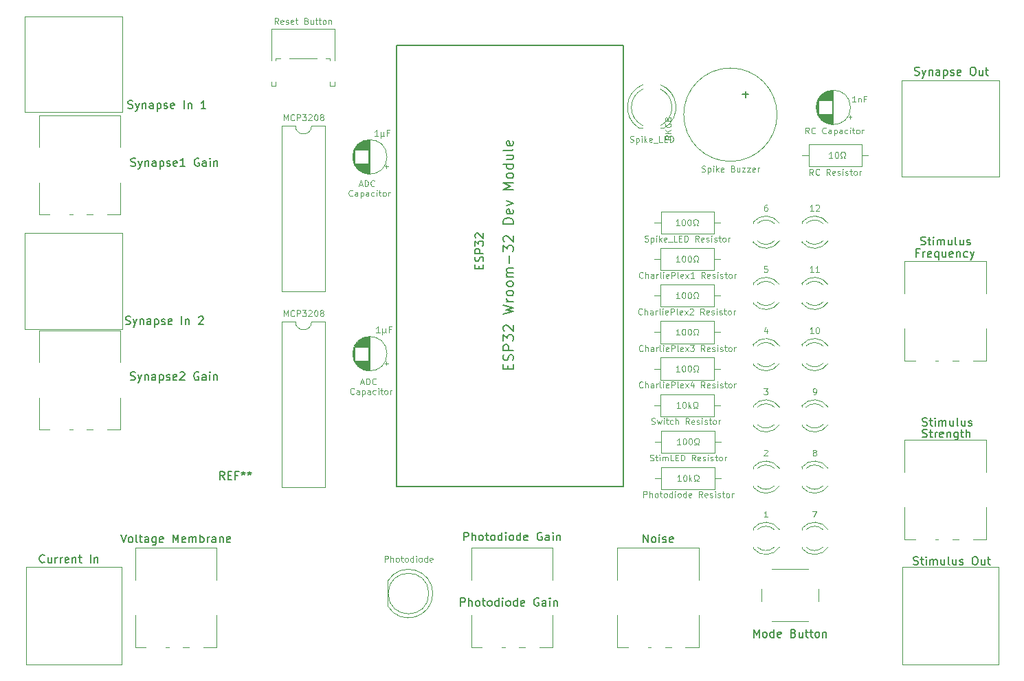
<source format=gbr>
%TF.GenerationSoftware,KiCad,Pcbnew,(6.0.4)*%
%TF.CreationDate,2022-09-22T00:21:37+02:00*%
%TF.ProjectId,Spikeling_V2.2,5370696b-656c-4696-9e67-5f56322e322e,rev?*%
%TF.SameCoordinates,Original*%
%TF.FileFunction,Legend,Top*%
%TF.FilePolarity,Positive*%
%FSLAX46Y46*%
G04 Gerber Fmt 4.6, Leading zero omitted, Abs format (unit mm)*
G04 Created by KiCad (PCBNEW (6.0.4)) date 2022-09-22 00:21:37*
%MOMM*%
%LPD*%
G01*
G04 APERTURE LIST*
%ADD10C,0.100000*%
%ADD11C,0.150000*%
%ADD12C,0.120000*%
%ADD13C,0.127000*%
G04 APERTURE END LIST*
D10*
X141185714Y-70921250D02*
X141542857Y-70921250D01*
X141114285Y-71135535D02*
X141364285Y-70385535D01*
X141614285Y-71135535D01*
X141864285Y-71135535D02*
X141864285Y-70385535D01*
X142042857Y-70385535D01*
X142150000Y-70421250D01*
X142221428Y-70492678D01*
X142257142Y-70564107D01*
X142292857Y-70706964D01*
X142292857Y-70814107D01*
X142257142Y-70956964D01*
X142221428Y-71028392D01*
X142150000Y-71099821D01*
X142042857Y-71135535D01*
X141864285Y-71135535D01*
X143042857Y-71064107D02*
X143007142Y-71099821D01*
X142900000Y-71135535D01*
X142828571Y-71135535D01*
X142721428Y-71099821D01*
X142650000Y-71028392D01*
X142614285Y-70956964D01*
X142578571Y-70814107D01*
X142578571Y-70706964D01*
X142614285Y-70564107D01*
X142650000Y-70492678D01*
X142721428Y-70421250D01*
X142828571Y-70385535D01*
X142900000Y-70385535D01*
X143007142Y-70421250D01*
X143042857Y-70456964D01*
X140328571Y-72271607D02*
X140292857Y-72307321D01*
X140185714Y-72343035D01*
X140114285Y-72343035D01*
X140007142Y-72307321D01*
X139935714Y-72235892D01*
X139900000Y-72164464D01*
X139864285Y-72021607D01*
X139864285Y-71914464D01*
X139900000Y-71771607D01*
X139935714Y-71700178D01*
X140007142Y-71628750D01*
X140114285Y-71593035D01*
X140185714Y-71593035D01*
X140292857Y-71628750D01*
X140328571Y-71664464D01*
X140971428Y-72343035D02*
X140971428Y-71950178D01*
X140935714Y-71878750D01*
X140864285Y-71843035D01*
X140721428Y-71843035D01*
X140650000Y-71878750D01*
X140971428Y-72307321D02*
X140900000Y-72343035D01*
X140721428Y-72343035D01*
X140650000Y-72307321D01*
X140614285Y-72235892D01*
X140614285Y-72164464D01*
X140650000Y-72093035D01*
X140721428Y-72057321D01*
X140900000Y-72057321D01*
X140971428Y-72021607D01*
X141328571Y-71843035D02*
X141328571Y-72593035D01*
X141328571Y-71878750D02*
X141400000Y-71843035D01*
X141542857Y-71843035D01*
X141614285Y-71878750D01*
X141650000Y-71914464D01*
X141685714Y-71985892D01*
X141685714Y-72200178D01*
X141650000Y-72271607D01*
X141614285Y-72307321D01*
X141542857Y-72343035D01*
X141400000Y-72343035D01*
X141328571Y-72307321D01*
X142328571Y-72343035D02*
X142328571Y-71950178D01*
X142292857Y-71878750D01*
X142221428Y-71843035D01*
X142078571Y-71843035D01*
X142007142Y-71878750D01*
X142328571Y-72307321D02*
X142257142Y-72343035D01*
X142078571Y-72343035D01*
X142007142Y-72307321D01*
X141971428Y-72235892D01*
X141971428Y-72164464D01*
X142007142Y-72093035D01*
X142078571Y-72057321D01*
X142257142Y-72057321D01*
X142328571Y-72021607D01*
X143007142Y-72307321D02*
X142935714Y-72343035D01*
X142792857Y-72343035D01*
X142721428Y-72307321D01*
X142685714Y-72271607D01*
X142650000Y-72200178D01*
X142650000Y-71985892D01*
X142685714Y-71914464D01*
X142721428Y-71878750D01*
X142792857Y-71843035D01*
X142935714Y-71843035D01*
X143007142Y-71878750D01*
X143328571Y-72343035D02*
X143328571Y-71843035D01*
X143328571Y-71593035D02*
X143292857Y-71628750D01*
X143328571Y-71664464D01*
X143364285Y-71628750D01*
X143328571Y-71593035D01*
X143328571Y-71664464D01*
X143578571Y-71843035D02*
X143864285Y-71843035D01*
X143685714Y-71593035D02*
X143685714Y-72235892D01*
X143721428Y-72307321D01*
X143792857Y-72343035D01*
X143864285Y-72343035D01*
X144221428Y-72343035D02*
X144150000Y-72307321D01*
X144114285Y-72271607D01*
X144078571Y-72200178D01*
X144078571Y-71985892D01*
X144114285Y-71914464D01*
X144150000Y-71878750D01*
X144221428Y-71843035D01*
X144328571Y-71843035D01*
X144400000Y-71878750D01*
X144435714Y-71914464D01*
X144471428Y-71985892D01*
X144471428Y-72200178D01*
X144435714Y-72271607D01*
X144400000Y-72307321D01*
X144328571Y-72343035D01*
X144221428Y-72343035D01*
X144792857Y-72343035D02*
X144792857Y-71843035D01*
X144792857Y-71985892D02*
X144828571Y-71914464D01*
X144864285Y-71878750D01*
X144935714Y-71843035D01*
X145007142Y-71843035D01*
X177185714Y-100403571D02*
X177292857Y-100439285D01*
X177471428Y-100439285D01*
X177542857Y-100403571D01*
X177578571Y-100367857D01*
X177614285Y-100296428D01*
X177614285Y-100225000D01*
X177578571Y-100153571D01*
X177542857Y-100117857D01*
X177471428Y-100082142D01*
X177328571Y-100046428D01*
X177257142Y-100010714D01*
X177221428Y-99975000D01*
X177185714Y-99903571D01*
X177185714Y-99832142D01*
X177221428Y-99760714D01*
X177257142Y-99725000D01*
X177328571Y-99689285D01*
X177507142Y-99689285D01*
X177614285Y-99725000D01*
X177864285Y-99939285D02*
X178007142Y-100439285D01*
X178150000Y-100082142D01*
X178292857Y-100439285D01*
X178435714Y-99939285D01*
X178721428Y-100439285D02*
X178721428Y-99939285D01*
X178721428Y-99689285D02*
X178685714Y-99725000D01*
X178721428Y-99760714D01*
X178757142Y-99725000D01*
X178721428Y-99689285D01*
X178721428Y-99760714D01*
X178971428Y-99939285D02*
X179257142Y-99939285D01*
X179078571Y-99689285D02*
X179078571Y-100332142D01*
X179114285Y-100403571D01*
X179185714Y-100439285D01*
X179257142Y-100439285D01*
X179828571Y-100403571D02*
X179757142Y-100439285D01*
X179614285Y-100439285D01*
X179542857Y-100403571D01*
X179507142Y-100367857D01*
X179471428Y-100296428D01*
X179471428Y-100082142D01*
X179507142Y-100010714D01*
X179542857Y-99975000D01*
X179614285Y-99939285D01*
X179757142Y-99939285D01*
X179828571Y-99975000D01*
X180150000Y-100439285D02*
X180150000Y-99689285D01*
X180471428Y-100439285D02*
X180471428Y-100046428D01*
X180435714Y-99975000D01*
X180364285Y-99939285D01*
X180257142Y-99939285D01*
X180185714Y-99975000D01*
X180150000Y-100010714D01*
X181828571Y-100439285D02*
X181578571Y-100082142D01*
X181400000Y-100439285D02*
X181400000Y-99689285D01*
X181685714Y-99689285D01*
X181757142Y-99725000D01*
X181792857Y-99760714D01*
X181828571Y-99832142D01*
X181828571Y-99939285D01*
X181792857Y-100010714D01*
X181757142Y-100046428D01*
X181685714Y-100082142D01*
X181400000Y-100082142D01*
X182435714Y-100403571D02*
X182364285Y-100439285D01*
X182221428Y-100439285D01*
X182150000Y-100403571D01*
X182114285Y-100332142D01*
X182114285Y-100046428D01*
X182150000Y-99975000D01*
X182221428Y-99939285D01*
X182364285Y-99939285D01*
X182435714Y-99975000D01*
X182471428Y-100046428D01*
X182471428Y-100117857D01*
X182114285Y-100189285D01*
X182757142Y-100403571D02*
X182828571Y-100439285D01*
X182971428Y-100439285D01*
X183042857Y-100403571D01*
X183078571Y-100332142D01*
X183078571Y-100296428D01*
X183042857Y-100225000D01*
X182971428Y-100189285D01*
X182864285Y-100189285D01*
X182792857Y-100153571D01*
X182757142Y-100082142D01*
X182757142Y-100046428D01*
X182792857Y-99975000D01*
X182864285Y-99939285D01*
X182971428Y-99939285D01*
X183042857Y-99975000D01*
X183400000Y-100439285D02*
X183400000Y-99939285D01*
X183400000Y-99689285D02*
X183364285Y-99725000D01*
X183400000Y-99760714D01*
X183435714Y-99725000D01*
X183400000Y-99689285D01*
X183400000Y-99760714D01*
X183721428Y-100403571D02*
X183792857Y-100439285D01*
X183935714Y-100439285D01*
X184007142Y-100403571D01*
X184042857Y-100332142D01*
X184042857Y-100296428D01*
X184007142Y-100225000D01*
X183935714Y-100189285D01*
X183828571Y-100189285D01*
X183757142Y-100153571D01*
X183721428Y-100082142D01*
X183721428Y-100046428D01*
X183757142Y-99975000D01*
X183828571Y-99939285D01*
X183935714Y-99939285D01*
X184007142Y-99975000D01*
X184257142Y-99939285D02*
X184542857Y-99939285D01*
X184364285Y-99689285D02*
X184364285Y-100332142D01*
X184400000Y-100403571D01*
X184471428Y-100439285D01*
X184542857Y-100439285D01*
X184900000Y-100439285D02*
X184828571Y-100403571D01*
X184792857Y-100367857D01*
X184757142Y-100296428D01*
X184757142Y-100082142D01*
X184792857Y-100010714D01*
X184828571Y-99975000D01*
X184900000Y-99939285D01*
X185007142Y-99939285D01*
X185078571Y-99975000D01*
X185114285Y-100010714D01*
X185150000Y-100082142D01*
X185150000Y-100296428D01*
X185114285Y-100367857D01*
X185078571Y-100403571D01*
X185007142Y-100439285D01*
X184900000Y-100439285D01*
X185471428Y-100439285D02*
X185471428Y-99939285D01*
X185471428Y-100082142D02*
X185507142Y-100010714D01*
X185542857Y-99975000D01*
X185614285Y-99939285D01*
X185685714Y-99939285D01*
X176097857Y-91367857D02*
X176062142Y-91403571D01*
X175955000Y-91439285D01*
X175883571Y-91439285D01*
X175776428Y-91403571D01*
X175705000Y-91332142D01*
X175669285Y-91260714D01*
X175633571Y-91117857D01*
X175633571Y-91010714D01*
X175669285Y-90867857D01*
X175705000Y-90796428D01*
X175776428Y-90725000D01*
X175883571Y-90689285D01*
X175955000Y-90689285D01*
X176062142Y-90725000D01*
X176097857Y-90760714D01*
X176419285Y-91439285D02*
X176419285Y-90689285D01*
X176740714Y-91439285D02*
X176740714Y-91046428D01*
X176705000Y-90975000D01*
X176633571Y-90939285D01*
X176526428Y-90939285D01*
X176455000Y-90975000D01*
X176419285Y-91010714D01*
X177419285Y-91439285D02*
X177419285Y-91046428D01*
X177383571Y-90975000D01*
X177312142Y-90939285D01*
X177169285Y-90939285D01*
X177097857Y-90975000D01*
X177419285Y-91403571D02*
X177347857Y-91439285D01*
X177169285Y-91439285D01*
X177097857Y-91403571D01*
X177062142Y-91332142D01*
X177062142Y-91260714D01*
X177097857Y-91189285D01*
X177169285Y-91153571D01*
X177347857Y-91153571D01*
X177419285Y-91117857D01*
X177776428Y-91439285D02*
X177776428Y-90939285D01*
X177776428Y-91082142D02*
X177812142Y-91010714D01*
X177847857Y-90975000D01*
X177919285Y-90939285D01*
X177990714Y-90939285D01*
X178347857Y-91439285D02*
X178276428Y-91403571D01*
X178240714Y-91332142D01*
X178240714Y-90689285D01*
X178633571Y-91439285D02*
X178633571Y-90939285D01*
X178633571Y-90689285D02*
X178597857Y-90725000D01*
X178633571Y-90760714D01*
X178669285Y-90725000D01*
X178633571Y-90689285D01*
X178633571Y-90760714D01*
X179276428Y-91403571D02*
X179205000Y-91439285D01*
X179062142Y-91439285D01*
X178990714Y-91403571D01*
X178955000Y-91332142D01*
X178955000Y-91046428D01*
X178990714Y-90975000D01*
X179062142Y-90939285D01*
X179205000Y-90939285D01*
X179276428Y-90975000D01*
X179312142Y-91046428D01*
X179312142Y-91117857D01*
X178955000Y-91189285D01*
X179633571Y-91439285D02*
X179633571Y-90689285D01*
X179919285Y-90689285D01*
X179990714Y-90725000D01*
X180026428Y-90760714D01*
X180062142Y-90832142D01*
X180062142Y-90939285D01*
X180026428Y-91010714D01*
X179990714Y-91046428D01*
X179919285Y-91082142D01*
X179633571Y-91082142D01*
X180490714Y-91439285D02*
X180419285Y-91403571D01*
X180383571Y-91332142D01*
X180383571Y-90689285D01*
X181062142Y-91403571D02*
X180990714Y-91439285D01*
X180847857Y-91439285D01*
X180776428Y-91403571D01*
X180740714Y-91332142D01*
X180740714Y-91046428D01*
X180776428Y-90975000D01*
X180847857Y-90939285D01*
X180990714Y-90939285D01*
X181062142Y-90975000D01*
X181097857Y-91046428D01*
X181097857Y-91117857D01*
X180740714Y-91189285D01*
X181347857Y-91439285D02*
X181740714Y-90939285D01*
X181347857Y-90939285D02*
X181740714Y-91439285D01*
X181955000Y-90689285D02*
X182419285Y-90689285D01*
X182169285Y-90975000D01*
X182276428Y-90975000D01*
X182347857Y-91010714D01*
X182383571Y-91046428D01*
X182419285Y-91117857D01*
X182419285Y-91296428D01*
X182383571Y-91367857D01*
X182347857Y-91403571D01*
X182276428Y-91439285D01*
X182062142Y-91439285D01*
X181990714Y-91403571D01*
X181955000Y-91367857D01*
X183740714Y-91439285D02*
X183490714Y-91082142D01*
X183312142Y-91439285D02*
X183312142Y-90689285D01*
X183597857Y-90689285D01*
X183669285Y-90725000D01*
X183705000Y-90760714D01*
X183740714Y-90832142D01*
X183740714Y-90939285D01*
X183705000Y-91010714D01*
X183669285Y-91046428D01*
X183597857Y-91082142D01*
X183312142Y-91082142D01*
X184347857Y-91403571D02*
X184276428Y-91439285D01*
X184133571Y-91439285D01*
X184062142Y-91403571D01*
X184026428Y-91332142D01*
X184026428Y-91046428D01*
X184062142Y-90975000D01*
X184133571Y-90939285D01*
X184276428Y-90939285D01*
X184347857Y-90975000D01*
X184383571Y-91046428D01*
X184383571Y-91117857D01*
X184026428Y-91189285D01*
X184669285Y-91403571D02*
X184740714Y-91439285D01*
X184883571Y-91439285D01*
X184955000Y-91403571D01*
X184990714Y-91332142D01*
X184990714Y-91296428D01*
X184955000Y-91225000D01*
X184883571Y-91189285D01*
X184776428Y-91189285D01*
X184705000Y-91153571D01*
X184669285Y-91082142D01*
X184669285Y-91046428D01*
X184705000Y-90975000D01*
X184776428Y-90939285D01*
X184883571Y-90939285D01*
X184955000Y-90975000D01*
X185312142Y-91439285D02*
X185312142Y-90939285D01*
X185312142Y-90689285D02*
X185276428Y-90725000D01*
X185312142Y-90760714D01*
X185347857Y-90725000D01*
X185312142Y-90689285D01*
X185312142Y-90760714D01*
X185633571Y-91403571D02*
X185705000Y-91439285D01*
X185847857Y-91439285D01*
X185919285Y-91403571D01*
X185955000Y-91332142D01*
X185955000Y-91296428D01*
X185919285Y-91225000D01*
X185847857Y-91189285D01*
X185740714Y-91189285D01*
X185669285Y-91153571D01*
X185633571Y-91082142D01*
X185633571Y-91046428D01*
X185669285Y-90975000D01*
X185740714Y-90939285D01*
X185847857Y-90939285D01*
X185919285Y-90975000D01*
X186169285Y-90939285D02*
X186455000Y-90939285D01*
X186276428Y-90689285D02*
X186276428Y-91332142D01*
X186312142Y-91403571D01*
X186383571Y-91439285D01*
X186455000Y-91439285D01*
X186812142Y-91439285D02*
X186740714Y-91403571D01*
X186705000Y-91367857D01*
X186669285Y-91296428D01*
X186669285Y-91082142D01*
X186705000Y-91010714D01*
X186740714Y-90975000D01*
X186812142Y-90939285D01*
X186919285Y-90939285D01*
X186990714Y-90975000D01*
X187026428Y-91010714D01*
X187062142Y-91082142D01*
X187062142Y-91296428D01*
X187026428Y-91367857D01*
X186990714Y-91403571D01*
X186919285Y-91439285D01*
X186812142Y-91439285D01*
X187383571Y-91439285D02*
X187383571Y-90939285D01*
X187383571Y-91082142D02*
X187419285Y-91010714D01*
X187455000Y-90975000D01*
X187526428Y-90939285D01*
X187597857Y-90939285D01*
D11*
X210109523Y-79328571D02*
X209776190Y-79328571D01*
X209776190Y-79852380D02*
X209776190Y-78852380D01*
X210252380Y-78852380D01*
X210633333Y-79852380D02*
X210633333Y-79185714D01*
X210633333Y-79376190D02*
X210680952Y-79280952D01*
X210728571Y-79233333D01*
X210823809Y-79185714D01*
X210919047Y-79185714D01*
X211633333Y-79804761D02*
X211538095Y-79852380D01*
X211347619Y-79852380D01*
X211252380Y-79804761D01*
X211204761Y-79709523D01*
X211204761Y-79328571D01*
X211252380Y-79233333D01*
X211347619Y-79185714D01*
X211538095Y-79185714D01*
X211633333Y-79233333D01*
X211680952Y-79328571D01*
X211680952Y-79423809D01*
X211204761Y-79519047D01*
X212538095Y-79185714D02*
X212538095Y-80185714D01*
X212538095Y-79804761D02*
X212442857Y-79852380D01*
X212252380Y-79852380D01*
X212157142Y-79804761D01*
X212109523Y-79757142D01*
X212061904Y-79661904D01*
X212061904Y-79376190D01*
X212109523Y-79280952D01*
X212157142Y-79233333D01*
X212252380Y-79185714D01*
X212442857Y-79185714D01*
X212538095Y-79233333D01*
X213442857Y-79185714D02*
X213442857Y-79852380D01*
X213014285Y-79185714D02*
X213014285Y-79709523D01*
X213061904Y-79804761D01*
X213157142Y-79852380D01*
X213300000Y-79852380D01*
X213395238Y-79804761D01*
X213442857Y-79757142D01*
X214300000Y-79804761D02*
X214204761Y-79852380D01*
X214014285Y-79852380D01*
X213919047Y-79804761D01*
X213871428Y-79709523D01*
X213871428Y-79328571D01*
X213919047Y-79233333D01*
X214014285Y-79185714D01*
X214204761Y-79185714D01*
X214300000Y-79233333D01*
X214347619Y-79328571D01*
X214347619Y-79423809D01*
X213871428Y-79519047D01*
X214776190Y-79185714D02*
X214776190Y-79852380D01*
X214776190Y-79280952D02*
X214823809Y-79233333D01*
X214919047Y-79185714D01*
X215061904Y-79185714D01*
X215157142Y-79233333D01*
X215204761Y-79328571D01*
X215204761Y-79852380D01*
X216109523Y-79804761D02*
X216014285Y-79852380D01*
X215823809Y-79852380D01*
X215728571Y-79804761D01*
X215680952Y-79757142D01*
X215633333Y-79661904D01*
X215633333Y-79376190D01*
X215680952Y-79280952D01*
X215728571Y-79233333D01*
X215823809Y-79185714D01*
X216014285Y-79185714D01*
X216109523Y-79233333D01*
X216442857Y-79185714D02*
X216680952Y-79852380D01*
X216919047Y-79185714D02*
X216680952Y-79852380D01*
X216585714Y-80090476D01*
X216538095Y-80138095D01*
X216442857Y-80185714D01*
X210547619Y-102004761D02*
X210690476Y-102052380D01*
X210928571Y-102052380D01*
X211023809Y-102004761D01*
X211071428Y-101957142D01*
X211119047Y-101861904D01*
X211119047Y-101766666D01*
X211071428Y-101671428D01*
X211023809Y-101623809D01*
X210928571Y-101576190D01*
X210738095Y-101528571D01*
X210642857Y-101480952D01*
X210595238Y-101433333D01*
X210547619Y-101338095D01*
X210547619Y-101242857D01*
X210595238Y-101147619D01*
X210642857Y-101100000D01*
X210738095Y-101052380D01*
X210976190Y-101052380D01*
X211119047Y-101100000D01*
X211404761Y-101385714D02*
X211785714Y-101385714D01*
X211547619Y-101052380D02*
X211547619Y-101909523D01*
X211595238Y-102004761D01*
X211690476Y-102052380D01*
X211785714Y-102052380D01*
X212119047Y-102052380D02*
X212119047Y-101385714D01*
X212119047Y-101576190D02*
X212166666Y-101480952D01*
X212214285Y-101433333D01*
X212309523Y-101385714D01*
X212404761Y-101385714D01*
X213119047Y-102004761D02*
X213023809Y-102052380D01*
X212833333Y-102052380D01*
X212738095Y-102004761D01*
X212690476Y-101909523D01*
X212690476Y-101528571D01*
X212738095Y-101433333D01*
X212833333Y-101385714D01*
X213023809Y-101385714D01*
X213119047Y-101433333D01*
X213166666Y-101528571D01*
X213166666Y-101623809D01*
X212690476Y-101719047D01*
X213595238Y-101385714D02*
X213595238Y-102052380D01*
X213595238Y-101480952D02*
X213642857Y-101433333D01*
X213738095Y-101385714D01*
X213880952Y-101385714D01*
X213976190Y-101433333D01*
X214023809Y-101528571D01*
X214023809Y-102052380D01*
X214928571Y-101385714D02*
X214928571Y-102195238D01*
X214880952Y-102290476D01*
X214833333Y-102338095D01*
X214738095Y-102385714D01*
X214595238Y-102385714D01*
X214500000Y-102338095D01*
X214928571Y-102004761D02*
X214833333Y-102052380D01*
X214642857Y-102052380D01*
X214547619Y-102004761D01*
X214500000Y-101957142D01*
X214452380Y-101861904D01*
X214452380Y-101576190D01*
X214500000Y-101480952D01*
X214547619Y-101433333D01*
X214642857Y-101385714D01*
X214833333Y-101385714D01*
X214928571Y-101433333D01*
X215261904Y-101385714D02*
X215642857Y-101385714D01*
X215404761Y-101052380D02*
X215404761Y-101909523D01*
X215452380Y-102004761D01*
X215547619Y-102052380D01*
X215642857Y-102052380D01*
X215976190Y-102052380D02*
X215976190Y-101052380D01*
X216404761Y-102052380D02*
X216404761Y-101528571D01*
X216357142Y-101433333D01*
X216261904Y-101385714D01*
X216119047Y-101385714D01*
X216023809Y-101433333D01*
X215976190Y-101480952D01*
D10*
X176017857Y-86867857D02*
X175982142Y-86903571D01*
X175875000Y-86939285D01*
X175803571Y-86939285D01*
X175696428Y-86903571D01*
X175625000Y-86832142D01*
X175589285Y-86760714D01*
X175553571Y-86617857D01*
X175553571Y-86510714D01*
X175589285Y-86367857D01*
X175625000Y-86296428D01*
X175696428Y-86225000D01*
X175803571Y-86189285D01*
X175875000Y-86189285D01*
X175982142Y-86225000D01*
X176017857Y-86260714D01*
X176339285Y-86939285D02*
X176339285Y-86189285D01*
X176660714Y-86939285D02*
X176660714Y-86546428D01*
X176625000Y-86475000D01*
X176553571Y-86439285D01*
X176446428Y-86439285D01*
X176375000Y-86475000D01*
X176339285Y-86510714D01*
X177339285Y-86939285D02*
X177339285Y-86546428D01*
X177303571Y-86475000D01*
X177232142Y-86439285D01*
X177089285Y-86439285D01*
X177017857Y-86475000D01*
X177339285Y-86903571D02*
X177267857Y-86939285D01*
X177089285Y-86939285D01*
X177017857Y-86903571D01*
X176982142Y-86832142D01*
X176982142Y-86760714D01*
X177017857Y-86689285D01*
X177089285Y-86653571D01*
X177267857Y-86653571D01*
X177339285Y-86617857D01*
X177696428Y-86939285D02*
X177696428Y-86439285D01*
X177696428Y-86582142D02*
X177732142Y-86510714D01*
X177767857Y-86475000D01*
X177839285Y-86439285D01*
X177910714Y-86439285D01*
X178267857Y-86939285D02*
X178196428Y-86903571D01*
X178160714Y-86832142D01*
X178160714Y-86189285D01*
X178553571Y-86939285D02*
X178553571Y-86439285D01*
X178553571Y-86189285D02*
X178517857Y-86225000D01*
X178553571Y-86260714D01*
X178589285Y-86225000D01*
X178553571Y-86189285D01*
X178553571Y-86260714D01*
X179196428Y-86903571D02*
X179125000Y-86939285D01*
X178982142Y-86939285D01*
X178910714Y-86903571D01*
X178875000Y-86832142D01*
X178875000Y-86546428D01*
X178910714Y-86475000D01*
X178982142Y-86439285D01*
X179125000Y-86439285D01*
X179196428Y-86475000D01*
X179232142Y-86546428D01*
X179232142Y-86617857D01*
X178875000Y-86689285D01*
X179553571Y-86939285D02*
X179553571Y-86189285D01*
X179839285Y-86189285D01*
X179910714Y-86225000D01*
X179946428Y-86260714D01*
X179982142Y-86332142D01*
X179982142Y-86439285D01*
X179946428Y-86510714D01*
X179910714Y-86546428D01*
X179839285Y-86582142D01*
X179553571Y-86582142D01*
X180410714Y-86939285D02*
X180339285Y-86903571D01*
X180303571Y-86832142D01*
X180303571Y-86189285D01*
X180982142Y-86903571D02*
X180910714Y-86939285D01*
X180767857Y-86939285D01*
X180696428Y-86903571D01*
X180660714Y-86832142D01*
X180660714Y-86546428D01*
X180696428Y-86475000D01*
X180767857Y-86439285D01*
X180910714Y-86439285D01*
X180982142Y-86475000D01*
X181017857Y-86546428D01*
X181017857Y-86617857D01*
X180660714Y-86689285D01*
X181267857Y-86939285D02*
X181660714Y-86439285D01*
X181267857Y-86439285D02*
X181660714Y-86939285D01*
X181910714Y-86260714D02*
X181946428Y-86225000D01*
X182017857Y-86189285D01*
X182196428Y-86189285D01*
X182267857Y-86225000D01*
X182303571Y-86260714D01*
X182339285Y-86332142D01*
X182339285Y-86403571D01*
X182303571Y-86510714D01*
X181875000Y-86939285D01*
X182339285Y-86939285D01*
X183660714Y-86939285D02*
X183410714Y-86582142D01*
X183232142Y-86939285D02*
X183232142Y-86189285D01*
X183517857Y-86189285D01*
X183589285Y-86225000D01*
X183625000Y-86260714D01*
X183660714Y-86332142D01*
X183660714Y-86439285D01*
X183625000Y-86510714D01*
X183589285Y-86546428D01*
X183517857Y-86582142D01*
X183232142Y-86582142D01*
X184267857Y-86903571D02*
X184196428Y-86939285D01*
X184053571Y-86939285D01*
X183982142Y-86903571D01*
X183946428Y-86832142D01*
X183946428Y-86546428D01*
X183982142Y-86475000D01*
X184053571Y-86439285D01*
X184196428Y-86439285D01*
X184267857Y-86475000D01*
X184303571Y-86546428D01*
X184303571Y-86617857D01*
X183946428Y-86689285D01*
X184589285Y-86903571D02*
X184660714Y-86939285D01*
X184803571Y-86939285D01*
X184875000Y-86903571D01*
X184910714Y-86832142D01*
X184910714Y-86796428D01*
X184875000Y-86725000D01*
X184803571Y-86689285D01*
X184696428Y-86689285D01*
X184625000Y-86653571D01*
X184589285Y-86582142D01*
X184589285Y-86546428D01*
X184625000Y-86475000D01*
X184696428Y-86439285D01*
X184803571Y-86439285D01*
X184875000Y-86475000D01*
X185232142Y-86939285D02*
X185232142Y-86439285D01*
X185232142Y-86189285D02*
X185196428Y-86225000D01*
X185232142Y-86260714D01*
X185267857Y-86225000D01*
X185232142Y-86189285D01*
X185232142Y-86260714D01*
X185553571Y-86903571D02*
X185625000Y-86939285D01*
X185767857Y-86939285D01*
X185839285Y-86903571D01*
X185875000Y-86832142D01*
X185875000Y-86796428D01*
X185839285Y-86725000D01*
X185767857Y-86689285D01*
X185660714Y-86689285D01*
X185589285Y-86653571D01*
X185553571Y-86582142D01*
X185553571Y-86546428D01*
X185589285Y-86475000D01*
X185660714Y-86439285D01*
X185767857Y-86439285D01*
X185839285Y-86475000D01*
X186089285Y-86439285D02*
X186375000Y-86439285D01*
X186196428Y-86189285D02*
X186196428Y-86832142D01*
X186232142Y-86903571D01*
X186303571Y-86939285D01*
X186375000Y-86939285D01*
X186732142Y-86939285D02*
X186660714Y-86903571D01*
X186625000Y-86867857D01*
X186589285Y-86796428D01*
X186589285Y-86582142D01*
X186625000Y-86510714D01*
X186660714Y-86475000D01*
X186732142Y-86439285D01*
X186839285Y-86439285D01*
X186910714Y-86475000D01*
X186946428Y-86510714D01*
X186982142Y-86582142D01*
X186982142Y-86796428D01*
X186946428Y-86867857D01*
X186910714Y-86903571D01*
X186839285Y-86939285D01*
X186732142Y-86939285D01*
X187303571Y-86939285D02*
X187303571Y-86439285D01*
X187303571Y-86582142D02*
X187339285Y-86510714D01*
X187375000Y-86475000D01*
X187446428Y-86439285D01*
X187517857Y-86439285D01*
X176365714Y-77903571D02*
X176472857Y-77939285D01*
X176651428Y-77939285D01*
X176722857Y-77903571D01*
X176758571Y-77867857D01*
X176794285Y-77796428D01*
X176794285Y-77725000D01*
X176758571Y-77653571D01*
X176722857Y-77617857D01*
X176651428Y-77582142D01*
X176508571Y-77546428D01*
X176437142Y-77510714D01*
X176401428Y-77475000D01*
X176365714Y-77403571D01*
X176365714Y-77332142D01*
X176401428Y-77260714D01*
X176437142Y-77225000D01*
X176508571Y-77189285D01*
X176687142Y-77189285D01*
X176794285Y-77225000D01*
X177115714Y-77439285D02*
X177115714Y-78189285D01*
X177115714Y-77475000D02*
X177187142Y-77439285D01*
X177330000Y-77439285D01*
X177401428Y-77475000D01*
X177437142Y-77510714D01*
X177472857Y-77582142D01*
X177472857Y-77796428D01*
X177437142Y-77867857D01*
X177401428Y-77903571D01*
X177330000Y-77939285D01*
X177187142Y-77939285D01*
X177115714Y-77903571D01*
X177794285Y-77939285D02*
X177794285Y-77439285D01*
X177794285Y-77189285D02*
X177758571Y-77225000D01*
X177794285Y-77260714D01*
X177830000Y-77225000D01*
X177794285Y-77189285D01*
X177794285Y-77260714D01*
X178151428Y-77939285D02*
X178151428Y-77189285D01*
X178222857Y-77653571D02*
X178437142Y-77939285D01*
X178437142Y-77439285D02*
X178151428Y-77725000D01*
X179044285Y-77903571D02*
X178972857Y-77939285D01*
X178830000Y-77939285D01*
X178758571Y-77903571D01*
X178722857Y-77832142D01*
X178722857Y-77546428D01*
X178758571Y-77475000D01*
X178830000Y-77439285D01*
X178972857Y-77439285D01*
X179044285Y-77475000D01*
X179080000Y-77546428D01*
X179080000Y-77617857D01*
X178722857Y-77689285D01*
X179222857Y-78010714D02*
X179794285Y-78010714D01*
X180330000Y-77939285D02*
X179972857Y-77939285D01*
X179972857Y-77189285D01*
X180580000Y-77546428D02*
X180830000Y-77546428D01*
X180937142Y-77939285D02*
X180580000Y-77939285D01*
X180580000Y-77189285D01*
X180937142Y-77189285D01*
X181258571Y-77939285D02*
X181258571Y-77189285D01*
X181437142Y-77189285D01*
X181544285Y-77225000D01*
X181615714Y-77296428D01*
X181651428Y-77367857D01*
X181687142Y-77510714D01*
X181687142Y-77617857D01*
X181651428Y-77760714D01*
X181615714Y-77832142D01*
X181544285Y-77903571D01*
X181437142Y-77939285D01*
X181258571Y-77939285D01*
X183008571Y-77939285D02*
X182758571Y-77582142D01*
X182580000Y-77939285D02*
X182580000Y-77189285D01*
X182865714Y-77189285D01*
X182937142Y-77225000D01*
X182972857Y-77260714D01*
X183008571Y-77332142D01*
X183008571Y-77439285D01*
X182972857Y-77510714D01*
X182937142Y-77546428D01*
X182865714Y-77582142D01*
X182580000Y-77582142D01*
X183615714Y-77903571D02*
X183544285Y-77939285D01*
X183401428Y-77939285D01*
X183330000Y-77903571D01*
X183294285Y-77832142D01*
X183294285Y-77546428D01*
X183330000Y-77475000D01*
X183401428Y-77439285D01*
X183544285Y-77439285D01*
X183615714Y-77475000D01*
X183651428Y-77546428D01*
X183651428Y-77617857D01*
X183294285Y-77689285D01*
X183937142Y-77903571D02*
X184008571Y-77939285D01*
X184151428Y-77939285D01*
X184222857Y-77903571D01*
X184258571Y-77832142D01*
X184258571Y-77796428D01*
X184222857Y-77725000D01*
X184151428Y-77689285D01*
X184044285Y-77689285D01*
X183972857Y-77653571D01*
X183937142Y-77582142D01*
X183937142Y-77546428D01*
X183972857Y-77475000D01*
X184044285Y-77439285D01*
X184151428Y-77439285D01*
X184222857Y-77475000D01*
X184580000Y-77939285D02*
X184580000Y-77439285D01*
X184580000Y-77189285D02*
X184544285Y-77225000D01*
X184580000Y-77260714D01*
X184615714Y-77225000D01*
X184580000Y-77189285D01*
X184580000Y-77260714D01*
X184901428Y-77903571D02*
X184972857Y-77939285D01*
X185115714Y-77939285D01*
X185187142Y-77903571D01*
X185222857Y-77832142D01*
X185222857Y-77796428D01*
X185187142Y-77725000D01*
X185115714Y-77689285D01*
X185008571Y-77689285D01*
X184937142Y-77653571D01*
X184901428Y-77582142D01*
X184901428Y-77546428D01*
X184937142Y-77475000D01*
X185008571Y-77439285D01*
X185115714Y-77439285D01*
X185187142Y-77475000D01*
X185437142Y-77439285D02*
X185722857Y-77439285D01*
X185544285Y-77189285D02*
X185544285Y-77832142D01*
X185580000Y-77903571D01*
X185651428Y-77939285D01*
X185722857Y-77939285D01*
X186080000Y-77939285D02*
X186008571Y-77903571D01*
X185972857Y-77867857D01*
X185937142Y-77796428D01*
X185937142Y-77582142D01*
X185972857Y-77510714D01*
X186008571Y-77475000D01*
X186080000Y-77439285D01*
X186187142Y-77439285D01*
X186258571Y-77475000D01*
X186294285Y-77510714D01*
X186330000Y-77582142D01*
X186330000Y-77796428D01*
X186294285Y-77867857D01*
X186258571Y-77903571D01*
X186187142Y-77939285D01*
X186080000Y-77939285D01*
X186651428Y-77939285D02*
X186651428Y-77439285D01*
X186651428Y-77582142D02*
X186687142Y-77510714D01*
X186722857Y-77475000D01*
X186794285Y-77439285D01*
X186865714Y-77439285D01*
X176117857Y-82367857D02*
X176082142Y-82403571D01*
X175975000Y-82439285D01*
X175903571Y-82439285D01*
X175796428Y-82403571D01*
X175725000Y-82332142D01*
X175689285Y-82260714D01*
X175653571Y-82117857D01*
X175653571Y-82010714D01*
X175689285Y-81867857D01*
X175725000Y-81796428D01*
X175796428Y-81725000D01*
X175903571Y-81689285D01*
X175975000Y-81689285D01*
X176082142Y-81725000D01*
X176117857Y-81760714D01*
X176439285Y-82439285D02*
X176439285Y-81689285D01*
X176760714Y-82439285D02*
X176760714Y-82046428D01*
X176725000Y-81975000D01*
X176653571Y-81939285D01*
X176546428Y-81939285D01*
X176475000Y-81975000D01*
X176439285Y-82010714D01*
X177439285Y-82439285D02*
X177439285Y-82046428D01*
X177403571Y-81975000D01*
X177332142Y-81939285D01*
X177189285Y-81939285D01*
X177117857Y-81975000D01*
X177439285Y-82403571D02*
X177367857Y-82439285D01*
X177189285Y-82439285D01*
X177117857Y-82403571D01*
X177082142Y-82332142D01*
X177082142Y-82260714D01*
X177117857Y-82189285D01*
X177189285Y-82153571D01*
X177367857Y-82153571D01*
X177439285Y-82117857D01*
X177796428Y-82439285D02*
X177796428Y-81939285D01*
X177796428Y-82082142D02*
X177832142Y-82010714D01*
X177867857Y-81975000D01*
X177939285Y-81939285D01*
X178010714Y-81939285D01*
X178367857Y-82439285D02*
X178296428Y-82403571D01*
X178260714Y-82332142D01*
X178260714Y-81689285D01*
X178653571Y-82439285D02*
X178653571Y-81939285D01*
X178653571Y-81689285D02*
X178617857Y-81725000D01*
X178653571Y-81760714D01*
X178689285Y-81725000D01*
X178653571Y-81689285D01*
X178653571Y-81760714D01*
X179296428Y-82403571D02*
X179225000Y-82439285D01*
X179082142Y-82439285D01*
X179010714Y-82403571D01*
X178975000Y-82332142D01*
X178975000Y-82046428D01*
X179010714Y-81975000D01*
X179082142Y-81939285D01*
X179225000Y-81939285D01*
X179296428Y-81975000D01*
X179332142Y-82046428D01*
X179332142Y-82117857D01*
X178975000Y-82189285D01*
X179653571Y-82439285D02*
X179653571Y-81689285D01*
X179939285Y-81689285D01*
X180010714Y-81725000D01*
X180046428Y-81760714D01*
X180082142Y-81832142D01*
X180082142Y-81939285D01*
X180046428Y-82010714D01*
X180010714Y-82046428D01*
X179939285Y-82082142D01*
X179653571Y-82082142D01*
X180510714Y-82439285D02*
X180439285Y-82403571D01*
X180403571Y-82332142D01*
X180403571Y-81689285D01*
X181082142Y-82403571D02*
X181010714Y-82439285D01*
X180867857Y-82439285D01*
X180796428Y-82403571D01*
X180760714Y-82332142D01*
X180760714Y-82046428D01*
X180796428Y-81975000D01*
X180867857Y-81939285D01*
X181010714Y-81939285D01*
X181082142Y-81975000D01*
X181117857Y-82046428D01*
X181117857Y-82117857D01*
X180760714Y-82189285D01*
X181367857Y-82439285D02*
X181760714Y-81939285D01*
X181367857Y-81939285D02*
X181760714Y-82439285D01*
X182439285Y-82439285D02*
X182010714Y-82439285D01*
X182225000Y-82439285D02*
X182225000Y-81689285D01*
X182153571Y-81796428D01*
X182082142Y-81867857D01*
X182010714Y-81903571D01*
X183760714Y-82439285D02*
X183510714Y-82082142D01*
X183332142Y-82439285D02*
X183332142Y-81689285D01*
X183617857Y-81689285D01*
X183689285Y-81725000D01*
X183725000Y-81760714D01*
X183760714Y-81832142D01*
X183760714Y-81939285D01*
X183725000Y-82010714D01*
X183689285Y-82046428D01*
X183617857Y-82082142D01*
X183332142Y-82082142D01*
X184367857Y-82403571D02*
X184296428Y-82439285D01*
X184153571Y-82439285D01*
X184082142Y-82403571D01*
X184046428Y-82332142D01*
X184046428Y-82046428D01*
X184082142Y-81975000D01*
X184153571Y-81939285D01*
X184296428Y-81939285D01*
X184367857Y-81975000D01*
X184403571Y-82046428D01*
X184403571Y-82117857D01*
X184046428Y-82189285D01*
X184689285Y-82403571D02*
X184760714Y-82439285D01*
X184903571Y-82439285D01*
X184975000Y-82403571D01*
X185010714Y-82332142D01*
X185010714Y-82296428D01*
X184975000Y-82225000D01*
X184903571Y-82189285D01*
X184796428Y-82189285D01*
X184725000Y-82153571D01*
X184689285Y-82082142D01*
X184689285Y-82046428D01*
X184725000Y-81975000D01*
X184796428Y-81939285D01*
X184903571Y-81939285D01*
X184975000Y-81975000D01*
X185332142Y-82439285D02*
X185332142Y-81939285D01*
X185332142Y-81689285D02*
X185296428Y-81725000D01*
X185332142Y-81760714D01*
X185367857Y-81725000D01*
X185332142Y-81689285D01*
X185332142Y-81760714D01*
X185653571Y-82403571D02*
X185725000Y-82439285D01*
X185867857Y-82439285D01*
X185939285Y-82403571D01*
X185975000Y-82332142D01*
X185975000Y-82296428D01*
X185939285Y-82225000D01*
X185867857Y-82189285D01*
X185760714Y-82189285D01*
X185689285Y-82153571D01*
X185653571Y-82082142D01*
X185653571Y-82046428D01*
X185689285Y-81975000D01*
X185760714Y-81939285D01*
X185867857Y-81939285D01*
X185939285Y-81975000D01*
X186189285Y-81939285D02*
X186475000Y-81939285D01*
X186296428Y-81689285D02*
X186296428Y-82332142D01*
X186332142Y-82403571D01*
X186403571Y-82439285D01*
X186475000Y-82439285D01*
X186832142Y-82439285D02*
X186760714Y-82403571D01*
X186725000Y-82367857D01*
X186689285Y-82296428D01*
X186689285Y-82082142D01*
X186725000Y-82010714D01*
X186760714Y-81975000D01*
X186832142Y-81939285D01*
X186939285Y-81939285D01*
X187010714Y-81975000D01*
X187046428Y-82010714D01*
X187082142Y-82082142D01*
X187082142Y-82296428D01*
X187046428Y-82367857D01*
X187010714Y-82403571D01*
X186939285Y-82439285D01*
X186832142Y-82439285D01*
X187403571Y-82439285D02*
X187403571Y-81939285D01*
X187403571Y-82082142D02*
X187439285Y-82010714D01*
X187475000Y-81975000D01*
X187546428Y-81939285D01*
X187617857Y-81939285D01*
X179589285Y-64892857D02*
X179232142Y-65142857D01*
X179589285Y-65321428D02*
X178839285Y-65321428D01*
X178839285Y-65035714D01*
X178875000Y-64964285D01*
X178910714Y-64928571D01*
X178982142Y-64892857D01*
X179089285Y-64892857D01*
X179160714Y-64928571D01*
X179196428Y-64964285D01*
X179232142Y-65035714D01*
X179232142Y-65321428D01*
X179589285Y-64571428D02*
X178839285Y-64571428D01*
X179589285Y-64142857D02*
X179160714Y-64464285D01*
X178839285Y-64142857D02*
X179267857Y-64571428D01*
X178875000Y-63428571D02*
X178839285Y-63500000D01*
X178839285Y-63607142D01*
X178875000Y-63714285D01*
X178946428Y-63785714D01*
X179017857Y-63821428D01*
X179160714Y-63857142D01*
X179267857Y-63857142D01*
X179410714Y-63821428D01*
X179482142Y-63785714D01*
X179553571Y-63714285D01*
X179589285Y-63607142D01*
X179589285Y-63535714D01*
X179553571Y-63428571D01*
X179517857Y-63392857D01*
X179267857Y-63392857D01*
X179267857Y-63535714D01*
X179196428Y-62821428D02*
X179232142Y-62714285D01*
X179267857Y-62678571D01*
X179339285Y-62642857D01*
X179446428Y-62642857D01*
X179517857Y-62678571D01*
X179553571Y-62714285D01*
X179589285Y-62785714D01*
X179589285Y-63071428D01*
X178839285Y-63071428D01*
X178839285Y-62821428D01*
X178875000Y-62750000D01*
X178910714Y-62714285D01*
X178982142Y-62678571D01*
X179053571Y-62678571D01*
X179125000Y-62714285D01*
X179160714Y-62750000D01*
X179196428Y-62821428D01*
X179196428Y-63071428D01*
X196592857Y-64639285D02*
X196342857Y-64282142D01*
X196164285Y-64639285D02*
X196164285Y-63889285D01*
X196450000Y-63889285D01*
X196521428Y-63925000D01*
X196557142Y-63960714D01*
X196592857Y-64032142D01*
X196592857Y-64139285D01*
X196557142Y-64210714D01*
X196521428Y-64246428D01*
X196450000Y-64282142D01*
X196164285Y-64282142D01*
X197342857Y-64567857D02*
X197307142Y-64603571D01*
X197200000Y-64639285D01*
X197128571Y-64639285D01*
X197021428Y-64603571D01*
X196950000Y-64532142D01*
X196914285Y-64460714D01*
X196878571Y-64317857D01*
X196878571Y-64210714D01*
X196914285Y-64067857D01*
X196950000Y-63996428D01*
X197021428Y-63925000D01*
X197128571Y-63889285D01*
X197200000Y-63889285D01*
X197307142Y-63925000D01*
X197342857Y-63960714D01*
X198664285Y-64567857D02*
X198628571Y-64603571D01*
X198521428Y-64639285D01*
X198450000Y-64639285D01*
X198342857Y-64603571D01*
X198271428Y-64532142D01*
X198235714Y-64460714D01*
X198200000Y-64317857D01*
X198200000Y-64210714D01*
X198235714Y-64067857D01*
X198271428Y-63996428D01*
X198342857Y-63925000D01*
X198450000Y-63889285D01*
X198521428Y-63889285D01*
X198628571Y-63925000D01*
X198664285Y-63960714D01*
X199307142Y-64639285D02*
X199307142Y-64246428D01*
X199271428Y-64175000D01*
X199200000Y-64139285D01*
X199057142Y-64139285D01*
X198985714Y-64175000D01*
X199307142Y-64603571D02*
X199235714Y-64639285D01*
X199057142Y-64639285D01*
X198985714Y-64603571D01*
X198950000Y-64532142D01*
X198950000Y-64460714D01*
X198985714Y-64389285D01*
X199057142Y-64353571D01*
X199235714Y-64353571D01*
X199307142Y-64317857D01*
X199664285Y-64139285D02*
X199664285Y-64889285D01*
X199664285Y-64175000D02*
X199735714Y-64139285D01*
X199878571Y-64139285D01*
X199950000Y-64175000D01*
X199985714Y-64210714D01*
X200021428Y-64282142D01*
X200021428Y-64496428D01*
X199985714Y-64567857D01*
X199950000Y-64603571D01*
X199878571Y-64639285D01*
X199735714Y-64639285D01*
X199664285Y-64603571D01*
X200664285Y-64639285D02*
X200664285Y-64246428D01*
X200628571Y-64175000D01*
X200557142Y-64139285D01*
X200414285Y-64139285D01*
X200342857Y-64175000D01*
X200664285Y-64603571D02*
X200592857Y-64639285D01*
X200414285Y-64639285D01*
X200342857Y-64603571D01*
X200307142Y-64532142D01*
X200307142Y-64460714D01*
X200342857Y-64389285D01*
X200414285Y-64353571D01*
X200592857Y-64353571D01*
X200664285Y-64317857D01*
X201342857Y-64603571D02*
X201271428Y-64639285D01*
X201128571Y-64639285D01*
X201057142Y-64603571D01*
X201021428Y-64567857D01*
X200985714Y-64496428D01*
X200985714Y-64282142D01*
X201021428Y-64210714D01*
X201057142Y-64175000D01*
X201128571Y-64139285D01*
X201271428Y-64139285D01*
X201342857Y-64175000D01*
X201664285Y-64639285D02*
X201664285Y-64139285D01*
X201664285Y-63889285D02*
X201628571Y-63925000D01*
X201664285Y-63960714D01*
X201700000Y-63925000D01*
X201664285Y-63889285D01*
X201664285Y-63960714D01*
X201914285Y-64139285D02*
X202200000Y-64139285D01*
X202021428Y-63889285D02*
X202021428Y-64532142D01*
X202057142Y-64603571D01*
X202128571Y-64639285D01*
X202200000Y-64639285D01*
X202557142Y-64639285D02*
X202485714Y-64603571D01*
X202450000Y-64567857D01*
X202414285Y-64496428D01*
X202414285Y-64282142D01*
X202450000Y-64210714D01*
X202485714Y-64175000D01*
X202557142Y-64139285D01*
X202664285Y-64139285D01*
X202735714Y-64175000D01*
X202771428Y-64210714D01*
X202807142Y-64282142D01*
X202807142Y-64496428D01*
X202771428Y-64567857D01*
X202735714Y-64603571D01*
X202664285Y-64639285D01*
X202557142Y-64639285D01*
X203128571Y-64639285D02*
X203128571Y-64139285D01*
X203128571Y-64282142D02*
X203164285Y-64210714D01*
X203200000Y-64175000D01*
X203271428Y-64139285D01*
X203342857Y-64139285D01*
X197103571Y-69739285D02*
X196853571Y-69382142D01*
X196675000Y-69739285D02*
X196675000Y-68989285D01*
X196960714Y-68989285D01*
X197032142Y-69025000D01*
X197067857Y-69060714D01*
X197103571Y-69132142D01*
X197103571Y-69239285D01*
X197067857Y-69310714D01*
X197032142Y-69346428D01*
X196960714Y-69382142D01*
X196675000Y-69382142D01*
X197853571Y-69667857D02*
X197817857Y-69703571D01*
X197710714Y-69739285D01*
X197639285Y-69739285D01*
X197532142Y-69703571D01*
X197460714Y-69632142D01*
X197425000Y-69560714D01*
X197389285Y-69417857D01*
X197389285Y-69310714D01*
X197425000Y-69167857D01*
X197460714Y-69096428D01*
X197532142Y-69025000D01*
X197639285Y-68989285D01*
X197710714Y-68989285D01*
X197817857Y-69025000D01*
X197853571Y-69060714D01*
X199175000Y-69739285D02*
X198925000Y-69382142D01*
X198746428Y-69739285D02*
X198746428Y-68989285D01*
X199032142Y-68989285D01*
X199103571Y-69025000D01*
X199139285Y-69060714D01*
X199175000Y-69132142D01*
X199175000Y-69239285D01*
X199139285Y-69310714D01*
X199103571Y-69346428D01*
X199032142Y-69382142D01*
X198746428Y-69382142D01*
X199782142Y-69703571D02*
X199710714Y-69739285D01*
X199567857Y-69739285D01*
X199496428Y-69703571D01*
X199460714Y-69632142D01*
X199460714Y-69346428D01*
X199496428Y-69275000D01*
X199567857Y-69239285D01*
X199710714Y-69239285D01*
X199782142Y-69275000D01*
X199817857Y-69346428D01*
X199817857Y-69417857D01*
X199460714Y-69489285D01*
X200103571Y-69703571D02*
X200175000Y-69739285D01*
X200317857Y-69739285D01*
X200389285Y-69703571D01*
X200425000Y-69632142D01*
X200425000Y-69596428D01*
X200389285Y-69525000D01*
X200317857Y-69489285D01*
X200210714Y-69489285D01*
X200139285Y-69453571D01*
X200103571Y-69382142D01*
X200103571Y-69346428D01*
X200139285Y-69275000D01*
X200210714Y-69239285D01*
X200317857Y-69239285D01*
X200389285Y-69275000D01*
X200746428Y-69739285D02*
X200746428Y-69239285D01*
X200746428Y-68989285D02*
X200710714Y-69025000D01*
X200746428Y-69060714D01*
X200782142Y-69025000D01*
X200746428Y-68989285D01*
X200746428Y-69060714D01*
X201067857Y-69703571D02*
X201139285Y-69739285D01*
X201282142Y-69739285D01*
X201353571Y-69703571D01*
X201389285Y-69632142D01*
X201389285Y-69596428D01*
X201353571Y-69525000D01*
X201282142Y-69489285D01*
X201175000Y-69489285D01*
X201103571Y-69453571D01*
X201067857Y-69382142D01*
X201067857Y-69346428D01*
X201103571Y-69275000D01*
X201175000Y-69239285D01*
X201282142Y-69239285D01*
X201353571Y-69275000D01*
X201603571Y-69239285D02*
X201889285Y-69239285D01*
X201710714Y-68989285D02*
X201710714Y-69632142D01*
X201746428Y-69703571D01*
X201817857Y-69739285D01*
X201889285Y-69739285D01*
X202246428Y-69739285D02*
X202175000Y-69703571D01*
X202139285Y-69667857D01*
X202103571Y-69596428D01*
X202103571Y-69382142D01*
X202139285Y-69310714D01*
X202175000Y-69275000D01*
X202246428Y-69239285D01*
X202353571Y-69239285D01*
X202425000Y-69275000D01*
X202460714Y-69310714D01*
X202496428Y-69382142D01*
X202496428Y-69596428D01*
X202460714Y-69667857D01*
X202425000Y-69703571D01*
X202353571Y-69739285D01*
X202246428Y-69739285D01*
X202817857Y-69739285D02*
X202817857Y-69239285D01*
X202817857Y-69382142D02*
X202853571Y-69310714D01*
X202889285Y-69275000D01*
X202960714Y-69239285D01*
X203032142Y-69239285D01*
X177001428Y-104903571D02*
X177108571Y-104939285D01*
X177287142Y-104939285D01*
X177358571Y-104903571D01*
X177394285Y-104867857D01*
X177430000Y-104796428D01*
X177430000Y-104725000D01*
X177394285Y-104653571D01*
X177358571Y-104617857D01*
X177287142Y-104582142D01*
X177144285Y-104546428D01*
X177072857Y-104510714D01*
X177037142Y-104475000D01*
X177001428Y-104403571D01*
X177001428Y-104332142D01*
X177037142Y-104260714D01*
X177072857Y-104225000D01*
X177144285Y-104189285D01*
X177322857Y-104189285D01*
X177430000Y-104225000D01*
X177644285Y-104439285D02*
X177930000Y-104439285D01*
X177751428Y-104189285D02*
X177751428Y-104832142D01*
X177787142Y-104903571D01*
X177858571Y-104939285D01*
X177930000Y-104939285D01*
X178180000Y-104939285D02*
X178180000Y-104439285D01*
X178180000Y-104189285D02*
X178144285Y-104225000D01*
X178180000Y-104260714D01*
X178215714Y-104225000D01*
X178180000Y-104189285D01*
X178180000Y-104260714D01*
X178537142Y-104939285D02*
X178537142Y-104439285D01*
X178537142Y-104510714D02*
X178572857Y-104475000D01*
X178644285Y-104439285D01*
X178751428Y-104439285D01*
X178822857Y-104475000D01*
X178858571Y-104546428D01*
X178858571Y-104939285D01*
X178858571Y-104546428D02*
X178894285Y-104475000D01*
X178965714Y-104439285D01*
X179072857Y-104439285D01*
X179144285Y-104475000D01*
X179180000Y-104546428D01*
X179180000Y-104939285D01*
X179894285Y-104939285D02*
X179537142Y-104939285D01*
X179537142Y-104189285D01*
X180144285Y-104546428D02*
X180394285Y-104546428D01*
X180501428Y-104939285D02*
X180144285Y-104939285D01*
X180144285Y-104189285D01*
X180501428Y-104189285D01*
X180822857Y-104939285D02*
X180822857Y-104189285D01*
X181001428Y-104189285D01*
X181108571Y-104225000D01*
X181180000Y-104296428D01*
X181215714Y-104367857D01*
X181251428Y-104510714D01*
X181251428Y-104617857D01*
X181215714Y-104760714D01*
X181180000Y-104832142D01*
X181108571Y-104903571D01*
X181001428Y-104939285D01*
X180822857Y-104939285D01*
X182572857Y-104939285D02*
X182322857Y-104582142D01*
X182144285Y-104939285D02*
X182144285Y-104189285D01*
X182430000Y-104189285D01*
X182501428Y-104225000D01*
X182537142Y-104260714D01*
X182572857Y-104332142D01*
X182572857Y-104439285D01*
X182537142Y-104510714D01*
X182501428Y-104546428D01*
X182430000Y-104582142D01*
X182144285Y-104582142D01*
X183180000Y-104903571D02*
X183108571Y-104939285D01*
X182965714Y-104939285D01*
X182894285Y-104903571D01*
X182858571Y-104832142D01*
X182858571Y-104546428D01*
X182894285Y-104475000D01*
X182965714Y-104439285D01*
X183108571Y-104439285D01*
X183180000Y-104475000D01*
X183215714Y-104546428D01*
X183215714Y-104617857D01*
X182858571Y-104689285D01*
X183501428Y-104903571D02*
X183572857Y-104939285D01*
X183715714Y-104939285D01*
X183787142Y-104903571D01*
X183822857Y-104832142D01*
X183822857Y-104796428D01*
X183787142Y-104725000D01*
X183715714Y-104689285D01*
X183608571Y-104689285D01*
X183537142Y-104653571D01*
X183501428Y-104582142D01*
X183501428Y-104546428D01*
X183537142Y-104475000D01*
X183608571Y-104439285D01*
X183715714Y-104439285D01*
X183787142Y-104475000D01*
X184144285Y-104939285D02*
X184144285Y-104439285D01*
X184144285Y-104189285D02*
X184108571Y-104225000D01*
X184144285Y-104260714D01*
X184180000Y-104225000D01*
X184144285Y-104189285D01*
X184144285Y-104260714D01*
X184465714Y-104903571D02*
X184537142Y-104939285D01*
X184680000Y-104939285D01*
X184751428Y-104903571D01*
X184787142Y-104832142D01*
X184787142Y-104796428D01*
X184751428Y-104725000D01*
X184680000Y-104689285D01*
X184572857Y-104689285D01*
X184501428Y-104653571D01*
X184465714Y-104582142D01*
X184465714Y-104546428D01*
X184501428Y-104475000D01*
X184572857Y-104439285D01*
X184680000Y-104439285D01*
X184751428Y-104475000D01*
X185001428Y-104439285D02*
X185287142Y-104439285D01*
X185108571Y-104189285D02*
X185108571Y-104832142D01*
X185144285Y-104903571D01*
X185215714Y-104939285D01*
X185287142Y-104939285D01*
X185644285Y-104939285D02*
X185572857Y-104903571D01*
X185537142Y-104867857D01*
X185501428Y-104796428D01*
X185501428Y-104582142D01*
X185537142Y-104510714D01*
X185572857Y-104475000D01*
X185644285Y-104439285D01*
X185751428Y-104439285D01*
X185822857Y-104475000D01*
X185858571Y-104510714D01*
X185894285Y-104582142D01*
X185894285Y-104796428D01*
X185858571Y-104867857D01*
X185822857Y-104903571D01*
X185751428Y-104939285D01*
X185644285Y-104939285D01*
X186215714Y-104939285D02*
X186215714Y-104439285D01*
X186215714Y-104582142D02*
X186251428Y-104510714D01*
X186287142Y-104475000D01*
X186358571Y-104439285D01*
X186430000Y-104439285D01*
X176200000Y-109439285D02*
X176200000Y-108689285D01*
X176485714Y-108689285D01*
X176557142Y-108725000D01*
X176592857Y-108760714D01*
X176628571Y-108832142D01*
X176628571Y-108939285D01*
X176592857Y-109010714D01*
X176557142Y-109046428D01*
X176485714Y-109082142D01*
X176200000Y-109082142D01*
X176950000Y-109439285D02*
X176950000Y-108689285D01*
X177271428Y-109439285D02*
X177271428Y-109046428D01*
X177235714Y-108975000D01*
X177164285Y-108939285D01*
X177057142Y-108939285D01*
X176985714Y-108975000D01*
X176950000Y-109010714D01*
X177735714Y-109439285D02*
X177664285Y-109403571D01*
X177628571Y-109367857D01*
X177592857Y-109296428D01*
X177592857Y-109082142D01*
X177628571Y-109010714D01*
X177664285Y-108975000D01*
X177735714Y-108939285D01*
X177842857Y-108939285D01*
X177914285Y-108975000D01*
X177950000Y-109010714D01*
X177985714Y-109082142D01*
X177985714Y-109296428D01*
X177950000Y-109367857D01*
X177914285Y-109403571D01*
X177842857Y-109439285D01*
X177735714Y-109439285D01*
X178200000Y-108939285D02*
X178485714Y-108939285D01*
X178307142Y-108689285D02*
X178307142Y-109332142D01*
X178342857Y-109403571D01*
X178414285Y-109439285D01*
X178485714Y-109439285D01*
X178842857Y-109439285D02*
X178771428Y-109403571D01*
X178735714Y-109367857D01*
X178700000Y-109296428D01*
X178700000Y-109082142D01*
X178735714Y-109010714D01*
X178771428Y-108975000D01*
X178842857Y-108939285D01*
X178950000Y-108939285D01*
X179021428Y-108975000D01*
X179057142Y-109010714D01*
X179092857Y-109082142D01*
X179092857Y-109296428D01*
X179057142Y-109367857D01*
X179021428Y-109403571D01*
X178950000Y-109439285D01*
X178842857Y-109439285D01*
X179735714Y-109439285D02*
X179735714Y-108689285D01*
X179735714Y-109403571D02*
X179664285Y-109439285D01*
X179521428Y-109439285D01*
X179450000Y-109403571D01*
X179414285Y-109367857D01*
X179378571Y-109296428D01*
X179378571Y-109082142D01*
X179414285Y-109010714D01*
X179450000Y-108975000D01*
X179521428Y-108939285D01*
X179664285Y-108939285D01*
X179735714Y-108975000D01*
X180092857Y-109439285D02*
X180092857Y-108939285D01*
X180092857Y-108689285D02*
X180057142Y-108725000D01*
X180092857Y-108760714D01*
X180128571Y-108725000D01*
X180092857Y-108689285D01*
X180092857Y-108760714D01*
X180557142Y-109439285D02*
X180485714Y-109403571D01*
X180450000Y-109367857D01*
X180414285Y-109296428D01*
X180414285Y-109082142D01*
X180450000Y-109010714D01*
X180485714Y-108975000D01*
X180557142Y-108939285D01*
X180664285Y-108939285D01*
X180735714Y-108975000D01*
X180771428Y-109010714D01*
X180807142Y-109082142D01*
X180807142Y-109296428D01*
X180771428Y-109367857D01*
X180735714Y-109403571D01*
X180664285Y-109439285D01*
X180557142Y-109439285D01*
X181450000Y-109439285D02*
X181450000Y-108689285D01*
X181450000Y-109403571D02*
X181378571Y-109439285D01*
X181235714Y-109439285D01*
X181164285Y-109403571D01*
X181128571Y-109367857D01*
X181092857Y-109296428D01*
X181092857Y-109082142D01*
X181128571Y-109010714D01*
X181164285Y-108975000D01*
X181235714Y-108939285D01*
X181378571Y-108939285D01*
X181450000Y-108975000D01*
X182092857Y-109403571D02*
X182021428Y-109439285D01*
X181878571Y-109439285D01*
X181807142Y-109403571D01*
X181771428Y-109332142D01*
X181771428Y-109046428D01*
X181807142Y-108975000D01*
X181878571Y-108939285D01*
X182021428Y-108939285D01*
X182092857Y-108975000D01*
X182128571Y-109046428D01*
X182128571Y-109117857D01*
X181771428Y-109189285D01*
X183450000Y-109439285D02*
X183200000Y-109082142D01*
X183021428Y-109439285D02*
X183021428Y-108689285D01*
X183307142Y-108689285D01*
X183378571Y-108725000D01*
X183414285Y-108760714D01*
X183450000Y-108832142D01*
X183450000Y-108939285D01*
X183414285Y-109010714D01*
X183378571Y-109046428D01*
X183307142Y-109082142D01*
X183021428Y-109082142D01*
X184057142Y-109403571D02*
X183985714Y-109439285D01*
X183842857Y-109439285D01*
X183771428Y-109403571D01*
X183735714Y-109332142D01*
X183735714Y-109046428D01*
X183771428Y-108975000D01*
X183842857Y-108939285D01*
X183985714Y-108939285D01*
X184057142Y-108975000D01*
X184092857Y-109046428D01*
X184092857Y-109117857D01*
X183735714Y-109189285D01*
X184378571Y-109403571D02*
X184450000Y-109439285D01*
X184592857Y-109439285D01*
X184664285Y-109403571D01*
X184700000Y-109332142D01*
X184700000Y-109296428D01*
X184664285Y-109225000D01*
X184592857Y-109189285D01*
X184485714Y-109189285D01*
X184414285Y-109153571D01*
X184378571Y-109082142D01*
X184378571Y-109046428D01*
X184414285Y-108975000D01*
X184485714Y-108939285D01*
X184592857Y-108939285D01*
X184664285Y-108975000D01*
X185021428Y-109439285D02*
X185021428Y-108939285D01*
X185021428Y-108689285D02*
X184985714Y-108725000D01*
X185021428Y-108760714D01*
X185057142Y-108725000D01*
X185021428Y-108689285D01*
X185021428Y-108760714D01*
X185342857Y-109403571D02*
X185414285Y-109439285D01*
X185557142Y-109439285D01*
X185628571Y-109403571D01*
X185664285Y-109332142D01*
X185664285Y-109296428D01*
X185628571Y-109225000D01*
X185557142Y-109189285D01*
X185450000Y-109189285D01*
X185378571Y-109153571D01*
X185342857Y-109082142D01*
X185342857Y-109046428D01*
X185378571Y-108975000D01*
X185450000Y-108939285D01*
X185557142Y-108939285D01*
X185628571Y-108975000D01*
X185878571Y-108939285D02*
X186164285Y-108939285D01*
X185985714Y-108689285D02*
X185985714Y-109332142D01*
X186021428Y-109403571D01*
X186092857Y-109439285D01*
X186164285Y-109439285D01*
X186521428Y-109439285D02*
X186450000Y-109403571D01*
X186414285Y-109367857D01*
X186378571Y-109296428D01*
X186378571Y-109082142D01*
X186414285Y-109010714D01*
X186450000Y-108975000D01*
X186521428Y-108939285D01*
X186628571Y-108939285D01*
X186700000Y-108975000D01*
X186735714Y-109010714D01*
X186771428Y-109082142D01*
X186771428Y-109296428D01*
X186735714Y-109367857D01*
X186700000Y-109403571D01*
X186628571Y-109439285D01*
X186521428Y-109439285D01*
X187092857Y-109439285D02*
X187092857Y-108939285D01*
X187092857Y-109082142D02*
X187128571Y-109010714D01*
X187164285Y-108975000D01*
X187235714Y-108939285D01*
X187307142Y-108939285D01*
X141385714Y-95321250D02*
X141742857Y-95321250D01*
X141314285Y-95535535D02*
X141564285Y-94785535D01*
X141814285Y-95535535D01*
X142064285Y-95535535D02*
X142064285Y-94785535D01*
X142242857Y-94785535D01*
X142350000Y-94821250D01*
X142421428Y-94892678D01*
X142457142Y-94964107D01*
X142492857Y-95106964D01*
X142492857Y-95214107D01*
X142457142Y-95356964D01*
X142421428Y-95428392D01*
X142350000Y-95499821D01*
X142242857Y-95535535D01*
X142064285Y-95535535D01*
X143242857Y-95464107D02*
X143207142Y-95499821D01*
X143100000Y-95535535D01*
X143028571Y-95535535D01*
X142921428Y-95499821D01*
X142850000Y-95428392D01*
X142814285Y-95356964D01*
X142778571Y-95214107D01*
X142778571Y-95106964D01*
X142814285Y-94964107D01*
X142850000Y-94892678D01*
X142921428Y-94821250D01*
X143028571Y-94785535D01*
X143100000Y-94785535D01*
X143207142Y-94821250D01*
X143242857Y-94856964D01*
X140528571Y-96671607D02*
X140492857Y-96707321D01*
X140385714Y-96743035D01*
X140314285Y-96743035D01*
X140207142Y-96707321D01*
X140135714Y-96635892D01*
X140100000Y-96564464D01*
X140064285Y-96421607D01*
X140064285Y-96314464D01*
X140100000Y-96171607D01*
X140135714Y-96100178D01*
X140207142Y-96028750D01*
X140314285Y-95993035D01*
X140385714Y-95993035D01*
X140492857Y-96028750D01*
X140528571Y-96064464D01*
X141171428Y-96743035D02*
X141171428Y-96350178D01*
X141135714Y-96278750D01*
X141064285Y-96243035D01*
X140921428Y-96243035D01*
X140850000Y-96278750D01*
X141171428Y-96707321D02*
X141100000Y-96743035D01*
X140921428Y-96743035D01*
X140850000Y-96707321D01*
X140814285Y-96635892D01*
X140814285Y-96564464D01*
X140850000Y-96493035D01*
X140921428Y-96457321D01*
X141100000Y-96457321D01*
X141171428Y-96421607D01*
X141528571Y-96243035D02*
X141528571Y-96993035D01*
X141528571Y-96278750D02*
X141600000Y-96243035D01*
X141742857Y-96243035D01*
X141814285Y-96278750D01*
X141850000Y-96314464D01*
X141885714Y-96385892D01*
X141885714Y-96600178D01*
X141850000Y-96671607D01*
X141814285Y-96707321D01*
X141742857Y-96743035D01*
X141600000Y-96743035D01*
X141528571Y-96707321D01*
X142528571Y-96743035D02*
X142528571Y-96350178D01*
X142492857Y-96278750D01*
X142421428Y-96243035D01*
X142278571Y-96243035D01*
X142207142Y-96278750D01*
X142528571Y-96707321D02*
X142457142Y-96743035D01*
X142278571Y-96743035D01*
X142207142Y-96707321D01*
X142171428Y-96635892D01*
X142171428Y-96564464D01*
X142207142Y-96493035D01*
X142278571Y-96457321D01*
X142457142Y-96457321D01*
X142528571Y-96421607D01*
X143207142Y-96707321D02*
X143135714Y-96743035D01*
X142992857Y-96743035D01*
X142921428Y-96707321D01*
X142885714Y-96671607D01*
X142850000Y-96600178D01*
X142850000Y-96385892D01*
X142885714Y-96314464D01*
X142921428Y-96278750D01*
X142992857Y-96243035D01*
X143135714Y-96243035D01*
X143207142Y-96278750D01*
X143528571Y-96743035D02*
X143528571Y-96243035D01*
X143528571Y-95993035D02*
X143492857Y-96028750D01*
X143528571Y-96064464D01*
X143564285Y-96028750D01*
X143528571Y-95993035D01*
X143528571Y-96064464D01*
X143778571Y-96243035D02*
X144064285Y-96243035D01*
X143885714Y-95993035D02*
X143885714Y-96635892D01*
X143921428Y-96707321D01*
X143992857Y-96743035D01*
X144064285Y-96743035D01*
X144421428Y-96743035D02*
X144350000Y-96707321D01*
X144314285Y-96671607D01*
X144278571Y-96600178D01*
X144278571Y-96385892D01*
X144314285Y-96314464D01*
X144350000Y-96278750D01*
X144421428Y-96243035D01*
X144528571Y-96243035D01*
X144600000Y-96278750D01*
X144635714Y-96314464D01*
X144671428Y-96385892D01*
X144671428Y-96600178D01*
X144635714Y-96671607D01*
X144600000Y-96707321D01*
X144528571Y-96743035D01*
X144421428Y-96743035D01*
X144992857Y-96743035D02*
X144992857Y-96243035D01*
X144992857Y-96385892D02*
X145028571Y-96314464D01*
X145064285Y-96278750D01*
X145135714Y-96243035D01*
X145207142Y-96243035D01*
X176097857Y-95867857D02*
X176062142Y-95903571D01*
X175955000Y-95939285D01*
X175883571Y-95939285D01*
X175776428Y-95903571D01*
X175705000Y-95832142D01*
X175669285Y-95760714D01*
X175633571Y-95617857D01*
X175633571Y-95510714D01*
X175669285Y-95367857D01*
X175705000Y-95296428D01*
X175776428Y-95225000D01*
X175883571Y-95189285D01*
X175955000Y-95189285D01*
X176062142Y-95225000D01*
X176097857Y-95260714D01*
X176419285Y-95939285D02*
X176419285Y-95189285D01*
X176740714Y-95939285D02*
X176740714Y-95546428D01*
X176705000Y-95475000D01*
X176633571Y-95439285D01*
X176526428Y-95439285D01*
X176455000Y-95475000D01*
X176419285Y-95510714D01*
X177419285Y-95939285D02*
X177419285Y-95546428D01*
X177383571Y-95475000D01*
X177312142Y-95439285D01*
X177169285Y-95439285D01*
X177097857Y-95475000D01*
X177419285Y-95903571D02*
X177347857Y-95939285D01*
X177169285Y-95939285D01*
X177097857Y-95903571D01*
X177062142Y-95832142D01*
X177062142Y-95760714D01*
X177097857Y-95689285D01*
X177169285Y-95653571D01*
X177347857Y-95653571D01*
X177419285Y-95617857D01*
X177776428Y-95939285D02*
X177776428Y-95439285D01*
X177776428Y-95582142D02*
X177812142Y-95510714D01*
X177847857Y-95475000D01*
X177919285Y-95439285D01*
X177990714Y-95439285D01*
X178347857Y-95939285D02*
X178276428Y-95903571D01*
X178240714Y-95832142D01*
X178240714Y-95189285D01*
X178633571Y-95939285D02*
X178633571Y-95439285D01*
X178633571Y-95189285D02*
X178597857Y-95225000D01*
X178633571Y-95260714D01*
X178669285Y-95225000D01*
X178633571Y-95189285D01*
X178633571Y-95260714D01*
X179276428Y-95903571D02*
X179205000Y-95939285D01*
X179062142Y-95939285D01*
X178990714Y-95903571D01*
X178955000Y-95832142D01*
X178955000Y-95546428D01*
X178990714Y-95475000D01*
X179062142Y-95439285D01*
X179205000Y-95439285D01*
X179276428Y-95475000D01*
X179312142Y-95546428D01*
X179312142Y-95617857D01*
X178955000Y-95689285D01*
X179633571Y-95939285D02*
X179633571Y-95189285D01*
X179919285Y-95189285D01*
X179990714Y-95225000D01*
X180026428Y-95260714D01*
X180062142Y-95332142D01*
X180062142Y-95439285D01*
X180026428Y-95510714D01*
X179990714Y-95546428D01*
X179919285Y-95582142D01*
X179633571Y-95582142D01*
X180490714Y-95939285D02*
X180419285Y-95903571D01*
X180383571Y-95832142D01*
X180383571Y-95189285D01*
X181062142Y-95903571D02*
X180990714Y-95939285D01*
X180847857Y-95939285D01*
X180776428Y-95903571D01*
X180740714Y-95832142D01*
X180740714Y-95546428D01*
X180776428Y-95475000D01*
X180847857Y-95439285D01*
X180990714Y-95439285D01*
X181062142Y-95475000D01*
X181097857Y-95546428D01*
X181097857Y-95617857D01*
X180740714Y-95689285D01*
X181347857Y-95939285D02*
X181740714Y-95439285D01*
X181347857Y-95439285D02*
X181740714Y-95939285D01*
X182347857Y-95439285D02*
X182347857Y-95939285D01*
X182169285Y-95153571D02*
X181990714Y-95689285D01*
X182455000Y-95689285D01*
X183740714Y-95939285D02*
X183490714Y-95582142D01*
X183312142Y-95939285D02*
X183312142Y-95189285D01*
X183597857Y-95189285D01*
X183669285Y-95225000D01*
X183705000Y-95260714D01*
X183740714Y-95332142D01*
X183740714Y-95439285D01*
X183705000Y-95510714D01*
X183669285Y-95546428D01*
X183597857Y-95582142D01*
X183312142Y-95582142D01*
X184347857Y-95903571D02*
X184276428Y-95939285D01*
X184133571Y-95939285D01*
X184062142Y-95903571D01*
X184026428Y-95832142D01*
X184026428Y-95546428D01*
X184062142Y-95475000D01*
X184133571Y-95439285D01*
X184276428Y-95439285D01*
X184347857Y-95475000D01*
X184383571Y-95546428D01*
X184383571Y-95617857D01*
X184026428Y-95689285D01*
X184669285Y-95903571D02*
X184740714Y-95939285D01*
X184883571Y-95939285D01*
X184955000Y-95903571D01*
X184990714Y-95832142D01*
X184990714Y-95796428D01*
X184955000Y-95725000D01*
X184883571Y-95689285D01*
X184776428Y-95689285D01*
X184705000Y-95653571D01*
X184669285Y-95582142D01*
X184669285Y-95546428D01*
X184705000Y-95475000D01*
X184776428Y-95439285D01*
X184883571Y-95439285D01*
X184955000Y-95475000D01*
X185312142Y-95939285D02*
X185312142Y-95439285D01*
X185312142Y-95189285D02*
X185276428Y-95225000D01*
X185312142Y-95260714D01*
X185347857Y-95225000D01*
X185312142Y-95189285D01*
X185312142Y-95260714D01*
X185633571Y-95903571D02*
X185705000Y-95939285D01*
X185847857Y-95939285D01*
X185919285Y-95903571D01*
X185955000Y-95832142D01*
X185955000Y-95796428D01*
X185919285Y-95725000D01*
X185847857Y-95689285D01*
X185740714Y-95689285D01*
X185669285Y-95653571D01*
X185633571Y-95582142D01*
X185633571Y-95546428D01*
X185669285Y-95475000D01*
X185740714Y-95439285D01*
X185847857Y-95439285D01*
X185919285Y-95475000D01*
X186169285Y-95439285D02*
X186455000Y-95439285D01*
X186276428Y-95189285D02*
X186276428Y-95832142D01*
X186312142Y-95903571D01*
X186383571Y-95939285D01*
X186455000Y-95939285D01*
X186812142Y-95939285D02*
X186740714Y-95903571D01*
X186705000Y-95867857D01*
X186669285Y-95796428D01*
X186669285Y-95582142D01*
X186705000Y-95510714D01*
X186740714Y-95475000D01*
X186812142Y-95439285D01*
X186919285Y-95439285D01*
X186990714Y-95475000D01*
X187026428Y-95510714D01*
X187062142Y-95582142D01*
X187062142Y-95796428D01*
X187026428Y-95867857D01*
X186990714Y-95903571D01*
X186919285Y-95939285D01*
X186812142Y-95939285D01*
X187383571Y-95939285D02*
X187383571Y-95439285D01*
X187383571Y-95582142D02*
X187419285Y-95510714D01*
X187455000Y-95475000D01*
X187526428Y-95439285D01*
X187597857Y-95439285D01*
%TO.C,Spike_LED*%
X174539285Y-65653571D02*
X174646428Y-65689285D01*
X174825000Y-65689285D01*
X174896428Y-65653571D01*
X174932142Y-65617857D01*
X174967857Y-65546428D01*
X174967857Y-65475000D01*
X174932142Y-65403571D01*
X174896428Y-65367857D01*
X174825000Y-65332142D01*
X174682142Y-65296428D01*
X174610714Y-65260714D01*
X174575000Y-65225000D01*
X174539285Y-65153571D01*
X174539285Y-65082142D01*
X174575000Y-65010714D01*
X174610714Y-64975000D01*
X174682142Y-64939285D01*
X174860714Y-64939285D01*
X174967857Y-64975000D01*
X175289285Y-65189285D02*
X175289285Y-65939285D01*
X175289285Y-65225000D02*
X175360714Y-65189285D01*
X175503571Y-65189285D01*
X175575000Y-65225000D01*
X175610714Y-65260714D01*
X175646428Y-65332142D01*
X175646428Y-65546428D01*
X175610714Y-65617857D01*
X175575000Y-65653571D01*
X175503571Y-65689285D01*
X175360714Y-65689285D01*
X175289285Y-65653571D01*
X175967857Y-65689285D02*
X175967857Y-65189285D01*
X175967857Y-64939285D02*
X175932142Y-64975000D01*
X175967857Y-65010714D01*
X176003571Y-64975000D01*
X175967857Y-64939285D01*
X175967857Y-65010714D01*
X176325000Y-65689285D02*
X176325000Y-64939285D01*
X176396428Y-65403571D02*
X176610714Y-65689285D01*
X176610714Y-65189285D02*
X176325000Y-65475000D01*
X177217857Y-65653571D02*
X177146428Y-65689285D01*
X177003571Y-65689285D01*
X176932142Y-65653571D01*
X176896428Y-65582142D01*
X176896428Y-65296428D01*
X176932142Y-65225000D01*
X177003571Y-65189285D01*
X177146428Y-65189285D01*
X177217857Y-65225000D01*
X177253571Y-65296428D01*
X177253571Y-65367857D01*
X176896428Y-65439285D01*
X177396428Y-65760714D02*
X177967857Y-65760714D01*
X178503571Y-65689285D02*
X178146428Y-65689285D01*
X178146428Y-64939285D01*
X178753571Y-65296428D02*
X179003571Y-65296428D01*
X179110714Y-65689285D02*
X178753571Y-65689285D01*
X178753571Y-64939285D01*
X179110714Y-64939285D01*
X179432142Y-65689285D02*
X179432142Y-64939285D01*
X179610714Y-64939285D01*
X179717857Y-64975000D01*
X179789285Y-65046428D01*
X179825000Y-65117857D01*
X179860714Y-65260714D01*
X179860714Y-65367857D01*
X179825000Y-65510714D01*
X179789285Y-65582142D01*
X179717857Y-65653571D01*
X179610714Y-65689285D01*
X179432142Y-65689285D01*
D11*
%TO.C, *%
D10*
%TO.C,6*%
X191412857Y-73408285D02*
X191270000Y-73408285D01*
X191198571Y-73444000D01*
X191162857Y-73479714D01*
X191091428Y-73586857D01*
X191055714Y-73729714D01*
X191055714Y-74015428D01*
X191091428Y-74086857D01*
X191127142Y-74122571D01*
X191198571Y-74158285D01*
X191341428Y-74158285D01*
X191412857Y-74122571D01*
X191448571Y-74086857D01*
X191484285Y-74015428D01*
X191484285Y-73836857D01*
X191448571Y-73765428D01*
X191412857Y-73729714D01*
X191341428Y-73694000D01*
X191198571Y-73694000D01*
X191127142Y-73729714D01*
X191091428Y-73765428D01*
X191055714Y-73836857D01*
%TO.C,1*%
X191484285Y-111883285D02*
X191055714Y-111883285D01*
X191270000Y-111883285D02*
X191270000Y-111133285D01*
X191198571Y-111240428D01*
X191127142Y-111311857D01*
X191055714Y-111347571D01*
%TO.C,10k\u03A9*%
X180705000Y-98439285D02*
X180276428Y-98439285D01*
X180490714Y-98439285D02*
X180490714Y-97689285D01*
X180419285Y-97796428D01*
X180347857Y-97867857D01*
X180276428Y-97903571D01*
X181169285Y-97689285D02*
X181240714Y-97689285D01*
X181312142Y-97725000D01*
X181347857Y-97760714D01*
X181383571Y-97832142D01*
X181419285Y-97975000D01*
X181419285Y-98153571D01*
X181383571Y-98296428D01*
X181347857Y-98367857D01*
X181312142Y-98403571D01*
X181240714Y-98439285D01*
X181169285Y-98439285D01*
X181097857Y-98403571D01*
X181062142Y-98367857D01*
X181026428Y-98296428D01*
X180990714Y-98153571D01*
X180990714Y-97975000D01*
X181026428Y-97832142D01*
X181062142Y-97760714D01*
X181097857Y-97725000D01*
X181169285Y-97689285D01*
X181740714Y-98439285D02*
X181740714Y-97689285D01*
X181812142Y-98153571D02*
X182026428Y-98439285D01*
X182026428Y-97939285D02*
X181740714Y-98225000D01*
X182312142Y-98439285D02*
X182490714Y-98439285D01*
X182490714Y-98296428D01*
X182419285Y-98260714D01*
X182347857Y-98189285D01*
X182312142Y-98082142D01*
X182312142Y-97903571D01*
X182347857Y-97796428D01*
X182419285Y-97725000D01*
X182526428Y-97689285D01*
X182669285Y-97689285D01*
X182776428Y-97725000D01*
X182847857Y-97796428D01*
X182883571Y-97903571D01*
X182883571Y-98082142D01*
X182847857Y-98189285D01*
X182776428Y-98260714D01*
X182705000Y-98296428D01*
X182705000Y-98439285D01*
X182883571Y-98439285D01*
%TO.C,MCP3208*%
X131881428Y-87134285D02*
X131881428Y-86384285D01*
X132131428Y-86920000D01*
X132381428Y-86384285D01*
X132381428Y-87134285D01*
X133167142Y-87062857D02*
X133131428Y-87098571D01*
X133024285Y-87134285D01*
X132952857Y-87134285D01*
X132845714Y-87098571D01*
X132774285Y-87027142D01*
X132738571Y-86955714D01*
X132702857Y-86812857D01*
X132702857Y-86705714D01*
X132738571Y-86562857D01*
X132774285Y-86491428D01*
X132845714Y-86420000D01*
X132952857Y-86384285D01*
X133024285Y-86384285D01*
X133131428Y-86420000D01*
X133167142Y-86455714D01*
X133488571Y-87134285D02*
X133488571Y-86384285D01*
X133774285Y-86384285D01*
X133845714Y-86420000D01*
X133881428Y-86455714D01*
X133917142Y-86527142D01*
X133917142Y-86634285D01*
X133881428Y-86705714D01*
X133845714Y-86741428D01*
X133774285Y-86777142D01*
X133488571Y-86777142D01*
X134167142Y-86384285D02*
X134631428Y-86384285D01*
X134381428Y-86670000D01*
X134488571Y-86670000D01*
X134560000Y-86705714D01*
X134595714Y-86741428D01*
X134631428Y-86812857D01*
X134631428Y-86991428D01*
X134595714Y-87062857D01*
X134560000Y-87098571D01*
X134488571Y-87134285D01*
X134274285Y-87134285D01*
X134202857Y-87098571D01*
X134167142Y-87062857D01*
X134917142Y-86455714D02*
X134952857Y-86420000D01*
X135024285Y-86384285D01*
X135202857Y-86384285D01*
X135274285Y-86420000D01*
X135310000Y-86455714D01*
X135345714Y-86527142D01*
X135345714Y-86598571D01*
X135310000Y-86705714D01*
X134881428Y-87134285D01*
X135345714Y-87134285D01*
X135810000Y-86384285D02*
X135881428Y-86384285D01*
X135952857Y-86420000D01*
X135988571Y-86455714D01*
X136024285Y-86527142D01*
X136060000Y-86670000D01*
X136060000Y-86848571D01*
X136024285Y-86991428D01*
X135988571Y-87062857D01*
X135952857Y-87098571D01*
X135881428Y-87134285D01*
X135810000Y-87134285D01*
X135738571Y-87098571D01*
X135702857Y-87062857D01*
X135667142Y-86991428D01*
X135631428Y-86848571D01*
X135631428Y-86670000D01*
X135667142Y-86527142D01*
X135702857Y-86455714D01*
X135738571Y-86420000D01*
X135810000Y-86384285D01*
X136488571Y-86705714D02*
X136417142Y-86670000D01*
X136381428Y-86634285D01*
X136345714Y-86562857D01*
X136345714Y-86527142D01*
X136381428Y-86455714D01*
X136417142Y-86420000D01*
X136488571Y-86384285D01*
X136631428Y-86384285D01*
X136702857Y-86420000D01*
X136738571Y-86455714D01*
X136774285Y-86527142D01*
X136774285Y-86562857D01*
X136738571Y-86634285D01*
X136702857Y-86670000D01*
X136631428Y-86705714D01*
X136488571Y-86705714D01*
X136417142Y-86741428D01*
X136381428Y-86777142D01*
X136345714Y-86848571D01*
X136345714Y-86991428D01*
X136381428Y-87062857D01*
X136417142Y-87098571D01*
X136488571Y-87134285D01*
X136631428Y-87134285D01*
X136702857Y-87098571D01*
X136738571Y-87062857D01*
X136774285Y-86991428D01*
X136774285Y-86848571D01*
X136738571Y-86777142D01*
X136702857Y-86741428D01*
X136631428Y-86705714D01*
D11*
%TO.C,Stimulus*%
X210552380Y-100604761D02*
X210695238Y-100652380D01*
X210933333Y-100652380D01*
X211028571Y-100604761D01*
X211076190Y-100557142D01*
X211123809Y-100461904D01*
X211123809Y-100366666D01*
X211076190Y-100271428D01*
X211028571Y-100223809D01*
X210933333Y-100176190D01*
X210742857Y-100128571D01*
X210647619Y-100080952D01*
X210600000Y-100033333D01*
X210552380Y-99938095D01*
X210552380Y-99842857D01*
X210600000Y-99747619D01*
X210647619Y-99700000D01*
X210742857Y-99652380D01*
X210980952Y-99652380D01*
X211123809Y-99700000D01*
X211409523Y-99985714D02*
X211790476Y-99985714D01*
X211552380Y-99652380D02*
X211552380Y-100509523D01*
X211600000Y-100604761D01*
X211695238Y-100652380D01*
X211790476Y-100652380D01*
X212123809Y-100652380D02*
X212123809Y-99985714D01*
X212123809Y-99652380D02*
X212076190Y-99700000D01*
X212123809Y-99747619D01*
X212171428Y-99700000D01*
X212123809Y-99652380D01*
X212123809Y-99747619D01*
X212600000Y-100652380D02*
X212600000Y-99985714D01*
X212600000Y-100080952D02*
X212647619Y-100033333D01*
X212742857Y-99985714D01*
X212885714Y-99985714D01*
X212980952Y-100033333D01*
X213028571Y-100128571D01*
X213028571Y-100652380D01*
X213028571Y-100128571D02*
X213076190Y-100033333D01*
X213171428Y-99985714D01*
X213314285Y-99985714D01*
X213409523Y-100033333D01*
X213457142Y-100128571D01*
X213457142Y-100652380D01*
X214361904Y-99985714D02*
X214361904Y-100652380D01*
X213933333Y-99985714D02*
X213933333Y-100509523D01*
X213980952Y-100604761D01*
X214076190Y-100652380D01*
X214219047Y-100652380D01*
X214314285Y-100604761D01*
X214361904Y-100557142D01*
X214980952Y-100652380D02*
X214885714Y-100604761D01*
X214838095Y-100509523D01*
X214838095Y-99652380D01*
X215790476Y-99985714D02*
X215790476Y-100652380D01*
X215361904Y-99985714D02*
X215361904Y-100509523D01*
X215409523Y-100604761D01*
X215504761Y-100652380D01*
X215647619Y-100652380D01*
X215742857Y-100604761D01*
X215790476Y-100557142D01*
X216219047Y-100604761D02*
X216314285Y-100652380D01*
X216504761Y-100652380D01*
X216600000Y-100604761D01*
X216647619Y-100509523D01*
X216647619Y-100461904D01*
X216600000Y-100366666D01*
X216504761Y-100319047D01*
X216361904Y-100319047D01*
X216266666Y-100271428D01*
X216219047Y-100176190D01*
X216219047Y-100128571D01*
X216266666Y-100033333D01*
X216361904Y-99985714D01*
X216504761Y-99985714D01*
X216600000Y-100033333D01*
%TO.C,Noise*%
X176190476Y-115002380D02*
X176190476Y-114002380D01*
X176761904Y-115002380D01*
X176761904Y-114002380D01*
X177380952Y-115002380D02*
X177285714Y-114954761D01*
X177238095Y-114907142D01*
X177190476Y-114811904D01*
X177190476Y-114526190D01*
X177238095Y-114430952D01*
X177285714Y-114383333D01*
X177380952Y-114335714D01*
X177523809Y-114335714D01*
X177619047Y-114383333D01*
X177666666Y-114430952D01*
X177714285Y-114526190D01*
X177714285Y-114811904D01*
X177666666Y-114907142D01*
X177619047Y-114954761D01*
X177523809Y-115002380D01*
X177380952Y-115002380D01*
X178142857Y-115002380D02*
X178142857Y-114335714D01*
X178142857Y-114002380D02*
X178095238Y-114050000D01*
X178142857Y-114097619D01*
X178190476Y-114050000D01*
X178142857Y-114002380D01*
X178142857Y-114097619D01*
X178571428Y-114954761D02*
X178666666Y-115002380D01*
X178857142Y-115002380D01*
X178952380Y-114954761D01*
X179000000Y-114859523D01*
X179000000Y-114811904D01*
X178952380Y-114716666D01*
X178857142Y-114669047D01*
X178714285Y-114669047D01*
X178619047Y-114621428D01*
X178571428Y-114526190D01*
X178571428Y-114478571D01*
X178619047Y-114383333D01*
X178714285Y-114335714D01*
X178857142Y-114335714D01*
X178952380Y-114383333D01*
X179809523Y-114954761D02*
X179714285Y-115002380D01*
X179523809Y-115002380D01*
X179428571Y-114954761D01*
X179380952Y-114859523D01*
X179380952Y-114478571D01*
X179428571Y-114383333D01*
X179523809Y-114335714D01*
X179714285Y-114335714D01*
X179809523Y-114383333D01*
X179857142Y-114478571D01*
X179857142Y-114573809D01*
X179380952Y-114669047D01*
%TO.C,Photodiode Gain*%
X153647619Y-122852380D02*
X153647619Y-121852380D01*
X154028571Y-121852380D01*
X154123809Y-121900000D01*
X154171428Y-121947619D01*
X154219047Y-122042857D01*
X154219047Y-122185714D01*
X154171428Y-122280952D01*
X154123809Y-122328571D01*
X154028571Y-122376190D01*
X153647619Y-122376190D01*
X154647619Y-122852380D02*
X154647619Y-121852380D01*
X155076190Y-122852380D02*
X155076190Y-122328571D01*
X155028571Y-122233333D01*
X154933333Y-122185714D01*
X154790476Y-122185714D01*
X154695238Y-122233333D01*
X154647619Y-122280952D01*
X155695238Y-122852380D02*
X155600000Y-122804761D01*
X155552380Y-122757142D01*
X155504761Y-122661904D01*
X155504761Y-122376190D01*
X155552380Y-122280952D01*
X155600000Y-122233333D01*
X155695238Y-122185714D01*
X155838095Y-122185714D01*
X155933333Y-122233333D01*
X155980952Y-122280952D01*
X156028571Y-122376190D01*
X156028571Y-122661904D01*
X155980952Y-122757142D01*
X155933333Y-122804761D01*
X155838095Y-122852380D01*
X155695238Y-122852380D01*
X156314285Y-122185714D02*
X156695238Y-122185714D01*
X156457142Y-121852380D02*
X156457142Y-122709523D01*
X156504761Y-122804761D01*
X156600000Y-122852380D01*
X156695238Y-122852380D01*
X157171428Y-122852380D02*
X157076190Y-122804761D01*
X157028571Y-122757142D01*
X156980952Y-122661904D01*
X156980952Y-122376190D01*
X157028571Y-122280952D01*
X157076190Y-122233333D01*
X157171428Y-122185714D01*
X157314285Y-122185714D01*
X157409523Y-122233333D01*
X157457142Y-122280952D01*
X157504761Y-122376190D01*
X157504761Y-122661904D01*
X157457142Y-122757142D01*
X157409523Y-122804761D01*
X157314285Y-122852380D01*
X157171428Y-122852380D01*
X158361904Y-122852380D02*
X158361904Y-121852380D01*
X158361904Y-122804761D02*
X158266666Y-122852380D01*
X158076190Y-122852380D01*
X157980952Y-122804761D01*
X157933333Y-122757142D01*
X157885714Y-122661904D01*
X157885714Y-122376190D01*
X157933333Y-122280952D01*
X157980952Y-122233333D01*
X158076190Y-122185714D01*
X158266666Y-122185714D01*
X158361904Y-122233333D01*
X158838095Y-122852380D02*
X158838095Y-122185714D01*
X158838095Y-121852380D02*
X158790476Y-121900000D01*
X158838095Y-121947619D01*
X158885714Y-121900000D01*
X158838095Y-121852380D01*
X158838095Y-121947619D01*
X159457142Y-122852380D02*
X159361904Y-122804761D01*
X159314285Y-122757142D01*
X159266666Y-122661904D01*
X159266666Y-122376190D01*
X159314285Y-122280952D01*
X159361904Y-122233333D01*
X159457142Y-122185714D01*
X159600000Y-122185714D01*
X159695238Y-122233333D01*
X159742857Y-122280952D01*
X159790476Y-122376190D01*
X159790476Y-122661904D01*
X159742857Y-122757142D01*
X159695238Y-122804761D01*
X159600000Y-122852380D01*
X159457142Y-122852380D01*
X160647619Y-122852380D02*
X160647619Y-121852380D01*
X160647619Y-122804761D02*
X160552380Y-122852380D01*
X160361904Y-122852380D01*
X160266666Y-122804761D01*
X160219047Y-122757142D01*
X160171428Y-122661904D01*
X160171428Y-122376190D01*
X160219047Y-122280952D01*
X160266666Y-122233333D01*
X160361904Y-122185714D01*
X160552380Y-122185714D01*
X160647619Y-122233333D01*
X161504761Y-122804761D02*
X161409523Y-122852380D01*
X161219047Y-122852380D01*
X161123809Y-122804761D01*
X161076190Y-122709523D01*
X161076190Y-122328571D01*
X161123809Y-122233333D01*
X161219047Y-122185714D01*
X161409523Y-122185714D01*
X161504761Y-122233333D01*
X161552380Y-122328571D01*
X161552380Y-122423809D01*
X161076190Y-122519047D01*
X163266666Y-121900000D02*
X163171428Y-121852380D01*
X163028571Y-121852380D01*
X162885714Y-121900000D01*
X162790476Y-121995238D01*
X162742857Y-122090476D01*
X162695238Y-122280952D01*
X162695238Y-122423809D01*
X162742857Y-122614285D01*
X162790476Y-122709523D01*
X162885714Y-122804761D01*
X163028571Y-122852380D01*
X163123809Y-122852380D01*
X163266666Y-122804761D01*
X163314285Y-122757142D01*
X163314285Y-122423809D01*
X163123809Y-122423809D01*
X164171428Y-122852380D02*
X164171428Y-122328571D01*
X164123809Y-122233333D01*
X164028571Y-122185714D01*
X163838095Y-122185714D01*
X163742857Y-122233333D01*
X164171428Y-122804761D02*
X164076190Y-122852380D01*
X163838095Y-122852380D01*
X163742857Y-122804761D01*
X163695238Y-122709523D01*
X163695238Y-122614285D01*
X163742857Y-122519047D01*
X163838095Y-122471428D01*
X164076190Y-122471428D01*
X164171428Y-122423809D01*
X164647619Y-122852380D02*
X164647619Y-122185714D01*
X164647619Y-121852380D02*
X164600000Y-121900000D01*
X164647619Y-121947619D01*
X164695238Y-121900000D01*
X164647619Y-121852380D01*
X164647619Y-121947619D01*
X165123809Y-122185714D02*
X165123809Y-122852380D01*
X165123809Y-122280952D02*
X165171428Y-122233333D01*
X165266666Y-122185714D01*
X165409523Y-122185714D01*
X165504761Y-122233333D01*
X165552380Y-122328571D01*
X165552380Y-122852380D01*
%TO.C,Synapse In 1*%
X112696785Y-61504761D02*
X112839642Y-61552380D01*
X113077738Y-61552380D01*
X113172976Y-61504761D01*
X113220595Y-61457142D01*
X113268214Y-61361904D01*
X113268214Y-61266666D01*
X113220595Y-61171428D01*
X113172976Y-61123809D01*
X113077738Y-61076190D01*
X112887261Y-61028571D01*
X112792023Y-60980952D01*
X112744404Y-60933333D01*
X112696785Y-60838095D01*
X112696785Y-60742857D01*
X112744404Y-60647619D01*
X112792023Y-60600000D01*
X112887261Y-60552380D01*
X113125357Y-60552380D01*
X113268214Y-60600000D01*
X113601547Y-60885714D02*
X113839642Y-61552380D01*
X114077738Y-60885714D02*
X113839642Y-61552380D01*
X113744404Y-61790476D01*
X113696785Y-61838095D01*
X113601547Y-61885714D01*
X114458690Y-60885714D02*
X114458690Y-61552380D01*
X114458690Y-60980952D02*
X114506309Y-60933333D01*
X114601547Y-60885714D01*
X114744404Y-60885714D01*
X114839642Y-60933333D01*
X114887261Y-61028571D01*
X114887261Y-61552380D01*
X115792023Y-61552380D02*
X115792023Y-61028571D01*
X115744404Y-60933333D01*
X115649166Y-60885714D01*
X115458690Y-60885714D01*
X115363452Y-60933333D01*
X115792023Y-61504761D02*
X115696785Y-61552380D01*
X115458690Y-61552380D01*
X115363452Y-61504761D01*
X115315833Y-61409523D01*
X115315833Y-61314285D01*
X115363452Y-61219047D01*
X115458690Y-61171428D01*
X115696785Y-61171428D01*
X115792023Y-61123809D01*
X116268214Y-60885714D02*
X116268214Y-61885714D01*
X116268214Y-60933333D02*
X116363452Y-60885714D01*
X116553928Y-60885714D01*
X116649166Y-60933333D01*
X116696785Y-60980952D01*
X116744404Y-61076190D01*
X116744404Y-61361904D01*
X116696785Y-61457142D01*
X116649166Y-61504761D01*
X116553928Y-61552380D01*
X116363452Y-61552380D01*
X116268214Y-61504761D01*
X117125357Y-61504761D02*
X117220595Y-61552380D01*
X117411071Y-61552380D01*
X117506309Y-61504761D01*
X117553928Y-61409523D01*
X117553928Y-61361904D01*
X117506309Y-61266666D01*
X117411071Y-61219047D01*
X117268214Y-61219047D01*
X117172976Y-61171428D01*
X117125357Y-61076190D01*
X117125357Y-61028571D01*
X117172976Y-60933333D01*
X117268214Y-60885714D01*
X117411071Y-60885714D01*
X117506309Y-60933333D01*
X118363452Y-61504761D02*
X118268214Y-61552380D01*
X118077738Y-61552380D01*
X117982500Y-61504761D01*
X117934880Y-61409523D01*
X117934880Y-61028571D01*
X117982500Y-60933333D01*
X118077738Y-60885714D01*
X118268214Y-60885714D01*
X118363452Y-60933333D01*
X118411071Y-61028571D01*
X118411071Y-61123809D01*
X117934880Y-61219047D01*
X119601547Y-61552380D02*
X119601547Y-60552380D01*
X120077738Y-60885714D02*
X120077738Y-61552380D01*
X120077738Y-60980952D02*
X120125357Y-60933333D01*
X120220595Y-60885714D01*
X120363452Y-60885714D01*
X120458690Y-60933333D01*
X120506309Y-61028571D01*
X120506309Y-61552380D01*
X122268214Y-61552380D02*
X121696785Y-61552380D01*
X121982500Y-61552380D02*
X121982500Y-60552380D01*
X121887261Y-60695238D01*
X121792023Y-60790476D01*
X121696785Y-60838095D01*
%TO.C,Synapse Out*%
X209600000Y-57404761D02*
X209742857Y-57452380D01*
X209980952Y-57452380D01*
X210076190Y-57404761D01*
X210123809Y-57357142D01*
X210171428Y-57261904D01*
X210171428Y-57166666D01*
X210123809Y-57071428D01*
X210076190Y-57023809D01*
X209980952Y-56976190D01*
X209790476Y-56928571D01*
X209695238Y-56880952D01*
X209647619Y-56833333D01*
X209600000Y-56738095D01*
X209600000Y-56642857D01*
X209647619Y-56547619D01*
X209695238Y-56500000D01*
X209790476Y-56452380D01*
X210028571Y-56452380D01*
X210171428Y-56500000D01*
X210504761Y-56785714D02*
X210742857Y-57452380D01*
X210980952Y-56785714D02*
X210742857Y-57452380D01*
X210647619Y-57690476D01*
X210600000Y-57738095D01*
X210504761Y-57785714D01*
X211361904Y-56785714D02*
X211361904Y-57452380D01*
X211361904Y-56880952D02*
X211409523Y-56833333D01*
X211504761Y-56785714D01*
X211647619Y-56785714D01*
X211742857Y-56833333D01*
X211790476Y-56928571D01*
X211790476Y-57452380D01*
X212695238Y-57452380D02*
X212695238Y-56928571D01*
X212647619Y-56833333D01*
X212552380Y-56785714D01*
X212361904Y-56785714D01*
X212266666Y-56833333D01*
X212695238Y-57404761D02*
X212600000Y-57452380D01*
X212361904Y-57452380D01*
X212266666Y-57404761D01*
X212219047Y-57309523D01*
X212219047Y-57214285D01*
X212266666Y-57119047D01*
X212361904Y-57071428D01*
X212600000Y-57071428D01*
X212695238Y-57023809D01*
X213171428Y-56785714D02*
X213171428Y-57785714D01*
X213171428Y-56833333D02*
X213266666Y-56785714D01*
X213457142Y-56785714D01*
X213552380Y-56833333D01*
X213600000Y-56880952D01*
X213647619Y-56976190D01*
X213647619Y-57261904D01*
X213600000Y-57357142D01*
X213552380Y-57404761D01*
X213457142Y-57452380D01*
X213266666Y-57452380D01*
X213171428Y-57404761D01*
X214028571Y-57404761D02*
X214123809Y-57452380D01*
X214314285Y-57452380D01*
X214409523Y-57404761D01*
X214457142Y-57309523D01*
X214457142Y-57261904D01*
X214409523Y-57166666D01*
X214314285Y-57119047D01*
X214171428Y-57119047D01*
X214076190Y-57071428D01*
X214028571Y-56976190D01*
X214028571Y-56928571D01*
X214076190Y-56833333D01*
X214171428Y-56785714D01*
X214314285Y-56785714D01*
X214409523Y-56833333D01*
X215266666Y-57404761D02*
X215171428Y-57452380D01*
X214980952Y-57452380D01*
X214885714Y-57404761D01*
X214838095Y-57309523D01*
X214838095Y-56928571D01*
X214885714Y-56833333D01*
X214980952Y-56785714D01*
X215171428Y-56785714D01*
X215266666Y-56833333D01*
X215314285Y-56928571D01*
X215314285Y-57023809D01*
X214838095Y-57119047D01*
X216695238Y-56452380D02*
X216885714Y-56452380D01*
X216980952Y-56500000D01*
X217076190Y-56595238D01*
X217123809Y-56785714D01*
X217123809Y-57119047D01*
X217076190Y-57309523D01*
X216980952Y-57404761D01*
X216885714Y-57452380D01*
X216695238Y-57452380D01*
X216600000Y-57404761D01*
X216504761Y-57309523D01*
X216457142Y-57119047D01*
X216457142Y-56785714D01*
X216504761Y-56595238D01*
X216600000Y-56500000D01*
X216695238Y-56452380D01*
X217980952Y-56785714D02*
X217980952Y-57452380D01*
X217552380Y-56785714D02*
X217552380Y-57309523D01*
X217600000Y-57404761D01*
X217695238Y-57452380D01*
X217838095Y-57452380D01*
X217933333Y-57404761D01*
X217980952Y-57357142D01*
X218314285Y-56785714D02*
X218695238Y-56785714D01*
X218457142Y-56452380D02*
X218457142Y-57309523D01*
X218504761Y-57404761D01*
X218600000Y-57452380D01*
X218695238Y-57452380D01*
%TO.C,Synapse1 Gain*%
X113042857Y-68604761D02*
X113185714Y-68652380D01*
X113423809Y-68652380D01*
X113519047Y-68604761D01*
X113566666Y-68557142D01*
X113614285Y-68461904D01*
X113614285Y-68366666D01*
X113566666Y-68271428D01*
X113519047Y-68223809D01*
X113423809Y-68176190D01*
X113233333Y-68128571D01*
X113138095Y-68080952D01*
X113090476Y-68033333D01*
X113042857Y-67938095D01*
X113042857Y-67842857D01*
X113090476Y-67747619D01*
X113138095Y-67700000D01*
X113233333Y-67652380D01*
X113471428Y-67652380D01*
X113614285Y-67700000D01*
X113947619Y-67985714D02*
X114185714Y-68652380D01*
X114423809Y-67985714D02*
X114185714Y-68652380D01*
X114090476Y-68890476D01*
X114042857Y-68938095D01*
X113947619Y-68985714D01*
X114804761Y-67985714D02*
X114804761Y-68652380D01*
X114804761Y-68080952D02*
X114852380Y-68033333D01*
X114947619Y-67985714D01*
X115090476Y-67985714D01*
X115185714Y-68033333D01*
X115233333Y-68128571D01*
X115233333Y-68652380D01*
X116138095Y-68652380D02*
X116138095Y-68128571D01*
X116090476Y-68033333D01*
X115995238Y-67985714D01*
X115804761Y-67985714D01*
X115709523Y-68033333D01*
X116138095Y-68604761D02*
X116042857Y-68652380D01*
X115804761Y-68652380D01*
X115709523Y-68604761D01*
X115661904Y-68509523D01*
X115661904Y-68414285D01*
X115709523Y-68319047D01*
X115804761Y-68271428D01*
X116042857Y-68271428D01*
X116138095Y-68223809D01*
X116614285Y-67985714D02*
X116614285Y-68985714D01*
X116614285Y-68033333D02*
X116709523Y-67985714D01*
X116900000Y-67985714D01*
X116995238Y-68033333D01*
X117042857Y-68080952D01*
X117090476Y-68176190D01*
X117090476Y-68461904D01*
X117042857Y-68557142D01*
X116995238Y-68604761D01*
X116900000Y-68652380D01*
X116709523Y-68652380D01*
X116614285Y-68604761D01*
X117471428Y-68604761D02*
X117566666Y-68652380D01*
X117757142Y-68652380D01*
X117852380Y-68604761D01*
X117900000Y-68509523D01*
X117900000Y-68461904D01*
X117852380Y-68366666D01*
X117757142Y-68319047D01*
X117614285Y-68319047D01*
X117519047Y-68271428D01*
X117471428Y-68176190D01*
X117471428Y-68128571D01*
X117519047Y-68033333D01*
X117614285Y-67985714D01*
X117757142Y-67985714D01*
X117852380Y-68033333D01*
X118709523Y-68604761D02*
X118614285Y-68652380D01*
X118423809Y-68652380D01*
X118328571Y-68604761D01*
X118280952Y-68509523D01*
X118280952Y-68128571D01*
X118328571Y-68033333D01*
X118423809Y-67985714D01*
X118614285Y-67985714D01*
X118709523Y-68033333D01*
X118757142Y-68128571D01*
X118757142Y-68223809D01*
X118280952Y-68319047D01*
X119709523Y-68652380D02*
X119138095Y-68652380D01*
X119423809Y-68652380D02*
X119423809Y-67652380D01*
X119328571Y-67795238D01*
X119233333Y-67890476D01*
X119138095Y-67938095D01*
X121423809Y-67700000D02*
X121328571Y-67652380D01*
X121185714Y-67652380D01*
X121042857Y-67700000D01*
X120947619Y-67795238D01*
X120900000Y-67890476D01*
X120852380Y-68080952D01*
X120852380Y-68223809D01*
X120900000Y-68414285D01*
X120947619Y-68509523D01*
X121042857Y-68604761D01*
X121185714Y-68652380D01*
X121280952Y-68652380D01*
X121423809Y-68604761D01*
X121471428Y-68557142D01*
X121471428Y-68223809D01*
X121280952Y-68223809D01*
X122328571Y-68652380D02*
X122328571Y-68128571D01*
X122280952Y-68033333D01*
X122185714Y-67985714D01*
X121995238Y-67985714D01*
X121900000Y-68033333D01*
X122328571Y-68604761D02*
X122233333Y-68652380D01*
X121995238Y-68652380D01*
X121900000Y-68604761D01*
X121852380Y-68509523D01*
X121852380Y-68414285D01*
X121900000Y-68319047D01*
X121995238Y-68271428D01*
X122233333Y-68271428D01*
X122328571Y-68223809D01*
X122804761Y-68652380D02*
X122804761Y-67985714D01*
X122804761Y-67652380D02*
X122757142Y-67700000D01*
X122804761Y-67747619D01*
X122852380Y-67700000D01*
X122804761Y-67652380D01*
X122804761Y-67747619D01*
X123280952Y-67985714D02*
X123280952Y-68652380D01*
X123280952Y-68080952D02*
X123328571Y-68033333D01*
X123423809Y-67985714D01*
X123566666Y-67985714D01*
X123661904Y-68033333D01*
X123709523Y-68128571D01*
X123709523Y-68652380D01*
%TO.C,REF\u002A\u002A*%
X124566666Y-107252380D02*
X124233333Y-106776190D01*
X123995238Y-107252380D02*
X123995238Y-106252380D01*
X124376190Y-106252380D01*
X124471428Y-106300000D01*
X124519047Y-106347619D01*
X124566666Y-106442857D01*
X124566666Y-106585714D01*
X124519047Y-106680952D01*
X124471428Y-106728571D01*
X124376190Y-106776190D01*
X123995238Y-106776190D01*
X124995238Y-106728571D02*
X125328571Y-106728571D01*
X125471428Y-107252380D02*
X124995238Y-107252380D01*
X124995238Y-106252380D01*
X125471428Y-106252380D01*
X126233333Y-106728571D02*
X125900000Y-106728571D01*
X125900000Y-107252380D02*
X125900000Y-106252380D01*
X126376190Y-106252380D01*
X126900000Y-106252380D02*
X126900000Y-106490476D01*
X126661904Y-106395238D02*
X126900000Y-106490476D01*
X127138095Y-106395238D01*
X126757142Y-106680952D02*
X126900000Y-106490476D01*
X127042857Y-106680952D01*
X127661904Y-106252380D02*
X127661904Y-106490476D01*
X127423809Y-106395238D02*
X127661904Y-106490476D01*
X127900000Y-106395238D01*
X127519047Y-106680952D02*
X127661904Y-106490476D01*
X127804761Y-106680952D01*
D10*
%TO.C,3*%
X191020000Y-96043285D02*
X191484285Y-96043285D01*
X191234285Y-96329000D01*
X191341428Y-96329000D01*
X191412857Y-96364714D01*
X191448571Y-96400428D01*
X191484285Y-96471857D01*
X191484285Y-96650428D01*
X191448571Y-96721857D01*
X191412857Y-96757571D01*
X191341428Y-96793285D01*
X191127142Y-96793285D01*
X191055714Y-96757571D01*
X191020000Y-96721857D01*
D11*
%TO.C,Voltage Membrane*%
X111790476Y-114002380D02*
X112123809Y-115002380D01*
X112457142Y-114002380D01*
X112933333Y-115002380D02*
X112838095Y-114954761D01*
X112790476Y-114907142D01*
X112742857Y-114811904D01*
X112742857Y-114526190D01*
X112790476Y-114430952D01*
X112838095Y-114383333D01*
X112933333Y-114335714D01*
X113076190Y-114335714D01*
X113171428Y-114383333D01*
X113219047Y-114430952D01*
X113266666Y-114526190D01*
X113266666Y-114811904D01*
X113219047Y-114907142D01*
X113171428Y-114954761D01*
X113076190Y-115002380D01*
X112933333Y-115002380D01*
X113838095Y-115002380D02*
X113742857Y-114954761D01*
X113695238Y-114859523D01*
X113695238Y-114002380D01*
X114076190Y-114335714D02*
X114457142Y-114335714D01*
X114219047Y-114002380D02*
X114219047Y-114859523D01*
X114266666Y-114954761D01*
X114361904Y-115002380D01*
X114457142Y-115002380D01*
X115219047Y-115002380D02*
X115219047Y-114478571D01*
X115171428Y-114383333D01*
X115076190Y-114335714D01*
X114885714Y-114335714D01*
X114790476Y-114383333D01*
X115219047Y-114954761D02*
X115123809Y-115002380D01*
X114885714Y-115002380D01*
X114790476Y-114954761D01*
X114742857Y-114859523D01*
X114742857Y-114764285D01*
X114790476Y-114669047D01*
X114885714Y-114621428D01*
X115123809Y-114621428D01*
X115219047Y-114573809D01*
X116123809Y-114335714D02*
X116123809Y-115145238D01*
X116076190Y-115240476D01*
X116028571Y-115288095D01*
X115933333Y-115335714D01*
X115790476Y-115335714D01*
X115695238Y-115288095D01*
X116123809Y-114954761D02*
X116028571Y-115002380D01*
X115838095Y-115002380D01*
X115742857Y-114954761D01*
X115695238Y-114907142D01*
X115647619Y-114811904D01*
X115647619Y-114526190D01*
X115695238Y-114430952D01*
X115742857Y-114383333D01*
X115838095Y-114335714D01*
X116028571Y-114335714D01*
X116123809Y-114383333D01*
X116980952Y-114954761D02*
X116885714Y-115002380D01*
X116695238Y-115002380D01*
X116600000Y-114954761D01*
X116552380Y-114859523D01*
X116552380Y-114478571D01*
X116600000Y-114383333D01*
X116695238Y-114335714D01*
X116885714Y-114335714D01*
X116980952Y-114383333D01*
X117028571Y-114478571D01*
X117028571Y-114573809D01*
X116552380Y-114669047D01*
X118219047Y-115002380D02*
X118219047Y-114002380D01*
X118552380Y-114716666D01*
X118885714Y-114002380D01*
X118885714Y-115002380D01*
X119742857Y-114954761D02*
X119647619Y-115002380D01*
X119457142Y-115002380D01*
X119361904Y-114954761D01*
X119314285Y-114859523D01*
X119314285Y-114478571D01*
X119361904Y-114383333D01*
X119457142Y-114335714D01*
X119647619Y-114335714D01*
X119742857Y-114383333D01*
X119790476Y-114478571D01*
X119790476Y-114573809D01*
X119314285Y-114669047D01*
X120219047Y-115002380D02*
X120219047Y-114335714D01*
X120219047Y-114430952D02*
X120266666Y-114383333D01*
X120361904Y-114335714D01*
X120504761Y-114335714D01*
X120600000Y-114383333D01*
X120647619Y-114478571D01*
X120647619Y-115002380D01*
X120647619Y-114478571D02*
X120695238Y-114383333D01*
X120790476Y-114335714D01*
X120933333Y-114335714D01*
X121028571Y-114383333D01*
X121076190Y-114478571D01*
X121076190Y-115002380D01*
X121552380Y-115002380D02*
X121552380Y-114002380D01*
X121552380Y-114383333D02*
X121647619Y-114335714D01*
X121838095Y-114335714D01*
X121933333Y-114383333D01*
X121980952Y-114430952D01*
X122028571Y-114526190D01*
X122028571Y-114811904D01*
X121980952Y-114907142D01*
X121933333Y-114954761D01*
X121838095Y-115002380D01*
X121647619Y-115002380D01*
X121552380Y-114954761D01*
X122457142Y-115002380D02*
X122457142Y-114335714D01*
X122457142Y-114526190D02*
X122504761Y-114430952D01*
X122552380Y-114383333D01*
X122647619Y-114335714D01*
X122742857Y-114335714D01*
X123504761Y-115002380D02*
X123504761Y-114478571D01*
X123457142Y-114383333D01*
X123361904Y-114335714D01*
X123171428Y-114335714D01*
X123076190Y-114383333D01*
X123504761Y-114954761D02*
X123409523Y-115002380D01*
X123171428Y-115002380D01*
X123076190Y-114954761D01*
X123028571Y-114859523D01*
X123028571Y-114764285D01*
X123076190Y-114669047D01*
X123171428Y-114621428D01*
X123409523Y-114621428D01*
X123504761Y-114573809D01*
X123980952Y-114335714D02*
X123980952Y-115002380D01*
X123980952Y-114430952D02*
X124028571Y-114383333D01*
X124123809Y-114335714D01*
X124266666Y-114335714D01*
X124361904Y-114383333D01*
X124409523Y-114478571D01*
X124409523Y-115002380D01*
X125266666Y-114954761D02*
X125171428Y-115002380D01*
X124980952Y-115002380D01*
X124885714Y-114954761D01*
X124838095Y-114859523D01*
X124838095Y-114478571D01*
X124885714Y-114383333D01*
X124980952Y-114335714D01*
X125171428Y-114335714D01*
X125266666Y-114383333D01*
X125314285Y-114478571D01*
X125314285Y-114573809D01*
X124838095Y-114669047D01*
D10*
%TO.C,100\u03A9*%
X180751428Y-102939285D02*
X180322857Y-102939285D01*
X180537142Y-102939285D02*
X180537142Y-102189285D01*
X180465714Y-102296428D01*
X180394285Y-102367857D01*
X180322857Y-102403571D01*
X181215714Y-102189285D02*
X181287142Y-102189285D01*
X181358571Y-102225000D01*
X181394285Y-102260714D01*
X181430000Y-102332142D01*
X181465714Y-102475000D01*
X181465714Y-102653571D01*
X181430000Y-102796428D01*
X181394285Y-102867857D01*
X181358571Y-102903571D01*
X181287142Y-102939285D01*
X181215714Y-102939285D01*
X181144285Y-102903571D01*
X181108571Y-102867857D01*
X181072857Y-102796428D01*
X181037142Y-102653571D01*
X181037142Y-102475000D01*
X181072857Y-102332142D01*
X181108571Y-102260714D01*
X181144285Y-102225000D01*
X181215714Y-102189285D01*
X181930000Y-102189285D02*
X182001428Y-102189285D01*
X182072857Y-102225000D01*
X182108571Y-102260714D01*
X182144285Y-102332142D01*
X182180000Y-102475000D01*
X182180000Y-102653571D01*
X182144285Y-102796428D01*
X182108571Y-102867857D01*
X182072857Y-102903571D01*
X182001428Y-102939285D01*
X181930000Y-102939285D01*
X181858571Y-102903571D01*
X181822857Y-102867857D01*
X181787142Y-102796428D01*
X181751428Y-102653571D01*
X181751428Y-102475000D01*
X181787142Y-102332142D01*
X181822857Y-102260714D01*
X181858571Y-102225000D01*
X181930000Y-102189285D01*
X182465714Y-102939285D02*
X182644285Y-102939285D01*
X182644285Y-102796428D01*
X182572857Y-102760714D01*
X182501428Y-102689285D01*
X182465714Y-102582142D01*
X182465714Y-102403571D01*
X182501428Y-102296428D01*
X182572857Y-102225000D01*
X182680000Y-102189285D01*
X182822857Y-102189285D01*
X182930000Y-102225000D01*
X183001428Y-102296428D01*
X183037142Y-102403571D01*
X183037142Y-102582142D01*
X183001428Y-102689285D01*
X182930000Y-102760714D01*
X182858571Y-102796428D01*
X182858571Y-102939285D01*
X183037142Y-102939285D01*
D11*
%TO.C, *%
D10*
%TO.C,MCP3208*%
X131881428Y-63009285D02*
X131881428Y-62259285D01*
X132131428Y-62795000D01*
X132381428Y-62259285D01*
X132381428Y-63009285D01*
X133167142Y-62937857D02*
X133131428Y-62973571D01*
X133024285Y-63009285D01*
X132952857Y-63009285D01*
X132845714Y-62973571D01*
X132774285Y-62902142D01*
X132738571Y-62830714D01*
X132702857Y-62687857D01*
X132702857Y-62580714D01*
X132738571Y-62437857D01*
X132774285Y-62366428D01*
X132845714Y-62295000D01*
X132952857Y-62259285D01*
X133024285Y-62259285D01*
X133131428Y-62295000D01*
X133167142Y-62330714D01*
X133488571Y-63009285D02*
X133488571Y-62259285D01*
X133774285Y-62259285D01*
X133845714Y-62295000D01*
X133881428Y-62330714D01*
X133917142Y-62402142D01*
X133917142Y-62509285D01*
X133881428Y-62580714D01*
X133845714Y-62616428D01*
X133774285Y-62652142D01*
X133488571Y-62652142D01*
X134167142Y-62259285D02*
X134631428Y-62259285D01*
X134381428Y-62545000D01*
X134488571Y-62545000D01*
X134560000Y-62580714D01*
X134595714Y-62616428D01*
X134631428Y-62687857D01*
X134631428Y-62866428D01*
X134595714Y-62937857D01*
X134560000Y-62973571D01*
X134488571Y-63009285D01*
X134274285Y-63009285D01*
X134202857Y-62973571D01*
X134167142Y-62937857D01*
X134917142Y-62330714D02*
X134952857Y-62295000D01*
X135024285Y-62259285D01*
X135202857Y-62259285D01*
X135274285Y-62295000D01*
X135310000Y-62330714D01*
X135345714Y-62402142D01*
X135345714Y-62473571D01*
X135310000Y-62580714D01*
X134881428Y-63009285D01*
X135345714Y-63009285D01*
X135810000Y-62259285D02*
X135881428Y-62259285D01*
X135952857Y-62295000D01*
X135988571Y-62330714D01*
X136024285Y-62402142D01*
X136060000Y-62545000D01*
X136060000Y-62723571D01*
X136024285Y-62866428D01*
X135988571Y-62937857D01*
X135952857Y-62973571D01*
X135881428Y-63009285D01*
X135810000Y-63009285D01*
X135738571Y-62973571D01*
X135702857Y-62937857D01*
X135667142Y-62866428D01*
X135631428Y-62723571D01*
X135631428Y-62545000D01*
X135667142Y-62402142D01*
X135702857Y-62330714D01*
X135738571Y-62295000D01*
X135810000Y-62259285D01*
X136488571Y-62580714D02*
X136417142Y-62545000D01*
X136381428Y-62509285D01*
X136345714Y-62437857D01*
X136345714Y-62402142D01*
X136381428Y-62330714D01*
X136417142Y-62295000D01*
X136488571Y-62259285D01*
X136631428Y-62259285D01*
X136702857Y-62295000D01*
X136738571Y-62330714D01*
X136774285Y-62402142D01*
X136774285Y-62437857D01*
X136738571Y-62509285D01*
X136702857Y-62545000D01*
X136631428Y-62580714D01*
X136488571Y-62580714D01*
X136417142Y-62616428D01*
X136381428Y-62652142D01*
X136345714Y-62723571D01*
X136345714Y-62866428D01*
X136381428Y-62937857D01*
X136417142Y-62973571D01*
X136488571Y-63009285D01*
X136631428Y-63009285D01*
X136702857Y-62973571D01*
X136738571Y-62937857D01*
X136774285Y-62866428D01*
X136774285Y-62723571D01*
X136738571Y-62652142D01*
X136702857Y-62616428D01*
X136631428Y-62580714D01*
%TO.C,1\u03BCF*%
X143700000Y-89139285D02*
X143271428Y-89139285D01*
X143485714Y-89139285D02*
X143485714Y-88389285D01*
X143414285Y-88496428D01*
X143342857Y-88567857D01*
X143271428Y-88603571D01*
X144021428Y-88639285D02*
X144021428Y-89389285D01*
X144378571Y-89032142D02*
X144414285Y-89103571D01*
X144485714Y-89139285D01*
X144021428Y-89032142D02*
X144057142Y-89103571D01*
X144128571Y-89139285D01*
X144271428Y-89139285D01*
X144342857Y-89103571D01*
X144378571Y-89032142D01*
X144378571Y-88639285D01*
X145057142Y-88746428D02*
X144807142Y-88746428D01*
X144807142Y-89139285D02*
X144807142Y-88389285D01*
X145164285Y-88389285D01*
D11*
%TO.C,Stimulus Out*%
X209459523Y-117704761D02*
X209602380Y-117752380D01*
X209840476Y-117752380D01*
X209935714Y-117704761D01*
X209983333Y-117657142D01*
X210030952Y-117561904D01*
X210030952Y-117466666D01*
X209983333Y-117371428D01*
X209935714Y-117323809D01*
X209840476Y-117276190D01*
X209650000Y-117228571D01*
X209554761Y-117180952D01*
X209507142Y-117133333D01*
X209459523Y-117038095D01*
X209459523Y-116942857D01*
X209507142Y-116847619D01*
X209554761Y-116800000D01*
X209650000Y-116752380D01*
X209888095Y-116752380D01*
X210030952Y-116800000D01*
X210316666Y-117085714D02*
X210697619Y-117085714D01*
X210459523Y-116752380D02*
X210459523Y-117609523D01*
X210507142Y-117704761D01*
X210602380Y-117752380D01*
X210697619Y-117752380D01*
X211030952Y-117752380D02*
X211030952Y-117085714D01*
X211030952Y-116752380D02*
X210983333Y-116800000D01*
X211030952Y-116847619D01*
X211078571Y-116800000D01*
X211030952Y-116752380D01*
X211030952Y-116847619D01*
X211507142Y-117752380D02*
X211507142Y-117085714D01*
X211507142Y-117180952D02*
X211554761Y-117133333D01*
X211650000Y-117085714D01*
X211792857Y-117085714D01*
X211888095Y-117133333D01*
X211935714Y-117228571D01*
X211935714Y-117752380D01*
X211935714Y-117228571D02*
X211983333Y-117133333D01*
X212078571Y-117085714D01*
X212221428Y-117085714D01*
X212316666Y-117133333D01*
X212364285Y-117228571D01*
X212364285Y-117752380D01*
X213269047Y-117085714D02*
X213269047Y-117752380D01*
X212840476Y-117085714D02*
X212840476Y-117609523D01*
X212888095Y-117704761D01*
X212983333Y-117752380D01*
X213126190Y-117752380D01*
X213221428Y-117704761D01*
X213269047Y-117657142D01*
X213888095Y-117752380D02*
X213792857Y-117704761D01*
X213745238Y-117609523D01*
X213745238Y-116752380D01*
X214697619Y-117085714D02*
X214697619Y-117752380D01*
X214269047Y-117085714D02*
X214269047Y-117609523D01*
X214316666Y-117704761D01*
X214411904Y-117752380D01*
X214554761Y-117752380D01*
X214650000Y-117704761D01*
X214697619Y-117657142D01*
X215126190Y-117704761D02*
X215221428Y-117752380D01*
X215411904Y-117752380D01*
X215507142Y-117704761D01*
X215554761Y-117609523D01*
X215554761Y-117561904D01*
X215507142Y-117466666D01*
X215411904Y-117419047D01*
X215269047Y-117419047D01*
X215173809Y-117371428D01*
X215126190Y-117276190D01*
X215126190Y-117228571D01*
X215173809Y-117133333D01*
X215269047Y-117085714D01*
X215411904Y-117085714D01*
X215507142Y-117133333D01*
X216935714Y-116752380D02*
X217126190Y-116752380D01*
X217221428Y-116800000D01*
X217316666Y-116895238D01*
X217364285Y-117085714D01*
X217364285Y-117419047D01*
X217316666Y-117609523D01*
X217221428Y-117704761D01*
X217126190Y-117752380D01*
X216935714Y-117752380D01*
X216840476Y-117704761D01*
X216745238Y-117609523D01*
X216697619Y-117419047D01*
X216697619Y-117085714D01*
X216745238Y-116895238D01*
X216840476Y-116800000D01*
X216935714Y-116752380D01*
X218221428Y-117085714D02*
X218221428Y-117752380D01*
X217792857Y-117085714D02*
X217792857Y-117609523D01*
X217840476Y-117704761D01*
X217935714Y-117752380D01*
X218078571Y-117752380D01*
X218173809Y-117704761D01*
X218221428Y-117657142D01*
X218554761Y-117085714D02*
X218935714Y-117085714D01*
X218697619Y-116752380D02*
X218697619Y-117609523D01*
X218745238Y-117704761D01*
X218840476Y-117752380D01*
X218935714Y-117752380D01*
D10*
%TO.C,Reset Button*%
X131214285Y-51139285D02*
X130964285Y-50782142D01*
X130785714Y-51139285D02*
X130785714Y-50389285D01*
X131071428Y-50389285D01*
X131142857Y-50425000D01*
X131178571Y-50460714D01*
X131214285Y-50532142D01*
X131214285Y-50639285D01*
X131178571Y-50710714D01*
X131142857Y-50746428D01*
X131071428Y-50782142D01*
X130785714Y-50782142D01*
X131821428Y-51103571D02*
X131750000Y-51139285D01*
X131607142Y-51139285D01*
X131535714Y-51103571D01*
X131500000Y-51032142D01*
X131500000Y-50746428D01*
X131535714Y-50675000D01*
X131607142Y-50639285D01*
X131750000Y-50639285D01*
X131821428Y-50675000D01*
X131857142Y-50746428D01*
X131857142Y-50817857D01*
X131500000Y-50889285D01*
X132142857Y-51103571D02*
X132214285Y-51139285D01*
X132357142Y-51139285D01*
X132428571Y-51103571D01*
X132464285Y-51032142D01*
X132464285Y-50996428D01*
X132428571Y-50925000D01*
X132357142Y-50889285D01*
X132250000Y-50889285D01*
X132178571Y-50853571D01*
X132142857Y-50782142D01*
X132142857Y-50746428D01*
X132178571Y-50675000D01*
X132250000Y-50639285D01*
X132357142Y-50639285D01*
X132428571Y-50675000D01*
X133071428Y-51103571D02*
X133000000Y-51139285D01*
X132857142Y-51139285D01*
X132785714Y-51103571D01*
X132750000Y-51032142D01*
X132750000Y-50746428D01*
X132785714Y-50675000D01*
X132857142Y-50639285D01*
X133000000Y-50639285D01*
X133071428Y-50675000D01*
X133107142Y-50746428D01*
X133107142Y-50817857D01*
X132750000Y-50889285D01*
X133321428Y-50639285D02*
X133607142Y-50639285D01*
X133428571Y-50389285D02*
X133428571Y-51032142D01*
X133464285Y-51103571D01*
X133535714Y-51139285D01*
X133607142Y-51139285D01*
X134678571Y-50746428D02*
X134785714Y-50782142D01*
X134821428Y-50817857D01*
X134857142Y-50889285D01*
X134857142Y-50996428D01*
X134821428Y-51067857D01*
X134785714Y-51103571D01*
X134714285Y-51139285D01*
X134428571Y-51139285D01*
X134428571Y-50389285D01*
X134678571Y-50389285D01*
X134750000Y-50425000D01*
X134785714Y-50460714D01*
X134821428Y-50532142D01*
X134821428Y-50603571D01*
X134785714Y-50675000D01*
X134750000Y-50710714D01*
X134678571Y-50746428D01*
X134428571Y-50746428D01*
X135500000Y-50639285D02*
X135500000Y-51139285D01*
X135178571Y-50639285D02*
X135178571Y-51032142D01*
X135214285Y-51103571D01*
X135285714Y-51139285D01*
X135392857Y-51139285D01*
X135464285Y-51103571D01*
X135500000Y-51067857D01*
X135750000Y-50639285D02*
X136035714Y-50639285D01*
X135857142Y-50389285D02*
X135857142Y-51032142D01*
X135892857Y-51103571D01*
X135964285Y-51139285D01*
X136035714Y-51139285D01*
X136178571Y-50639285D02*
X136464285Y-50639285D01*
X136285714Y-50389285D02*
X136285714Y-51032142D01*
X136321428Y-51103571D01*
X136392857Y-51139285D01*
X136464285Y-51139285D01*
X136821428Y-51139285D02*
X136750000Y-51103571D01*
X136714285Y-51067857D01*
X136678571Y-50996428D01*
X136678571Y-50782142D01*
X136714285Y-50710714D01*
X136750000Y-50675000D01*
X136821428Y-50639285D01*
X136928571Y-50639285D01*
X137000000Y-50675000D01*
X137035714Y-50710714D01*
X137071428Y-50782142D01*
X137071428Y-50996428D01*
X137035714Y-51067857D01*
X137000000Y-51103571D01*
X136928571Y-51139285D01*
X136821428Y-51139285D01*
X137392857Y-50639285D02*
X137392857Y-51139285D01*
X137392857Y-50710714D02*
X137428571Y-50675000D01*
X137500000Y-50639285D01*
X137607142Y-50639285D01*
X137678571Y-50675000D01*
X137714285Y-50746428D01*
X137714285Y-51139285D01*
%TO.C,10*%
X197127142Y-89248285D02*
X196698571Y-89248285D01*
X196912857Y-89248285D02*
X196912857Y-88498285D01*
X196841428Y-88605428D01*
X196770000Y-88676857D01*
X196698571Y-88712571D01*
X197591428Y-88498285D02*
X197662857Y-88498285D01*
X197734285Y-88534000D01*
X197770000Y-88569714D01*
X197805714Y-88641142D01*
X197841428Y-88784000D01*
X197841428Y-88962571D01*
X197805714Y-89105428D01*
X197770000Y-89176857D01*
X197734285Y-89212571D01*
X197662857Y-89248285D01*
X197591428Y-89248285D01*
X197520000Y-89212571D01*
X197484285Y-89176857D01*
X197448571Y-89105428D01*
X197412857Y-88962571D01*
X197412857Y-88784000D01*
X197448571Y-88641142D01*
X197484285Y-88569714D01*
X197520000Y-88534000D01*
X197591428Y-88498285D01*
%TO.C,8*%
X197198571Y-103909714D02*
X197127142Y-103874000D01*
X197091428Y-103838285D01*
X197055714Y-103766857D01*
X197055714Y-103731142D01*
X197091428Y-103659714D01*
X197127142Y-103624000D01*
X197198571Y-103588285D01*
X197341428Y-103588285D01*
X197412857Y-103624000D01*
X197448571Y-103659714D01*
X197484285Y-103731142D01*
X197484285Y-103766857D01*
X197448571Y-103838285D01*
X197412857Y-103874000D01*
X197341428Y-103909714D01*
X197198571Y-103909714D01*
X197127142Y-103945428D01*
X197091428Y-103981142D01*
X197055714Y-104052571D01*
X197055714Y-104195428D01*
X197091428Y-104266857D01*
X197127142Y-104302571D01*
X197198571Y-104338285D01*
X197341428Y-104338285D01*
X197412857Y-104302571D01*
X197448571Y-104266857D01*
X197484285Y-104195428D01*
X197484285Y-104052571D01*
X197448571Y-103981142D01*
X197412857Y-103945428D01*
X197341428Y-103909714D01*
%TO.C,1\u03BCF*%
X143500000Y-64939285D02*
X143071428Y-64939285D01*
X143285714Y-64939285D02*
X143285714Y-64189285D01*
X143214285Y-64296428D01*
X143142857Y-64367857D01*
X143071428Y-64403571D01*
X143821428Y-64439285D02*
X143821428Y-65189285D01*
X144178571Y-64832142D02*
X144214285Y-64903571D01*
X144285714Y-64939285D01*
X143821428Y-64832142D02*
X143857142Y-64903571D01*
X143928571Y-64939285D01*
X144071428Y-64939285D01*
X144142857Y-64903571D01*
X144178571Y-64832142D01*
X144178571Y-64439285D01*
X144857142Y-64546428D02*
X144607142Y-64546428D01*
X144607142Y-64939285D02*
X144607142Y-64189285D01*
X144964285Y-64189285D01*
%TO.C,100\u03A9*%
X180651428Y-93939285D02*
X180222857Y-93939285D01*
X180437142Y-93939285D02*
X180437142Y-93189285D01*
X180365714Y-93296428D01*
X180294285Y-93367857D01*
X180222857Y-93403571D01*
X181115714Y-93189285D02*
X181187142Y-93189285D01*
X181258571Y-93225000D01*
X181294285Y-93260714D01*
X181330000Y-93332142D01*
X181365714Y-93475000D01*
X181365714Y-93653571D01*
X181330000Y-93796428D01*
X181294285Y-93867857D01*
X181258571Y-93903571D01*
X181187142Y-93939285D01*
X181115714Y-93939285D01*
X181044285Y-93903571D01*
X181008571Y-93867857D01*
X180972857Y-93796428D01*
X180937142Y-93653571D01*
X180937142Y-93475000D01*
X180972857Y-93332142D01*
X181008571Y-93260714D01*
X181044285Y-93225000D01*
X181115714Y-93189285D01*
X181830000Y-93189285D02*
X181901428Y-93189285D01*
X181972857Y-93225000D01*
X182008571Y-93260714D01*
X182044285Y-93332142D01*
X182080000Y-93475000D01*
X182080000Y-93653571D01*
X182044285Y-93796428D01*
X182008571Y-93867857D01*
X181972857Y-93903571D01*
X181901428Y-93939285D01*
X181830000Y-93939285D01*
X181758571Y-93903571D01*
X181722857Y-93867857D01*
X181687142Y-93796428D01*
X181651428Y-93653571D01*
X181651428Y-93475000D01*
X181687142Y-93332142D01*
X181722857Y-93260714D01*
X181758571Y-93225000D01*
X181830000Y-93189285D01*
X182365714Y-93939285D02*
X182544285Y-93939285D01*
X182544285Y-93796428D01*
X182472857Y-93760714D01*
X182401428Y-93689285D01*
X182365714Y-93582142D01*
X182365714Y-93403571D01*
X182401428Y-93296428D01*
X182472857Y-93225000D01*
X182580000Y-93189285D01*
X182722857Y-93189285D01*
X182830000Y-93225000D01*
X182901428Y-93296428D01*
X182937142Y-93403571D01*
X182937142Y-93582142D01*
X182901428Y-93689285D01*
X182830000Y-93760714D01*
X182758571Y-93796428D01*
X182758571Y-93939285D01*
X182937142Y-93939285D01*
%TO.C,12*%
X197127142Y-74158285D02*
X196698571Y-74158285D01*
X196912857Y-74158285D02*
X196912857Y-73408285D01*
X196841428Y-73515428D01*
X196770000Y-73586857D01*
X196698571Y-73622571D01*
X197412857Y-73479714D02*
X197448571Y-73444000D01*
X197520000Y-73408285D01*
X197698571Y-73408285D01*
X197770000Y-73444000D01*
X197805714Y-73479714D01*
X197841428Y-73551142D01*
X197841428Y-73622571D01*
X197805714Y-73729714D01*
X197377142Y-74158285D01*
X197841428Y-74158285D01*
%TO.C,11*%
X197127142Y-81703285D02*
X196698571Y-81703285D01*
X196912857Y-81703285D02*
X196912857Y-80953285D01*
X196841428Y-81060428D01*
X196770000Y-81131857D01*
X196698571Y-81167571D01*
X197841428Y-81703285D02*
X197412857Y-81703285D01*
X197627142Y-81703285D02*
X197627142Y-80953285D01*
X197555714Y-81060428D01*
X197484285Y-81131857D01*
X197412857Y-81167571D01*
%TO.C,9*%
X197127142Y-96793285D02*
X197270000Y-96793285D01*
X197341428Y-96757571D01*
X197377142Y-96721857D01*
X197448571Y-96614714D01*
X197484285Y-96471857D01*
X197484285Y-96186142D01*
X197448571Y-96114714D01*
X197412857Y-96079000D01*
X197341428Y-96043285D01*
X197198571Y-96043285D01*
X197127142Y-96079000D01*
X197091428Y-96114714D01*
X197055714Y-96186142D01*
X197055714Y-96364714D01*
X197091428Y-96436142D01*
X197127142Y-96471857D01*
X197198571Y-96507571D01*
X197341428Y-96507571D01*
X197412857Y-96471857D01*
X197448571Y-96436142D01*
X197484285Y-96364714D01*
%TO.C,10\u03A9*%
X199478571Y-67639285D02*
X199050000Y-67639285D01*
X199264285Y-67639285D02*
X199264285Y-66889285D01*
X199192857Y-66996428D01*
X199121428Y-67067857D01*
X199050000Y-67103571D01*
X199942857Y-66889285D02*
X200014285Y-66889285D01*
X200085714Y-66925000D01*
X200121428Y-66960714D01*
X200157142Y-67032142D01*
X200192857Y-67175000D01*
X200192857Y-67353571D01*
X200157142Y-67496428D01*
X200121428Y-67567857D01*
X200085714Y-67603571D01*
X200014285Y-67639285D01*
X199942857Y-67639285D01*
X199871428Y-67603571D01*
X199835714Y-67567857D01*
X199800000Y-67496428D01*
X199764285Y-67353571D01*
X199764285Y-67175000D01*
X199800000Y-67032142D01*
X199835714Y-66960714D01*
X199871428Y-66925000D01*
X199942857Y-66889285D01*
X200478571Y-67639285D02*
X200657142Y-67639285D01*
X200657142Y-67496428D01*
X200585714Y-67460714D01*
X200514285Y-67389285D01*
X200478571Y-67282142D01*
X200478571Y-67103571D01*
X200514285Y-66996428D01*
X200585714Y-66925000D01*
X200692857Y-66889285D01*
X200835714Y-66889285D01*
X200942857Y-66925000D01*
X201014285Y-66996428D01*
X201050000Y-67103571D01*
X201050000Y-67282142D01*
X201014285Y-67389285D01*
X200942857Y-67460714D01*
X200871428Y-67496428D01*
X200871428Y-67639285D01*
X201050000Y-67639285D01*
%TO.C,Photodiode*%
X144298571Y-117389285D02*
X144298571Y-116639285D01*
X144584285Y-116639285D01*
X144655714Y-116675000D01*
X144691428Y-116710714D01*
X144727142Y-116782142D01*
X144727142Y-116889285D01*
X144691428Y-116960714D01*
X144655714Y-116996428D01*
X144584285Y-117032142D01*
X144298571Y-117032142D01*
X145048571Y-117389285D02*
X145048571Y-116639285D01*
X145370000Y-117389285D02*
X145370000Y-116996428D01*
X145334285Y-116925000D01*
X145262857Y-116889285D01*
X145155714Y-116889285D01*
X145084285Y-116925000D01*
X145048571Y-116960714D01*
X145834285Y-117389285D02*
X145762857Y-117353571D01*
X145727142Y-117317857D01*
X145691428Y-117246428D01*
X145691428Y-117032142D01*
X145727142Y-116960714D01*
X145762857Y-116925000D01*
X145834285Y-116889285D01*
X145941428Y-116889285D01*
X146012857Y-116925000D01*
X146048571Y-116960714D01*
X146084285Y-117032142D01*
X146084285Y-117246428D01*
X146048571Y-117317857D01*
X146012857Y-117353571D01*
X145941428Y-117389285D01*
X145834285Y-117389285D01*
X146298571Y-116889285D02*
X146584285Y-116889285D01*
X146405714Y-116639285D02*
X146405714Y-117282142D01*
X146441428Y-117353571D01*
X146512857Y-117389285D01*
X146584285Y-117389285D01*
X146941428Y-117389285D02*
X146870000Y-117353571D01*
X146834285Y-117317857D01*
X146798571Y-117246428D01*
X146798571Y-117032142D01*
X146834285Y-116960714D01*
X146870000Y-116925000D01*
X146941428Y-116889285D01*
X147048571Y-116889285D01*
X147120000Y-116925000D01*
X147155714Y-116960714D01*
X147191428Y-117032142D01*
X147191428Y-117246428D01*
X147155714Y-117317857D01*
X147120000Y-117353571D01*
X147048571Y-117389285D01*
X146941428Y-117389285D01*
X147834285Y-117389285D02*
X147834285Y-116639285D01*
X147834285Y-117353571D02*
X147762857Y-117389285D01*
X147620000Y-117389285D01*
X147548571Y-117353571D01*
X147512857Y-117317857D01*
X147477142Y-117246428D01*
X147477142Y-117032142D01*
X147512857Y-116960714D01*
X147548571Y-116925000D01*
X147620000Y-116889285D01*
X147762857Y-116889285D01*
X147834285Y-116925000D01*
X148191428Y-117389285D02*
X148191428Y-116889285D01*
X148191428Y-116639285D02*
X148155714Y-116675000D01*
X148191428Y-116710714D01*
X148227142Y-116675000D01*
X148191428Y-116639285D01*
X148191428Y-116710714D01*
X148655714Y-117389285D02*
X148584285Y-117353571D01*
X148548571Y-117317857D01*
X148512857Y-117246428D01*
X148512857Y-117032142D01*
X148548571Y-116960714D01*
X148584285Y-116925000D01*
X148655714Y-116889285D01*
X148762857Y-116889285D01*
X148834285Y-116925000D01*
X148870000Y-116960714D01*
X148905714Y-117032142D01*
X148905714Y-117246428D01*
X148870000Y-117317857D01*
X148834285Y-117353571D01*
X148762857Y-117389285D01*
X148655714Y-117389285D01*
X149548571Y-117389285D02*
X149548571Y-116639285D01*
X149548571Y-117353571D02*
X149477142Y-117389285D01*
X149334285Y-117389285D01*
X149262857Y-117353571D01*
X149227142Y-117317857D01*
X149191428Y-117246428D01*
X149191428Y-117032142D01*
X149227142Y-116960714D01*
X149262857Y-116925000D01*
X149334285Y-116889285D01*
X149477142Y-116889285D01*
X149548571Y-116925000D01*
X150191428Y-117353571D02*
X150120000Y-117389285D01*
X149977142Y-117389285D01*
X149905714Y-117353571D01*
X149870000Y-117282142D01*
X149870000Y-116996428D01*
X149905714Y-116925000D01*
X149977142Y-116889285D01*
X150120000Y-116889285D01*
X150191428Y-116925000D01*
X150227142Y-116996428D01*
X150227142Y-117067857D01*
X149870000Y-117139285D01*
D11*
%TO.C,Stimulus*%
X210352380Y-78304761D02*
X210495238Y-78352380D01*
X210733333Y-78352380D01*
X210828571Y-78304761D01*
X210876190Y-78257142D01*
X210923809Y-78161904D01*
X210923809Y-78066666D01*
X210876190Y-77971428D01*
X210828571Y-77923809D01*
X210733333Y-77876190D01*
X210542857Y-77828571D01*
X210447619Y-77780952D01*
X210400000Y-77733333D01*
X210352380Y-77638095D01*
X210352380Y-77542857D01*
X210400000Y-77447619D01*
X210447619Y-77400000D01*
X210542857Y-77352380D01*
X210780952Y-77352380D01*
X210923809Y-77400000D01*
X211209523Y-77685714D02*
X211590476Y-77685714D01*
X211352380Y-77352380D02*
X211352380Y-78209523D01*
X211400000Y-78304761D01*
X211495238Y-78352380D01*
X211590476Y-78352380D01*
X211923809Y-78352380D02*
X211923809Y-77685714D01*
X211923809Y-77352380D02*
X211876190Y-77400000D01*
X211923809Y-77447619D01*
X211971428Y-77400000D01*
X211923809Y-77352380D01*
X211923809Y-77447619D01*
X212400000Y-78352380D02*
X212400000Y-77685714D01*
X212400000Y-77780952D02*
X212447619Y-77733333D01*
X212542857Y-77685714D01*
X212685714Y-77685714D01*
X212780952Y-77733333D01*
X212828571Y-77828571D01*
X212828571Y-78352380D01*
X212828571Y-77828571D02*
X212876190Y-77733333D01*
X212971428Y-77685714D01*
X213114285Y-77685714D01*
X213209523Y-77733333D01*
X213257142Y-77828571D01*
X213257142Y-78352380D01*
X214161904Y-77685714D02*
X214161904Y-78352380D01*
X213733333Y-77685714D02*
X213733333Y-78209523D01*
X213780952Y-78304761D01*
X213876190Y-78352380D01*
X214019047Y-78352380D01*
X214114285Y-78304761D01*
X214161904Y-78257142D01*
X214780952Y-78352380D02*
X214685714Y-78304761D01*
X214638095Y-78209523D01*
X214638095Y-77352380D01*
X215590476Y-77685714D02*
X215590476Y-78352380D01*
X215161904Y-77685714D02*
X215161904Y-78209523D01*
X215209523Y-78304761D01*
X215304761Y-78352380D01*
X215447619Y-78352380D01*
X215542857Y-78304761D01*
X215590476Y-78257142D01*
X216019047Y-78304761D02*
X216114285Y-78352380D01*
X216304761Y-78352380D01*
X216400000Y-78304761D01*
X216447619Y-78209523D01*
X216447619Y-78161904D01*
X216400000Y-78066666D01*
X216304761Y-78019047D01*
X216161904Y-78019047D01*
X216066666Y-77971428D01*
X216019047Y-77876190D01*
X216019047Y-77828571D01*
X216066666Y-77733333D01*
X216161904Y-77685714D01*
X216304761Y-77685714D01*
X216400000Y-77733333D01*
%TO.C,Synapse2 Gain*%
X112992857Y-94954761D02*
X113135714Y-95002380D01*
X113373809Y-95002380D01*
X113469047Y-94954761D01*
X113516666Y-94907142D01*
X113564285Y-94811904D01*
X113564285Y-94716666D01*
X113516666Y-94621428D01*
X113469047Y-94573809D01*
X113373809Y-94526190D01*
X113183333Y-94478571D01*
X113088095Y-94430952D01*
X113040476Y-94383333D01*
X112992857Y-94288095D01*
X112992857Y-94192857D01*
X113040476Y-94097619D01*
X113088095Y-94050000D01*
X113183333Y-94002380D01*
X113421428Y-94002380D01*
X113564285Y-94050000D01*
X113897619Y-94335714D02*
X114135714Y-95002380D01*
X114373809Y-94335714D02*
X114135714Y-95002380D01*
X114040476Y-95240476D01*
X113992857Y-95288095D01*
X113897619Y-95335714D01*
X114754761Y-94335714D02*
X114754761Y-95002380D01*
X114754761Y-94430952D02*
X114802380Y-94383333D01*
X114897619Y-94335714D01*
X115040476Y-94335714D01*
X115135714Y-94383333D01*
X115183333Y-94478571D01*
X115183333Y-95002380D01*
X116088095Y-95002380D02*
X116088095Y-94478571D01*
X116040476Y-94383333D01*
X115945238Y-94335714D01*
X115754761Y-94335714D01*
X115659523Y-94383333D01*
X116088095Y-94954761D02*
X115992857Y-95002380D01*
X115754761Y-95002380D01*
X115659523Y-94954761D01*
X115611904Y-94859523D01*
X115611904Y-94764285D01*
X115659523Y-94669047D01*
X115754761Y-94621428D01*
X115992857Y-94621428D01*
X116088095Y-94573809D01*
X116564285Y-94335714D02*
X116564285Y-95335714D01*
X116564285Y-94383333D02*
X116659523Y-94335714D01*
X116850000Y-94335714D01*
X116945238Y-94383333D01*
X116992857Y-94430952D01*
X117040476Y-94526190D01*
X117040476Y-94811904D01*
X116992857Y-94907142D01*
X116945238Y-94954761D01*
X116850000Y-95002380D01*
X116659523Y-95002380D01*
X116564285Y-94954761D01*
X117421428Y-94954761D02*
X117516666Y-95002380D01*
X117707142Y-95002380D01*
X117802380Y-94954761D01*
X117850000Y-94859523D01*
X117850000Y-94811904D01*
X117802380Y-94716666D01*
X117707142Y-94669047D01*
X117564285Y-94669047D01*
X117469047Y-94621428D01*
X117421428Y-94526190D01*
X117421428Y-94478571D01*
X117469047Y-94383333D01*
X117564285Y-94335714D01*
X117707142Y-94335714D01*
X117802380Y-94383333D01*
X118659523Y-94954761D02*
X118564285Y-95002380D01*
X118373809Y-95002380D01*
X118278571Y-94954761D01*
X118230952Y-94859523D01*
X118230952Y-94478571D01*
X118278571Y-94383333D01*
X118373809Y-94335714D01*
X118564285Y-94335714D01*
X118659523Y-94383333D01*
X118707142Y-94478571D01*
X118707142Y-94573809D01*
X118230952Y-94669047D01*
X119088095Y-94097619D02*
X119135714Y-94050000D01*
X119230952Y-94002380D01*
X119469047Y-94002380D01*
X119564285Y-94050000D01*
X119611904Y-94097619D01*
X119659523Y-94192857D01*
X119659523Y-94288095D01*
X119611904Y-94430952D01*
X119040476Y-95002380D01*
X119659523Y-95002380D01*
X121373809Y-94050000D02*
X121278571Y-94002380D01*
X121135714Y-94002380D01*
X120992857Y-94050000D01*
X120897619Y-94145238D01*
X120850000Y-94240476D01*
X120802380Y-94430952D01*
X120802380Y-94573809D01*
X120850000Y-94764285D01*
X120897619Y-94859523D01*
X120992857Y-94954761D01*
X121135714Y-95002380D01*
X121230952Y-95002380D01*
X121373809Y-94954761D01*
X121421428Y-94907142D01*
X121421428Y-94573809D01*
X121230952Y-94573809D01*
X122278571Y-95002380D02*
X122278571Y-94478571D01*
X122230952Y-94383333D01*
X122135714Y-94335714D01*
X121945238Y-94335714D01*
X121850000Y-94383333D01*
X122278571Y-94954761D02*
X122183333Y-95002380D01*
X121945238Y-95002380D01*
X121850000Y-94954761D01*
X121802380Y-94859523D01*
X121802380Y-94764285D01*
X121850000Y-94669047D01*
X121945238Y-94621428D01*
X122183333Y-94621428D01*
X122278571Y-94573809D01*
X122754761Y-95002380D02*
X122754761Y-94335714D01*
X122754761Y-94002380D02*
X122707142Y-94050000D01*
X122754761Y-94097619D01*
X122802380Y-94050000D01*
X122754761Y-94002380D01*
X122754761Y-94097619D01*
X123230952Y-94335714D02*
X123230952Y-95002380D01*
X123230952Y-94430952D02*
X123278571Y-94383333D01*
X123373809Y-94335714D01*
X123516666Y-94335714D01*
X123611904Y-94383333D01*
X123659523Y-94478571D01*
X123659523Y-95002380D01*
%TO.C,Synapse In 2*%
X112396785Y-88104761D02*
X112539642Y-88152380D01*
X112777738Y-88152380D01*
X112872976Y-88104761D01*
X112920595Y-88057142D01*
X112968214Y-87961904D01*
X112968214Y-87866666D01*
X112920595Y-87771428D01*
X112872976Y-87723809D01*
X112777738Y-87676190D01*
X112587261Y-87628571D01*
X112492023Y-87580952D01*
X112444404Y-87533333D01*
X112396785Y-87438095D01*
X112396785Y-87342857D01*
X112444404Y-87247619D01*
X112492023Y-87200000D01*
X112587261Y-87152380D01*
X112825357Y-87152380D01*
X112968214Y-87200000D01*
X113301547Y-87485714D02*
X113539642Y-88152380D01*
X113777738Y-87485714D02*
X113539642Y-88152380D01*
X113444404Y-88390476D01*
X113396785Y-88438095D01*
X113301547Y-88485714D01*
X114158690Y-87485714D02*
X114158690Y-88152380D01*
X114158690Y-87580952D02*
X114206309Y-87533333D01*
X114301547Y-87485714D01*
X114444404Y-87485714D01*
X114539642Y-87533333D01*
X114587261Y-87628571D01*
X114587261Y-88152380D01*
X115492023Y-88152380D02*
X115492023Y-87628571D01*
X115444404Y-87533333D01*
X115349166Y-87485714D01*
X115158690Y-87485714D01*
X115063452Y-87533333D01*
X115492023Y-88104761D02*
X115396785Y-88152380D01*
X115158690Y-88152380D01*
X115063452Y-88104761D01*
X115015833Y-88009523D01*
X115015833Y-87914285D01*
X115063452Y-87819047D01*
X115158690Y-87771428D01*
X115396785Y-87771428D01*
X115492023Y-87723809D01*
X115968214Y-87485714D02*
X115968214Y-88485714D01*
X115968214Y-87533333D02*
X116063452Y-87485714D01*
X116253928Y-87485714D01*
X116349166Y-87533333D01*
X116396785Y-87580952D01*
X116444404Y-87676190D01*
X116444404Y-87961904D01*
X116396785Y-88057142D01*
X116349166Y-88104761D01*
X116253928Y-88152380D01*
X116063452Y-88152380D01*
X115968214Y-88104761D01*
X116825357Y-88104761D02*
X116920595Y-88152380D01*
X117111071Y-88152380D01*
X117206309Y-88104761D01*
X117253928Y-88009523D01*
X117253928Y-87961904D01*
X117206309Y-87866666D01*
X117111071Y-87819047D01*
X116968214Y-87819047D01*
X116872976Y-87771428D01*
X116825357Y-87676190D01*
X116825357Y-87628571D01*
X116872976Y-87533333D01*
X116968214Y-87485714D01*
X117111071Y-87485714D01*
X117206309Y-87533333D01*
X118063452Y-88104761D02*
X117968214Y-88152380D01*
X117777738Y-88152380D01*
X117682500Y-88104761D01*
X117634880Y-88009523D01*
X117634880Y-87628571D01*
X117682500Y-87533333D01*
X117777738Y-87485714D01*
X117968214Y-87485714D01*
X118063452Y-87533333D01*
X118111071Y-87628571D01*
X118111071Y-87723809D01*
X117634880Y-87819047D01*
X119301547Y-88152380D02*
X119301547Y-87152380D01*
X119777738Y-87485714D02*
X119777738Y-88152380D01*
X119777738Y-87580952D02*
X119825357Y-87533333D01*
X119920595Y-87485714D01*
X120063452Y-87485714D01*
X120158690Y-87533333D01*
X120206309Y-87628571D01*
X120206309Y-88152380D01*
X121396785Y-87247619D02*
X121444404Y-87200000D01*
X121539642Y-87152380D01*
X121777738Y-87152380D01*
X121872976Y-87200000D01*
X121920595Y-87247619D01*
X121968214Y-87342857D01*
X121968214Y-87438095D01*
X121920595Y-87580952D01*
X121349166Y-88152380D01*
X121968214Y-88152380D01*
D10*
%TO.C,2*%
X191055714Y-103659714D02*
X191091428Y-103624000D01*
X191162857Y-103588285D01*
X191341428Y-103588285D01*
X191412857Y-103624000D01*
X191448571Y-103659714D01*
X191484285Y-103731142D01*
X191484285Y-103802571D01*
X191448571Y-103909714D01*
X191020000Y-104338285D01*
X191484285Y-104338285D01*
D11*
%TO.C, *%
D10*
%TO.C,4*%
X191412857Y-88748285D02*
X191412857Y-89248285D01*
X191234285Y-88462571D02*
X191055714Y-88998285D01*
X191520000Y-88998285D01*
D11*
%TO.C,Current In*%
X102400000Y-117406142D02*
X102352380Y-117453761D01*
X102209523Y-117501380D01*
X102114285Y-117501380D01*
X101971428Y-117453761D01*
X101876190Y-117358523D01*
X101828571Y-117263285D01*
X101780952Y-117072809D01*
X101780952Y-116929952D01*
X101828571Y-116739476D01*
X101876190Y-116644238D01*
X101971428Y-116549000D01*
X102114285Y-116501380D01*
X102209523Y-116501380D01*
X102352380Y-116549000D01*
X102400000Y-116596619D01*
X103257142Y-116834714D02*
X103257142Y-117501380D01*
X102828571Y-116834714D02*
X102828571Y-117358523D01*
X102876190Y-117453761D01*
X102971428Y-117501380D01*
X103114285Y-117501380D01*
X103209523Y-117453761D01*
X103257142Y-117406142D01*
X103733333Y-117501380D02*
X103733333Y-116834714D01*
X103733333Y-117025190D02*
X103780952Y-116929952D01*
X103828571Y-116882333D01*
X103923809Y-116834714D01*
X104019047Y-116834714D01*
X104352380Y-117501380D02*
X104352380Y-116834714D01*
X104352380Y-117025190D02*
X104400000Y-116929952D01*
X104447619Y-116882333D01*
X104542857Y-116834714D01*
X104638095Y-116834714D01*
X105352380Y-117453761D02*
X105257142Y-117501380D01*
X105066666Y-117501380D01*
X104971428Y-117453761D01*
X104923809Y-117358523D01*
X104923809Y-116977571D01*
X104971428Y-116882333D01*
X105066666Y-116834714D01*
X105257142Y-116834714D01*
X105352380Y-116882333D01*
X105400000Y-116977571D01*
X105400000Y-117072809D01*
X104923809Y-117168047D01*
X105828571Y-116834714D02*
X105828571Y-117501380D01*
X105828571Y-116929952D02*
X105876190Y-116882333D01*
X105971428Y-116834714D01*
X106114285Y-116834714D01*
X106209523Y-116882333D01*
X106257142Y-116977571D01*
X106257142Y-117501380D01*
X106590476Y-116834714D02*
X106971428Y-116834714D01*
X106733333Y-116501380D02*
X106733333Y-117358523D01*
X106780952Y-117453761D01*
X106876190Y-117501380D01*
X106971428Y-117501380D01*
X108066666Y-117501380D02*
X108066666Y-116501380D01*
X108542857Y-116834714D02*
X108542857Y-117501380D01*
X108542857Y-116929952D02*
X108590476Y-116882333D01*
X108685714Y-116834714D01*
X108828571Y-116834714D01*
X108923809Y-116882333D01*
X108971428Y-116977571D01*
X108971428Y-117501380D01*
D10*
%TO.C,100\u03A9*%
X180651428Y-89439285D02*
X180222857Y-89439285D01*
X180437142Y-89439285D02*
X180437142Y-88689285D01*
X180365714Y-88796428D01*
X180294285Y-88867857D01*
X180222857Y-88903571D01*
X181115714Y-88689285D02*
X181187142Y-88689285D01*
X181258571Y-88725000D01*
X181294285Y-88760714D01*
X181330000Y-88832142D01*
X181365714Y-88975000D01*
X181365714Y-89153571D01*
X181330000Y-89296428D01*
X181294285Y-89367857D01*
X181258571Y-89403571D01*
X181187142Y-89439285D01*
X181115714Y-89439285D01*
X181044285Y-89403571D01*
X181008571Y-89367857D01*
X180972857Y-89296428D01*
X180937142Y-89153571D01*
X180937142Y-88975000D01*
X180972857Y-88832142D01*
X181008571Y-88760714D01*
X181044285Y-88725000D01*
X181115714Y-88689285D01*
X181830000Y-88689285D02*
X181901428Y-88689285D01*
X181972857Y-88725000D01*
X182008571Y-88760714D01*
X182044285Y-88832142D01*
X182080000Y-88975000D01*
X182080000Y-89153571D01*
X182044285Y-89296428D01*
X182008571Y-89367857D01*
X181972857Y-89403571D01*
X181901428Y-89439285D01*
X181830000Y-89439285D01*
X181758571Y-89403571D01*
X181722857Y-89367857D01*
X181687142Y-89296428D01*
X181651428Y-89153571D01*
X181651428Y-88975000D01*
X181687142Y-88832142D01*
X181722857Y-88760714D01*
X181758571Y-88725000D01*
X181830000Y-88689285D01*
X182365714Y-89439285D02*
X182544285Y-89439285D01*
X182544285Y-89296428D01*
X182472857Y-89260714D01*
X182401428Y-89189285D01*
X182365714Y-89082142D01*
X182365714Y-88903571D01*
X182401428Y-88796428D01*
X182472857Y-88725000D01*
X182580000Y-88689285D01*
X182722857Y-88689285D01*
X182830000Y-88725000D01*
X182901428Y-88796428D01*
X182937142Y-88903571D01*
X182937142Y-89082142D01*
X182901428Y-89189285D01*
X182830000Y-89260714D01*
X182758571Y-89296428D01*
X182758571Y-89439285D01*
X182937142Y-89439285D01*
%TO.C,10k\u03A9*%
X180805000Y-107439285D02*
X180376428Y-107439285D01*
X180590714Y-107439285D02*
X180590714Y-106689285D01*
X180519285Y-106796428D01*
X180447857Y-106867857D01*
X180376428Y-106903571D01*
X181269285Y-106689285D02*
X181340714Y-106689285D01*
X181412142Y-106725000D01*
X181447857Y-106760714D01*
X181483571Y-106832142D01*
X181519285Y-106975000D01*
X181519285Y-107153571D01*
X181483571Y-107296428D01*
X181447857Y-107367857D01*
X181412142Y-107403571D01*
X181340714Y-107439285D01*
X181269285Y-107439285D01*
X181197857Y-107403571D01*
X181162142Y-107367857D01*
X181126428Y-107296428D01*
X181090714Y-107153571D01*
X181090714Y-106975000D01*
X181126428Y-106832142D01*
X181162142Y-106760714D01*
X181197857Y-106725000D01*
X181269285Y-106689285D01*
X181840714Y-107439285D02*
X181840714Y-106689285D01*
X181912142Y-107153571D02*
X182126428Y-107439285D01*
X182126428Y-106939285D02*
X181840714Y-107225000D01*
X182412142Y-107439285D02*
X182590714Y-107439285D01*
X182590714Y-107296428D01*
X182519285Y-107260714D01*
X182447857Y-107189285D01*
X182412142Y-107082142D01*
X182412142Y-106903571D01*
X182447857Y-106796428D01*
X182519285Y-106725000D01*
X182626428Y-106689285D01*
X182769285Y-106689285D01*
X182876428Y-106725000D01*
X182947857Y-106796428D01*
X182983571Y-106903571D01*
X182983571Y-107082142D01*
X182947857Y-107189285D01*
X182876428Y-107260714D01*
X182805000Y-107296428D01*
X182805000Y-107439285D01*
X182983571Y-107439285D01*
D11*
%TO.C,Photodiode Gain*%
X154047619Y-114752380D02*
X154047619Y-113752380D01*
X154428571Y-113752380D01*
X154523809Y-113800000D01*
X154571428Y-113847619D01*
X154619047Y-113942857D01*
X154619047Y-114085714D01*
X154571428Y-114180952D01*
X154523809Y-114228571D01*
X154428571Y-114276190D01*
X154047619Y-114276190D01*
X155047619Y-114752380D02*
X155047619Y-113752380D01*
X155476190Y-114752380D02*
X155476190Y-114228571D01*
X155428571Y-114133333D01*
X155333333Y-114085714D01*
X155190476Y-114085714D01*
X155095238Y-114133333D01*
X155047619Y-114180952D01*
X156095238Y-114752380D02*
X156000000Y-114704761D01*
X155952380Y-114657142D01*
X155904761Y-114561904D01*
X155904761Y-114276190D01*
X155952380Y-114180952D01*
X156000000Y-114133333D01*
X156095238Y-114085714D01*
X156238095Y-114085714D01*
X156333333Y-114133333D01*
X156380952Y-114180952D01*
X156428571Y-114276190D01*
X156428571Y-114561904D01*
X156380952Y-114657142D01*
X156333333Y-114704761D01*
X156238095Y-114752380D01*
X156095238Y-114752380D01*
X156714285Y-114085714D02*
X157095238Y-114085714D01*
X156857142Y-113752380D02*
X156857142Y-114609523D01*
X156904761Y-114704761D01*
X157000000Y-114752380D01*
X157095238Y-114752380D01*
X157571428Y-114752380D02*
X157476190Y-114704761D01*
X157428571Y-114657142D01*
X157380952Y-114561904D01*
X157380952Y-114276190D01*
X157428571Y-114180952D01*
X157476190Y-114133333D01*
X157571428Y-114085714D01*
X157714285Y-114085714D01*
X157809523Y-114133333D01*
X157857142Y-114180952D01*
X157904761Y-114276190D01*
X157904761Y-114561904D01*
X157857142Y-114657142D01*
X157809523Y-114704761D01*
X157714285Y-114752380D01*
X157571428Y-114752380D01*
X158761904Y-114752380D02*
X158761904Y-113752380D01*
X158761904Y-114704761D02*
X158666666Y-114752380D01*
X158476190Y-114752380D01*
X158380952Y-114704761D01*
X158333333Y-114657142D01*
X158285714Y-114561904D01*
X158285714Y-114276190D01*
X158333333Y-114180952D01*
X158380952Y-114133333D01*
X158476190Y-114085714D01*
X158666666Y-114085714D01*
X158761904Y-114133333D01*
X159238095Y-114752380D02*
X159238095Y-114085714D01*
X159238095Y-113752380D02*
X159190476Y-113800000D01*
X159238095Y-113847619D01*
X159285714Y-113800000D01*
X159238095Y-113752380D01*
X159238095Y-113847619D01*
X159857142Y-114752380D02*
X159761904Y-114704761D01*
X159714285Y-114657142D01*
X159666666Y-114561904D01*
X159666666Y-114276190D01*
X159714285Y-114180952D01*
X159761904Y-114133333D01*
X159857142Y-114085714D01*
X160000000Y-114085714D01*
X160095238Y-114133333D01*
X160142857Y-114180952D01*
X160190476Y-114276190D01*
X160190476Y-114561904D01*
X160142857Y-114657142D01*
X160095238Y-114704761D01*
X160000000Y-114752380D01*
X159857142Y-114752380D01*
X161047619Y-114752380D02*
X161047619Y-113752380D01*
X161047619Y-114704761D02*
X160952380Y-114752380D01*
X160761904Y-114752380D01*
X160666666Y-114704761D01*
X160619047Y-114657142D01*
X160571428Y-114561904D01*
X160571428Y-114276190D01*
X160619047Y-114180952D01*
X160666666Y-114133333D01*
X160761904Y-114085714D01*
X160952380Y-114085714D01*
X161047619Y-114133333D01*
X161904761Y-114704761D02*
X161809523Y-114752380D01*
X161619047Y-114752380D01*
X161523809Y-114704761D01*
X161476190Y-114609523D01*
X161476190Y-114228571D01*
X161523809Y-114133333D01*
X161619047Y-114085714D01*
X161809523Y-114085714D01*
X161904761Y-114133333D01*
X161952380Y-114228571D01*
X161952380Y-114323809D01*
X161476190Y-114419047D01*
X163666666Y-113800000D02*
X163571428Y-113752380D01*
X163428571Y-113752380D01*
X163285714Y-113800000D01*
X163190476Y-113895238D01*
X163142857Y-113990476D01*
X163095238Y-114180952D01*
X163095238Y-114323809D01*
X163142857Y-114514285D01*
X163190476Y-114609523D01*
X163285714Y-114704761D01*
X163428571Y-114752380D01*
X163523809Y-114752380D01*
X163666666Y-114704761D01*
X163714285Y-114657142D01*
X163714285Y-114323809D01*
X163523809Y-114323809D01*
X164571428Y-114752380D02*
X164571428Y-114228571D01*
X164523809Y-114133333D01*
X164428571Y-114085714D01*
X164238095Y-114085714D01*
X164142857Y-114133333D01*
X164571428Y-114704761D02*
X164476190Y-114752380D01*
X164238095Y-114752380D01*
X164142857Y-114704761D01*
X164095238Y-114609523D01*
X164095238Y-114514285D01*
X164142857Y-114419047D01*
X164238095Y-114371428D01*
X164476190Y-114371428D01*
X164571428Y-114323809D01*
X165047619Y-114752380D02*
X165047619Y-114085714D01*
X165047619Y-113752380D02*
X165000000Y-113800000D01*
X165047619Y-113847619D01*
X165095238Y-113800000D01*
X165047619Y-113752380D01*
X165047619Y-113847619D01*
X165523809Y-114085714D02*
X165523809Y-114752380D01*
X165523809Y-114180952D02*
X165571428Y-114133333D01*
X165666666Y-114085714D01*
X165809523Y-114085714D01*
X165904761Y-114133333D01*
X165952380Y-114228571D01*
X165952380Y-114752380D01*
D10*
%TO.C,1nF*%
X202353571Y-60739285D02*
X201925000Y-60739285D01*
X202139285Y-60739285D02*
X202139285Y-59989285D01*
X202067857Y-60096428D01*
X201996428Y-60167857D01*
X201925000Y-60203571D01*
X202675000Y-60239285D02*
X202675000Y-60739285D01*
X202675000Y-60310714D02*
X202710714Y-60275000D01*
X202782142Y-60239285D01*
X202889285Y-60239285D01*
X202960714Y-60275000D01*
X202996428Y-60346428D01*
X202996428Y-60739285D01*
X203603571Y-60346428D02*
X203353571Y-60346428D01*
X203353571Y-60739285D02*
X203353571Y-59989285D01*
X203710714Y-59989285D01*
%TO.C,100\u03A9*%
X180651428Y-84939285D02*
X180222857Y-84939285D01*
X180437142Y-84939285D02*
X180437142Y-84189285D01*
X180365714Y-84296428D01*
X180294285Y-84367857D01*
X180222857Y-84403571D01*
X181115714Y-84189285D02*
X181187142Y-84189285D01*
X181258571Y-84225000D01*
X181294285Y-84260714D01*
X181330000Y-84332142D01*
X181365714Y-84475000D01*
X181365714Y-84653571D01*
X181330000Y-84796428D01*
X181294285Y-84867857D01*
X181258571Y-84903571D01*
X181187142Y-84939285D01*
X181115714Y-84939285D01*
X181044285Y-84903571D01*
X181008571Y-84867857D01*
X180972857Y-84796428D01*
X180937142Y-84653571D01*
X180937142Y-84475000D01*
X180972857Y-84332142D01*
X181008571Y-84260714D01*
X181044285Y-84225000D01*
X181115714Y-84189285D01*
X181830000Y-84189285D02*
X181901428Y-84189285D01*
X181972857Y-84225000D01*
X182008571Y-84260714D01*
X182044285Y-84332142D01*
X182080000Y-84475000D01*
X182080000Y-84653571D01*
X182044285Y-84796428D01*
X182008571Y-84867857D01*
X181972857Y-84903571D01*
X181901428Y-84939285D01*
X181830000Y-84939285D01*
X181758571Y-84903571D01*
X181722857Y-84867857D01*
X181687142Y-84796428D01*
X181651428Y-84653571D01*
X181651428Y-84475000D01*
X181687142Y-84332142D01*
X181722857Y-84260714D01*
X181758571Y-84225000D01*
X181830000Y-84189285D01*
X182365714Y-84939285D02*
X182544285Y-84939285D01*
X182544285Y-84796428D01*
X182472857Y-84760714D01*
X182401428Y-84689285D01*
X182365714Y-84582142D01*
X182365714Y-84403571D01*
X182401428Y-84296428D01*
X182472857Y-84225000D01*
X182580000Y-84189285D01*
X182722857Y-84189285D01*
X182830000Y-84225000D01*
X182901428Y-84296428D01*
X182937142Y-84403571D01*
X182937142Y-84582142D01*
X182901428Y-84689285D01*
X182830000Y-84760714D01*
X182758571Y-84796428D01*
X182758571Y-84939285D01*
X182937142Y-84939285D01*
X180621428Y-75939285D02*
X180192857Y-75939285D01*
X180407142Y-75939285D02*
X180407142Y-75189285D01*
X180335714Y-75296428D01*
X180264285Y-75367857D01*
X180192857Y-75403571D01*
X181085714Y-75189285D02*
X181157142Y-75189285D01*
X181228571Y-75225000D01*
X181264285Y-75260714D01*
X181300000Y-75332142D01*
X181335714Y-75475000D01*
X181335714Y-75653571D01*
X181300000Y-75796428D01*
X181264285Y-75867857D01*
X181228571Y-75903571D01*
X181157142Y-75939285D01*
X181085714Y-75939285D01*
X181014285Y-75903571D01*
X180978571Y-75867857D01*
X180942857Y-75796428D01*
X180907142Y-75653571D01*
X180907142Y-75475000D01*
X180942857Y-75332142D01*
X180978571Y-75260714D01*
X181014285Y-75225000D01*
X181085714Y-75189285D01*
X181800000Y-75189285D02*
X181871428Y-75189285D01*
X181942857Y-75225000D01*
X181978571Y-75260714D01*
X182014285Y-75332142D01*
X182050000Y-75475000D01*
X182050000Y-75653571D01*
X182014285Y-75796428D01*
X181978571Y-75867857D01*
X181942857Y-75903571D01*
X181871428Y-75939285D01*
X181800000Y-75939285D01*
X181728571Y-75903571D01*
X181692857Y-75867857D01*
X181657142Y-75796428D01*
X181621428Y-75653571D01*
X181621428Y-75475000D01*
X181657142Y-75332142D01*
X181692857Y-75260714D01*
X181728571Y-75225000D01*
X181800000Y-75189285D01*
X182335714Y-75939285D02*
X182514285Y-75939285D01*
X182514285Y-75796428D01*
X182442857Y-75760714D01*
X182371428Y-75689285D01*
X182335714Y-75582142D01*
X182335714Y-75403571D01*
X182371428Y-75296428D01*
X182442857Y-75225000D01*
X182550000Y-75189285D01*
X182692857Y-75189285D01*
X182800000Y-75225000D01*
X182871428Y-75296428D01*
X182907142Y-75403571D01*
X182907142Y-75582142D01*
X182871428Y-75689285D01*
X182800000Y-75760714D01*
X182728571Y-75796428D01*
X182728571Y-75939285D01*
X182907142Y-75939285D01*
%TO.C,Spike Buzzer*%
X183382142Y-69303571D02*
X183489285Y-69339285D01*
X183667857Y-69339285D01*
X183739285Y-69303571D01*
X183775000Y-69267857D01*
X183810714Y-69196428D01*
X183810714Y-69125000D01*
X183775000Y-69053571D01*
X183739285Y-69017857D01*
X183667857Y-68982142D01*
X183525000Y-68946428D01*
X183453571Y-68910714D01*
X183417857Y-68875000D01*
X183382142Y-68803571D01*
X183382142Y-68732142D01*
X183417857Y-68660714D01*
X183453571Y-68625000D01*
X183525000Y-68589285D01*
X183703571Y-68589285D01*
X183810714Y-68625000D01*
X184132142Y-68839285D02*
X184132142Y-69589285D01*
X184132142Y-68875000D02*
X184203571Y-68839285D01*
X184346428Y-68839285D01*
X184417857Y-68875000D01*
X184453571Y-68910714D01*
X184489285Y-68982142D01*
X184489285Y-69196428D01*
X184453571Y-69267857D01*
X184417857Y-69303571D01*
X184346428Y-69339285D01*
X184203571Y-69339285D01*
X184132142Y-69303571D01*
X184810714Y-69339285D02*
X184810714Y-68839285D01*
X184810714Y-68589285D02*
X184775000Y-68625000D01*
X184810714Y-68660714D01*
X184846428Y-68625000D01*
X184810714Y-68589285D01*
X184810714Y-68660714D01*
X185167857Y-69339285D02*
X185167857Y-68589285D01*
X185239285Y-69053571D02*
X185453571Y-69339285D01*
X185453571Y-68839285D02*
X185167857Y-69125000D01*
X186060714Y-69303571D02*
X185989285Y-69339285D01*
X185846428Y-69339285D01*
X185775000Y-69303571D01*
X185739285Y-69232142D01*
X185739285Y-68946428D01*
X185775000Y-68875000D01*
X185846428Y-68839285D01*
X185989285Y-68839285D01*
X186060714Y-68875000D01*
X186096428Y-68946428D01*
X186096428Y-69017857D01*
X185739285Y-69089285D01*
X187239285Y-68946428D02*
X187346428Y-68982142D01*
X187382142Y-69017857D01*
X187417857Y-69089285D01*
X187417857Y-69196428D01*
X187382142Y-69267857D01*
X187346428Y-69303571D01*
X187275000Y-69339285D01*
X186989285Y-69339285D01*
X186989285Y-68589285D01*
X187239285Y-68589285D01*
X187310714Y-68625000D01*
X187346428Y-68660714D01*
X187382142Y-68732142D01*
X187382142Y-68803571D01*
X187346428Y-68875000D01*
X187310714Y-68910714D01*
X187239285Y-68946428D01*
X186989285Y-68946428D01*
X188060714Y-68839285D02*
X188060714Y-69339285D01*
X187739285Y-68839285D02*
X187739285Y-69232142D01*
X187775000Y-69303571D01*
X187846428Y-69339285D01*
X187953571Y-69339285D01*
X188025000Y-69303571D01*
X188060714Y-69267857D01*
X188346428Y-68839285D02*
X188739285Y-68839285D01*
X188346428Y-69339285D01*
X188739285Y-69339285D01*
X188953571Y-68839285D02*
X189346428Y-68839285D01*
X188953571Y-69339285D01*
X189346428Y-69339285D01*
X189917857Y-69303571D02*
X189846428Y-69339285D01*
X189703571Y-69339285D01*
X189632142Y-69303571D01*
X189596428Y-69232142D01*
X189596428Y-68946428D01*
X189632142Y-68875000D01*
X189703571Y-68839285D01*
X189846428Y-68839285D01*
X189917857Y-68875000D01*
X189953571Y-68946428D01*
X189953571Y-69017857D01*
X189596428Y-69089285D01*
X190275000Y-69339285D02*
X190275000Y-68839285D01*
X190275000Y-68982142D02*
X190310714Y-68910714D01*
X190346428Y-68875000D01*
X190417857Y-68839285D01*
X190489285Y-68839285D01*
D11*
X188771428Y-60180952D02*
X188771428Y-59419047D01*
X189152380Y-59800000D02*
X188390476Y-59800000D01*
%TO.C, *%
%TO.C,ESP32*%
X155928571Y-81242857D02*
X155928571Y-80909523D01*
X156452380Y-80766666D02*
X156452380Y-81242857D01*
X155452380Y-81242857D01*
X155452380Y-80766666D01*
X156404761Y-80385714D02*
X156452380Y-80242857D01*
X156452380Y-80004761D01*
X156404761Y-79909523D01*
X156357142Y-79861904D01*
X156261904Y-79814285D01*
X156166666Y-79814285D01*
X156071428Y-79861904D01*
X156023809Y-79909523D01*
X155976190Y-80004761D01*
X155928571Y-80195238D01*
X155880952Y-80290476D01*
X155833333Y-80338095D01*
X155738095Y-80385714D01*
X155642857Y-80385714D01*
X155547619Y-80338095D01*
X155500000Y-80290476D01*
X155452380Y-80195238D01*
X155452380Y-79957142D01*
X155500000Y-79814285D01*
X156452380Y-79385714D02*
X155452380Y-79385714D01*
X155452380Y-79004761D01*
X155500000Y-78909523D01*
X155547619Y-78861904D01*
X155642857Y-78814285D01*
X155785714Y-78814285D01*
X155880952Y-78861904D01*
X155928571Y-78909523D01*
X155976190Y-79004761D01*
X155976190Y-79385714D01*
X155452380Y-78480952D02*
X155452380Y-77861904D01*
X155833333Y-78195238D01*
X155833333Y-78052380D01*
X155880952Y-77957142D01*
X155928571Y-77909523D01*
X156023809Y-77861904D01*
X156261904Y-77861904D01*
X156357142Y-77909523D01*
X156404761Y-77957142D01*
X156452380Y-78052380D01*
X156452380Y-78338095D01*
X156404761Y-78433333D01*
X156357142Y-78480952D01*
X155547619Y-77480952D02*
X155500000Y-77433333D01*
X155452380Y-77338095D01*
X155452380Y-77100000D01*
X155500000Y-77004761D01*
X155547619Y-76957142D01*
X155642857Y-76909523D01*
X155738095Y-76909523D01*
X155880952Y-76957142D01*
X156452380Y-77528571D01*
X156452380Y-76909523D01*
D10*
%TO.C,100\u03A9*%
X180651428Y-80439285D02*
X180222857Y-80439285D01*
X180437142Y-80439285D02*
X180437142Y-79689285D01*
X180365714Y-79796428D01*
X180294285Y-79867857D01*
X180222857Y-79903571D01*
X181115714Y-79689285D02*
X181187142Y-79689285D01*
X181258571Y-79725000D01*
X181294285Y-79760714D01*
X181330000Y-79832142D01*
X181365714Y-79975000D01*
X181365714Y-80153571D01*
X181330000Y-80296428D01*
X181294285Y-80367857D01*
X181258571Y-80403571D01*
X181187142Y-80439285D01*
X181115714Y-80439285D01*
X181044285Y-80403571D01*
X181008571Y-80367857D01*
X180972857Y-80296428D01*
X180937142Y-80153571D01*
X180937142Y-79975000D01*
X180972857Y-79832142D01*
X181008571Y-79760714D01*
X181044285Y-79725000D01*
X181115714Y-79689285D01*
X181830000Y-79689285D02*
X181901428Y-79689285D01*
X181972857Y-79725000D01*
X182008571Y-79760714D01*
X182044285Y-79832142D01*
X182080000Y-79975000D01*
X182080000Y-80153571D01*
X182044285Y-80296428D01*
X182008571Y-80367857D01*
X181972857Y-80403571D01*
X181901428Y-80439285D01*
X181830000Y-80439285D01*
X181758571Y-80403571D01*
X181722857Y-80367857D01*
X181687142Y-80296428D01*
X181651428Y-80153571D01*
X181651428Y-79975000D01*
X181687142Y-79832142D01*
X181722857Y-79760714D01*
X181758571Y-79725000D01*
X181830000Y-79689285D01*
X182365714Y-80439285D02*
X182544285Y-80439285D01*
X182544285Y-80296428D01*
X182472857Y-80260714D01*
X182401428Y-80189285D01*
X182365714Y-80082142D01*
X182365714Y-79903571D01*
X182401428Y-79796428D01*
X182472857Y-79725000D01*
X182580000Y-79689285D01*
X182722857Y-79689285D01*
X182830000Y-79725000D01*
X182901428Y-79796428D01*
X182937142Y-79903571D01*
X182937142Y-80082142D01*
X182901428Y-80189285D01*
X182830000Y-80260714D01*
X182758571Y-80296428D01*
X182758571Y-80439285D01*
X182937142Y-80439285D01*
D11*
%TO.C,Mode Button*%
X189773809Y-126702380D02*
X189773809Y-125702380D01*
X190107142Y-126416666D01*
X190440476Y-125702380D01*
X190440476Y-126702380D01*
X191059523Y-126702380D02*
X190964285Y-126654761D01*
X190916666Y-126607142D01*
X190869047Y-126511904D01*
X190869047Y-126226190D01*
X190916666Y-126130952D01*
X190964285Y-126083333D01*
X191059523Y-126035714D01*
X191202380Y-126035714D01*
X191297619Y-126083333D01*
X191345238Y-126130952D01*
X191392857Y-126226190D01*
X191392857Y-126511904D01*
X191345238Y-126607142D01*
X191297619Y-126654761D01*
X191202380Y-126702380D01*
X191059523Y-126702380D01*
X192250000Y-126702380D02*
X192250000Y-125702380D01*
X192250000Y-126654761D02*
X192154761Y-126702380D01*
X191964285Y-126702380D01*
X191869047Y-126654761D01*
X191821428Y-126607142D01*
X191773809Y-126511904D01*
X191773809Y-126226190D01*
X191821428Y-126130952D01*
X191869047Y-126083333D01*
X191964285Y-126035714D01*
X192154761Y-126035714D01*
X192250000Y-126083333D01*
X193107142Y-126654761D02*
X193011904Y-126702380D01*
X192821428Y-126702380D01*
X192726190Y-126654761D01*
X192678571Y-126559523D01*
X192678571Y-126178571D01*
X192726190Y-126083333D01*
X192821428Y-126035714D01*
X193011904Y-126035714D01*
X193107142Y-126083333D01*
X193154761Y-126178571D01*
X193154761Y-126273809D01*
X192678571Y-126369047D01*
X194678571Y-126178571D02*
X194821428Y-126226190D01*
X194869047Y-126273809D01*
X194916666Y-126369047D01*
X194916666Y-126511904D01*
X194869047Y-126607142D01*
X194821428Y-126654761D01*
X194726190Y-126702380D01*
X194345238Y-126702380D01*
X194345238Y-125702380D01*
X194678571Y-125702380D01*
X194773809Y-125750000D01*
X194821428Y-125797619D01*
X194869047Y-125892857D01*
X194869047Y-125988095D01*
X194821428Y-126083333D01*
X194773809Y-126130952D01*
X194678571Y-126178571D01*
X194345238Y-126178571D01*
X195773809Y-126035714D02*
X195773809Y-126702380D01*
X195345238Y-126035714D02*
X195345238Y-126559523D01*
X195392857Y-126654761D01*
X195488095Y-126702380D01*
X195630952Y-126702380D01*
X195726190Y-126654761D01*
X195773809Y-126607142D01*
X196107142Y-126035714D02*
X196488095Y-126035714D01*
X196250000Y-125702380D02*
X196250000Y-126559523D01*
X196297619Y-126654761D01*
X196392857Y-126702380D01*
X196488095Y-126702380D01*
X196678571Y-126035714D02*
X197059523Y-126035714D01*
X196821428Y-125702380D02*
X196821428Y-126559523D01*
X196869047Y-126654761D01*
X196964285Y-126702380D01*
X197059523Y-126702380D01*
X197535714Y-126702380D02*
X197440476Y-126654761D01*
X197392857Y-126607142D01*
X197345238Y-126511904D01*
X197345238Y-126226190D01*
X197392857Y-126130952D01*
X197440476Y-126083333D01*
X197535714Y-126035714D01*
X197678571Y-126035714D01*
X197773809Y-126083333D01*
X197821428Y-126130952D01*
X197869047Y-126226190D01*
X197869047Y-126511904D01*
X197821428Y-126607142D01*
X197773809Y-126654761D01*
X197678571Y-126702380D01*
X197535714Y-126702380D01*
X198297619Y-126035714D02*
X198297619Y-126702380D01*
X198297619Y-126130952D02*
X198345238Y-126083333D01*
X198440476Y-126035714D01*
X198583333Y-126035714D01*
X198678571Y-126083333D01*
X198726190Y-126178571D01*
X198726190Y-126702380D01*
%TO.C,ESP32 Wroom-32 Dev Module*%
X159510714Y-93647619D02*
X159510714Y-93230952D01*
X160165476Y-93052380D02*
X160165476Y-93647619D01*
X158915476Y-93647619D01*
X158915476Y-93052380D01*
X160105952Y-92576190D02*
X160165476Y-92397619D01*
X160165476Y-92100000D01*
X160105952Y-91980952D01*
X160046428Y-91921428D01*
X159927380Y-91861904D01*
X159808333Y-91861904D01*
X159689285Y-91921428D01*
X159629761Y-91980952D01*
X159570238Y-92100000D01*
X159510714Y-92338095D01*
X159451190Y-92457142D01*
X159391666Y-92516666D01*
X159272619Y-92576190D01*
X159153571Y-92576190D01*
X159034523Y-92516666D01*
X158975000Y-92457142D01*
X158915476Y-92338095D01*
X158915476Y-92040476D01*
X158975000Y-91861904D01*
X160165476Y-91326190D02*
X158915476Y-91326190D01*
X158915476Y-90850000D01*
X158975000Y-90730952D01*
X159034523Y-90671428D01*
X159153571Y-90611904D01*
X159332142Y-90611904D01*
X159451190Y-90671428D01*
X159510714Y-90730952D01*
X159570238Y-90850000D01*
X159570238Y-91326190D01*
X158915476Y-90195238D02*
X158915476Y-89421428D01*
X159391666Y-89838095D01*
X159391666Y-89659523D01*
X159451190Y-89540476D01*
X159510714Y-89480952D01*
X159629761Y-89421428D01*
X159927380Y-89421428D01*
X160046428Y-89480952D01*
X160105952Y-89540476D01*
X160165476Y-89659523D01*
X160165476Y-90016666D01*
X160105952Y-90135714D01*
X160046428Y-90195238D01*
X159034523Y-88945238D02*
X158975000Y-88885714D01*
X158915476Y-88766666D01*
X158915476Y-88469047D01*
X158975000Y-88350000D01*
X159034523Y-88290476D01*
X159153571Y-88230952D01*
X159272619Y-88230952D01*
X159451190Y-88290476D01*
X160165476Y-89004761D01*
X160165476Y-88230952D01*
X158915476Y-86861904D02*
X160165476Y-86564285D01*
X159272619Y-86326190D01*
X160165476Y-86088095D01*
X158915476Y-85790476D01*
X160165476Y-85314285D02*
X159332142Y-85314285D01*
X159570238Y-85314285D02*
X159451190Y-85254761D01*
X159391666Y-85195238D01*
X159332142Y-85076190D01*
X159332142Y-84957142D01*
X160165476Y-84361904D02*
X160105952Y-84480952D01*
X160046428Y-84540476D01*
X159927380Y-84600000D01*
X159570238Y-84600000D01*
X159451190Y-84540476D01*
X159391666Y-84480952D01*
X159332142Y-84361904D01*
X159332142Y-84183333D01*
X159391666Y-84064285D01*
X159451190Y-84004761D01*
X159570238Y-83945238D01*
X159927380Y-83945238D01*
X160046428Y-84004761D01*
X160105952Y-84064285D01*
X160165476Y-84183333D01*
X160165476Y-84361904D01*
X160165476Y-83230952D02*
X160105952Y-83350000D01*
X160046428Y-83409523D01*
X159927380Y-83469047D01*
X159570238Y-83469047D01*
X159451190Y-83409523D01*
X159391666Y-83350000D01*
X159332142Y-83230952D01*
X159332142Y-83052380D01*
X159391666Y-82933333D01*
X159451190Y-82873809D01*
X159570238Y-82814285D01*
X159927380Y-82814285D01*
X160046428Y-82873809D01*
X160105952Y-82933333D01*
X160165476Y-83052380D01*
X160165476Y-83230952D01*
X160165476Y-82278571D02*
X159332142Y-82278571D01*
X159451190Y-82278571D02*
X159391666Y-82219047D01*
X159332142Y-82100000D01*
X159332142Y-81921428D01*
X159391666Y-81802380D01*
X159510714Y-81742857D01*
X160165476Y-81742857D01*
X159510714Y-81742857D02*
X159391666Y-81683333D01*
X159332142Y-81564285D01*
X159332142Y-81385714D01*
X159391666Y-81266666D01*
X159510714Y-81207142D01*
X160165476Y-81207142D01*
X159689285Y-80611904D02*
X159689285Y-79659523D01*
X158915476Y-79183333D02*
X158915476Y-78409523D01*
X159391666Y-78826190D01*
X159391666Y-78647619D01*
X159451190Y-78528571D01*
X159510714Y-78469047D01*
X159629761Y-78409523D01*
X159927380Y-78409523D01*
X160046428Y-78469047D01*
X160105952Y-78528571D01*
X160165476Y-78647619D01*
X160165476Y-79004761D01*
X160105952Y-79123809D01*
X160046428Y-79183333D01*
X159034523Y-77933333D02*
X158975000Y-77873809D01*
X158915476Y-77754761D01*
X158915476Y-77457142D01*
X158975000Y-77338095D01*
X159034523Y-77278571D01*
X159153571Y-77219047D01*
X159272619Y-77219047D01*
X159451190Y-77278571D01*
X160165476Y-77992857D01*
X160165476Y-77219047D01*
X160165476Y-75730952D02*
X158915476Y-75730952D01*
X158915476Y-75433333D01*
X158975000Y-75254761D01*
X159094047Y-75135714D01*
X159213095Y-75076190D01*
X159451190Y-75016666D01*
X159629761Y-75016666D01*
X159867857Y-75076190D01*
X159986904Y-75135714D01*
X160105952Y-75254761D01*
X160165476Y-75433333D01*
X160165476Y-75730952D01*
X160105952Y-74004761D02*
X160165476Y-74123809D01*
X160165476Y-74361904D01*
X160105952Y-74480952D01*
X159986904Y-74540476D01*
X159510714Y-74540476D01*
X159391666Y-74480952D01*
X159332142Y-74361904D01*
X159332142Y-74123809D01*
X159391666Y-74004761D01*
X159510714Y-73945238D01*
X159629761Y-73945238D01*
X159748809Y-74540476D01*
X159332142Y-73528571D02*
X160165476Y-73230952D01*
X159332142Y-72933333D01*
X160165476Y-71504761D02*
X158915476Y-71504761D01*
X159808333Y-71088095D01*
X158915476Y-70671428D01*
X160165476Y-70671428D01*
X160165476Y-69897619D02*
X160105952Y-70016666D01*
X160046428Y-70076190D01*
X159927380Y-70135714D01*
X159570238Y-70135714D01*
X159451190Y-70076190D01*
X159391666Y-70016666D01*
X159332142Y-69897619D01*
X159332142Y-69719047D01*
X159391666Y-69600000D01*
X159451190Y-69540476D01*
X159570238Y-69480952D01*
X159927380Y-69480952D01*
X160046428Y-69540476D01*
X160105952Y-69600000D01*
X160165476Y-69719047D01*
X160165476Y-69897619D01*
X160165476Y-68409523D02*
X158915476Y-68409523D01*
X160105952Y-68409523D02*
X160165476Y-68528571D01*
X160165476Y-68766666D01*
X160105952Y-68885714D01*
X160046428Y-68945238D01*
X159927380Y-69004761D01*
X159570238Y-69004761D01*
X159451190Y-68945238D01*
X159391666Y-68885714D01*
X159332142Y-68766666D01*
X159332142Y-68528571D01*
X159391666Y-68409523D01*
X159332142Y-67278571D02*
X160165476Y-67278571D01*
X159332142Y-67814285D02*
X159986904Y-67814285D01*
X160105952Y-67754761D01*
X160165476Y-67635714D01*
X160165476Y-67457142D01*
X160105952Y-67338095D01*
X160046428Y-67278571D01*
X160165476Y-66504761D02*
X160105952Y-66623809D01*
X159986904Y-66683333D01*
X158915476Y-66683333D01*
X160105952Y-65552380D02*
X160165476Y-65671428D01*
X160165476Y-65909523D01*
X160105952Y-66028571D01*
X159986904Y-66088095D01*
X159510714Y-66088095D01*
X159391666Y-66028571D01*
X159332142Y-65909523D01*
X159332142Y-65671428D01*
X159391666Y-65552380D01*
X159510714Y-65492857D01*
X159629761Y-65492857D01*
X159748809Y-66088095D01*
D10*
%TO.C,7*%
X197020000Y-111133285D02*
X197520000Y-111133285D01*
X197198571Y-111883285D01*
%TO.C,5*%
X191448571Y-80953285D02*
X191091428Y-80953285D01*
X191055714Y-81310428D01*
X191091428Y-81274714D01*
X191162857Y-81239000D01*
X191341428Y-81239000D01*
X191412857Y-81274714D01*
X191448571Y-81310428D01*
X191484285Y-81381857D01*
X191484285Y-81560428D01*
X191448571Y-81631857D01*
X191412857Y-81667571D01*
X191341428Y-81703285D01*
X191162857Y-81703285D01*
X191091428Y-81667571D01*
X191055714Y-81631857D01*
D12*
%TO.C,Spike_LED*%
X175655000Y-63955000D02*
X176120000Y-63955000D01*
X178280000Y-63955000D02*
X178745000Y-63955000D01*
X178744830Y-63955000D02*
G75*
G03*
X178280827Y-58607185I-1544830J2560000D01*
G01*
X178280000Y-63649684D02*
G75*
G03*
X178280429Y-59140521I-1080000J2254684D01*
G01*
X176119571Y-59140521D02*
G75*
G03*
X176120000Y-63649684I1080429J-2254479D01*
G01*
X176119173Y-58607185D02*
G75*
G03*
X175655170Y-63955000I1080827J-2787815D01*
G01*
%TO.C,6*%
X189710000Y-75543000D02*
X189710000Y-75699000D01*
X189710000Y-77859000D02*
X189710000Y-78015000D01*
X190229039Y-77859000D02*
G75*
G03*
X192311130Y-77858837I1040961J1080000D01*
G01*
X189710000Y-78014516D02*
G75*
G03*
X192942335Y-77857608I1560000J1235516D01*
G01*
X192311130Y-75699163D02*
G75*
G03*
X190229039Y-75699000I-1041130J-1079837D01*
G01*
X192942335Y-75700392D02*
G75*
G03*
X189710000Y-75543484I-1672335J-1078608D01*
G01*
%TO.C,1*%
X192311130Y-113424163D02*
G75*
G03*
X190229039Y-113424000I-1041130J-1079837D01*
G01*
X190229039Y-115584000D02*
G75*
G03*
X192311130Y-115583837I1040961J1080000D01*
G01*
X192942335Y-113425392D02*
G75*
G03*
X189710000Y-113268484I-1672335J-1078608D01*
G01*
X189710000Y-115739516D02*
G75*
G03*
X192942335Y-115582608I1560000J1235516D01*
G01*
X189710000Y-115584000D02*
X189710000Y-115740000D01*
X189710000Y-113268000D02*
X189710000Y-113424000D01*
%TO.C,10k\u03A9*%
X184850000Y-99470000D02*
X184850000Y-96730000D01*
X178310000Y-96730000D02*
X178310000Y-99470000D01*
X178310000Y-99470000D02*
X184850000Y-99470000D01*
X184850000Y-96730000D02*
X178310000Y-96730000D01*
X177540000Y-98100000D02*
X178310000Y-98100000D01*
X185620000Y-98100000D02*
X184850000Y-98100000D01*
%TO.C,MCP3208*%
X131660000Y-87795000D02*
X131660000Y-108235000D01*
X136960000Y-108235000D02*
X136960000Y-87795000D01*
X133310000Y-87795000D02*
X131660000Y-87795000D01*
X131660000Y-108235000D02*
X136960000Y-108235000D01*
X136960000Y-87795000D02*
X135310000Y-87795000D01*
X133310000Y-87795000D02*
G75*
G03*
X135310000Y-87795000I1000000J0D01*
G01*
%TO.C,Stimulus*%
X214271000Y-114620000D02*
X215030000Y-114620000D01*
X212150000Y-114620000D02*
X212530000Y-114620000D01*
X216770000Y-114620000D02*
X218420000Y-114620000D01*
X208379000Y-106316000D02*
X208379000Y-102380000D01*
X208379000Y-102380000D02*
X218420000Y-102380000D01*
X208379000Y-114620000D02*
X208379000Y-110683000D01*
X218420000Y-106316000D02*
X218420000Y-102380000D01*
X218420000Y-114620000D02*
X218420000Y-110683000D01*
X208379000Y-114620000D02*
X209700000Y-114620000D01*
%TO.C,Noise*%
X181370000Y-127920000D02*
X183020000Y-127920000D01*
X183020000Y-127920000D02*
X183020000Y-123983000D01*
X183020000Y-119616000D02*
X183020000Y-115680000D01*
X172979000Y-119616000D02*
X172979000Y-115680000D01*
X172979000Y-127920000D02*
X172979000Y-123983000D01*
X172979000Y-127920000D02*
X174300000Y-127920000D01*
X176750000Y-127920000D02*
X177130000Y-127920000D01*
X172979000Y-115680000D02*
X183020000Y-115680000D01*
X178871000Y-127920000D02*
X179630000Y-127920000D01*
%TO.C,Synapse In 1*%
X99982500Y-62000000D02*
X111982500Y-62000000D01*
X111982500Y-62000000D02*
X111982500Y-50200000D01*
X111982500Y-50200000D02*
X99982500Y-50200000D01*
X99982500Y-50200000D02*
X99982500Y-62000000D01*
%TO.C,Synapse Out*%
X220000000Y-58100000D02*
X208000000Y-58100000D01*
X208000000Y-58100000D02*
X208000000Y-69900000D01*
X208000000Y-69900000D02*
X220000000Y-69900000D01*
X220000000Y-69900000D02*
X220000000Y-58100000D01*
%TO.C,Synapse1 Gain*%
X110120000Y-74620000D02*
X111770000Y-74620000D01*
X105500000Y-74620000D02*
X105880000Y-74620000D01*
X107621000Y-74620000D02*
X108380000Y-74620000D01*
X101729000Y-74620000D02*
X103050000Y-74620000D01*
X111770000Y-66316000D02*
X111770000Y-62380000D01*
X101729000Y-66316000D02*
X101729000Y-62380000D01*
X101729000Y-74620000D02*
X101729000Y-70683000D01*
X101729000Y-62380000D02*
X111770000Y-62380000D01*
X111770000Y-74620000D02*
X111770000Y-70683000D01*
%TO.C,3*%
X192942335Y-98335392D02*
G75*
G03*
X189710000Y-98178484I-1672335J-1078608D01*
G01*
X190229039Y-100494000D02*
G75*
G03*
X192311130Y-100493837I1040961J1080000D01*
G01*
X189710000Y-100649516D02*
G75*
G03*
X192942335Y-100492608I1560000J1235516D01*
G01*
X192311130Y-98334163D02*
G75*
G03*
X190229039Y-98334000I-1041130J-1079837D01*
G01*
X189710000Y-98178000D02*
X189710000Y-98334000D01*
X189710000Y-100494000D02*
X189710000Y-100650000D01*
%TO.C,Voltage Membrane*%
X113579000Y-119616000D02*
X113579000Y-115680000D01*
X121970000Y-127920000D02*
X123620000Y-127920000D01*
X123620000Y-119616000D02*
X123620000Y-115680000D01*
X119471000Y-127920000D02*
X120230000Y-127920000D01*
X113579000Y-127920000D02*
X114900000Y-127920000D01*
X123620000Y-127920000D02*
X123620000Y-123983000D01*
X117350000Y-127920000D02*
X117730000Y-127920000D01*
X113579000Y-115680000D02*
X123620000Y-115680000D01*
X113579000Y-127920000D02*
X113579000Y-123983000D01*
%TO.C,100\u03A9*%
X178410000Y-103970000D02*
X184950000Y-103970000D01*
X184950000Y-101230000D02*
X178410000Y-101230000D01*
X177640000Y-102600000D02*
X178410000Y-102600000D01*
X178410000Y-101230000D02*
X178410000Y-103970000D01*
X184950000Y-103970000D02*
X184950000Y-101230000D01*
X185720000Y-102600000D02*
X184950000Y-102600000D01*
%TO.C,MCP3208*%
X131660000Y-63670000D02*
X131660000Y-84110000D01*
X136960000Y-84110000D02*
X136960000Y-63670000D01*
X136960000Y-63670000D02*
X135310000Y-63670000D01*
X131660000Y-84110000D02*
X136960000Y-84110000D01*
X133310000Y-63670000D02*
X131660000Y-63670000D01*
X133310000Y-63670000D02*
G75*
G03*
X135310000Y-63670000I1000000J0D01*
G01*
%TO.C,1\u03BCF*%
X142032600Y-90910000D02*
X142032600Y-89716000D01*
X141311600Y-90910000D02*
X141311600Y-90015000D01*
X141952600Y-90910000D02*
X141952600Y-89734000D01*
X141671600Y-90910000D02*
X141671600Y-89826000D01*
X142032600Y-93784000D02*
X142032600Y-92590000D01*
X142152600Y-93806000D02*
X142152600Y-92590000D01*
X141231600Y-90910000D02*
X141231600Y-90070000D01*
X142432600Y-93830000D02*
X142432600Y-89670000D01*
X142072600Y-93792000D02*
X142072600Y-92590000D01*
X142072600Y-90910000D02*
X142072600Y-89708000D01*
X141431600Y-93558000D02*
X141431600Y-92590000D01*
X141832600Y-93732000D02*
X141832600Y-92590000D01*
X141271600Y-90910000D02*
X141271600Y-90042000D01*
X141511600Y-93601000D02*
X141511600Y-92590000D01*
X140951600Y-90910000D02*
X140951600Y-90312000D01*
X140471600Y-92414000D02*
X140471600Y-91086000D01*
X141151600Y-90910000D02*
X141151600Y-90131000D01*
X141591600Y-93639000D02*
X141591600Y-92590000D01*
X141792600Y-93718000D02*
X141792600Y-92590000D01*
X140791600Y-90910000D02*
X140791600Y-90496000D01*
X141271600Y-93458000D02*
X141271600Y-92590000D01*
X141551600Y-90910000D02*
X141551600Y-89880000D01*
X142272600Y-90910000D02*
X142272600Y-89679000D01*
X141071600Y-93302000D02*
X141071600Y-92590000D01*
X141191600Y-90910000D02*
X141191600Y-90100000D01*
X142352600Y-93827000D02*
X142352600Y-89673000D01*
X141631600Y-93657000D02*
X141631600Y-92590000D01*
X141471600Y-90910000D02*
X141471600Y-89920000D01*
X142152600Y-90910000D02*
X142152600Y-89694000D01*
X141551600Y-93620000D02*
X141551600Y-92590000D01*
X141191600Y-93400000D02*
X141191600Y-92590000D01*
X142232600Y-90910000D02*
X142232600Y-89683000D01*
X141511600Y-90910000D02*
X141511600Y-89899000D01*
X140631600Y-92763000D02*
X140631600Y-90737000D01*
X141591600Y-90910000D02*
X141591600Y-89861000D01*
X141031600Y-93266000D02*
X141031600Y-92590000D01*
X141912600Y-93755000D02*
X141912600Y-92590000D01*
X141111600Y-93337000D02*
X141111600Y-92590000D01*
X140911600Y-93146000D02*
X140911600Y-92590000D01*
X141231600Y-93430000D02*
X141231600Y-92590000D01*
X141311600Y-93485000D02*
X141311600Y-92590000D01*
X141631600Y-90910000D02*
X141631600Y-89843000D01*
X140711600Y-90910000D02*
X140711600Y-90608000D01*
X141471600Y-93580000D02*
X141471600Y-92590000D01*
X140551600Y-92609000D02*
X140551600Y-90891000D01*
X140831600Y-90910000D02*
X140831600Y-90446000D01*
X142392600Y-93829000D02*
X142392600Y-89671000D01*
X141071600Y-90910000D02*
X141071600Y-90198000D01*
X142272600Y-93821000D02*
X142272600Y-92590000D01*
X141992600Y-90910000D02*
X141992600Y-89725000D01*
X144542401Y-93145000D02*
X144542401Y-92745000D01*
X142192600Y-93812000D02*
X142192600Y-92590000D01*
X140831600Y-93054000D02*
X140831600Y-92590000D01*
X141431600Y-90910000D02*
X141431600Y-89942000D01*
X141751600Y-93704000D02*
X141751600Y-92590000D01*
X140431600Y-92287000D02*
X140431600Y-91213000D01*
X141391600Y-90910000D02*
X141391600Y-89965000D01*
X142312600Y-93824000D02*
X142312600Y-89676000D01*
X141031600Y-90910000D02*
X141031600Y-90234000D01*
X142112600Y-93800000D02*
X142112600Y-92590000D01*
X141151600Y-93369000D02*
X141151600Y-92590000D01*
X140591600Y-92690000D02*
X140591600Y-90810000D01*
X140791600Y-93004000D02*
X140791600Y-92590000D01*
X140871600Y-90910000D02*
X140871600Y-90399000D01*
X140511600Y-92518000D02*
X140511600Y-90982000D01*
X141872600Y-90910000D02*
X141872600Y-89756000D01*
X141751600Y-90910000D02*
X141751600Y-89796000D01*
X141792600Y-90910000D02*
X141792600Y-89782000D01*
X141952600Y-93766000D02*
X141952600Y-92590000D01*
X142232600Y-93817000D02*
X142232600Y-92590000D01*
X141912600Y-90910000D02*
X141912600Y-89745000D01*
X140991600Y-93228000D02*
X140991600Y-92590000D01*
X140671600Y-90910000D02*
X140671600Y-90670000D01*
X140391600Y-92120000D02*
X140391600Y-91380000D01*
X140751600Y-92950000D02*
X140751600Y-92590000D01*
X142112600Y-90910000D02*
X142112600Y-89700000D01*
X140951600Y-93188000D02*
X140951600Y-92590000D01*
X141992600Y-93775000D02*
X141992600Y-92590000D01*
X141832600Y-90910000D02*
X141832600Y-89768000D01*
X141711600Y-90910000D02*
X141711600Y-89810000D01*
X142472600Y-93830000D02*
X142472600Y-89670000D01*
X141351600Y-90910000D02*
X141351600Y-89990000D01*
X142192600Y-90910000D02*
X142192600Y-89688000D01*
X140751600Y-90910000D02*
X140751600Y-90550000D01*
X141111600Y-90910000D02*
X141111600Y-90163000D01*
X140911600Y-90910000D02*
X140911600Y-90354000D01*
X140711600Y-92892000D02*
X140711600Y-92590000D01*
X144742401Y-92945000D02*
X144342401Y-92945000D01*
X141711600Y-93690000D02*
X141711600Y-92590000D01*
X141391600Y-93535000D02*
X141391600Y-92590000D01*
X141671600Y-93674000D02*
X141671600Y-92590000D01*
X140991600Y-90910000D02*
X140991600Y-90272000D01*
X140671600Y-92830000D02*
X140671600Y-92590000D01*
X140871600Y-93101000D02*
X140871600Y-92590000D01*
X141872600Y-93744000D02*
X141872600Y-92590000D01*
X141351600Y-93510000D02*
X141351600Y-92590000D01*
X144592600Y-91750000D02*
G75*
G03*
X144592600Y-91750000I-2120000J0D01*
G01*
%TO.C,Stimulus Out*%
X219900000Y-130017500D02*
X208100000Y-130017500D01*
X208100000Y-130017500D02*
X208100000Y-118017500D01*
X208100000Y-118017500D02*
X219900000Y-118017500D01*
X219900000Y-118017500D02*
X219900000Y-130017500D01*
%TO.C,Reset Button*%
X130390000Y-51740000D02*
X130390000Y-55640000D01*
X130910000Y-55410000D02*
X130910000Y-55640000D01*
X138110000Y-51740000D02*
X138110000Y-55640000D01*
X137590000Y-55410000D02*
X137590000Y-55640000D01*
X137590000Y-58750000D02*
X138110000Y-58750000D01*
X130390000Y-51740000D02*
X138110000Y-51740000D01*
X130390000Y-58750000D02*
X130910000Y-58750000D01*
X138110000Y-58240000D02*
X138110000Y-58750000D01*
X130390000Y-58240000D02*
X130390000Y-58750000D01*
X130910000Y-55410000D02*
X131450000Y-55410000D01*
X130910000Y-58240000D02*
X130910000Y-58750000D01*
X137590000Y-58240000D02*
X137590000Y-58750000D01*
X137050000Y-55410000D02*
X137590000Y-55410000D01*
X132550000Y-55410000D02*
X135950000Y-55410000D01*
%TO.C,10*%
X195710000Y-90633000D02*
X195710000Y-90789000D01*
X195710000Y-92949000D02*
X195710000Y-93105000D01*
X198942335Y-90790392D02*
G75*
G03*
X195710000Y-90633484I-1672335J-1078608D01*
G01*
X196229039Y-92949000D02*
G75*
G03*
X198311130Y-92948837I1040961J1080000D01*
G01*
X198311130Y-90789163D02*
G75*
G03*
X196229039Y-90789000I-1041130J-1079837D01*
G01*
X195710000Y-93104516D02*
G75*
G03*
X198942335Y-92947608I1560000J1235516D01*
G01*
%TO.C,8*%
X198942335Y-105880392D02*
G75*
G03*
X195710000Y-105723484I-1672335J-1078608D01*
G01*
X196229039Y-108039000D02*
G75*
G03*
X198311130Y-108038837I1040961J1080000D01*
G01*
X198311130Y-105879163D02*
G75*
G03*
X196229039Y-105879000I-1041130J-1079837D01*
G01*
X195710000Y-108194516D02*
G75*
G03*
X198942335Y-108037608I1560000J1235516D01*
G01*
X195710000Y-105723000D02*
X195710000Y-105879000D01*
X195710000Y-108039000D02*
X195710000Y-108195000D01*
%TO.C,1\u03BCF*%
X140751600Y-68700000D02*
X140751600Y-68340000D01*
X142112600Y-69550000D02*
X142112600Y-68340000D01*
X142192600Y-66660000D02*
X142192600Y-65438000D01*
X141872600Y-69494000D02*
X141872600Y-68340000D01*
X141631600Y-69407000D02*
X141631600Y-68340000D01*
X141671600Y-66660000D02*
X141671600Y-65576000D01*
X140711600Y-66660000D02*
X140711600Y-66358000D01*
X142072600Y-69542000D02*
X142072600Y-68340000D01*
X141271600Y-69208000D02*
X141271600Y-68340000D01*
X141591600Y-66660000D02*
X141591600Y-65611000D01*
X141751600Y-66660000D02*
X141751600Y-65546000D01*
X140671600Y-66660000D02*
X140671600Y-66420000D01*
X141952600Y-66660000D02*
X141952600Y-65484000D01*
X140991600Y-68978000D02*
X140991600Y-68340000D01*
X141031600Y-66660000D02*
X141031600Y-65984000D01*
X140671600Y-68580000D02*
X140671600Y-68340000D01*
X140791600Y-66660000D02*
X140791600Y-66246000D01*
X141351600Y-66660000D02*
X141351600Y-65740000D01*
X141631600Y-66660000D02*
X141631600Y-65593000D01*
X140911600Y-68896000D02*
X140911600Y-68340000D01*
X141311600Y-66660000D02*
X141311600Y-65765000D01*
X141912600Y-66660000D02*
X141912600Y-65495000D01*
X142272600Y-69571000D02*
X142272600Y-68340000D01*
X141311600Y-69235000D02*
X141311600Y-68340000D01*
X141511600Y-66660000D02*
X141511600Y-65649000D01*
X140431600Y-68037000D02*
X140431600Y-66963000D01*
X142352600Y-69577000D02*
X142352600Y-65423000D01*
X140711600Y-68642000D02*
X140711600Y-68340000D01*
X141151600Y-69119000D02*
X141151600Y-68340000D01*
X141832600Y-69482000D02*
X141832600Y-68340000D01*
X144542401Y-68895000D02*
X144542401Y-68495000D01*
X140991600Y-66660000D02*
X140991600Y-66022000D01*
X141231600Y-66660000D02*
X141231600Y-65820000D01*
X141912600Y-69505000D02*
X141912600Y-68340000D01*
X140831600Y-66660000D02*
X140831600Y-66196000D01*
X141271600Y-66660000D02*
X141271600Y-65792000D01*
X141191600Y-66660000D02*
X141191600Y-65850000D01*
X140871600Y-68851000D02*
X140871600Y-68340000D01*
X141751600Y-69454000D02*
X141751600Y-68340000D01*
X140751600Y-66660000D02*
X140751600Y-66300000D01*
X142232600Y-66660000D02*
X142232600Y-65433000D01*
X140631600Y-68513000D02*
X140631600Y-66487000D01*
X141551600Y-69370000D02*
X141551600Y-68340000D01*
X142152600Y-69556000D02*
X142152600Y-68340000D01*
X141391600Y-66660000D02*
X141391600Y-65715000D01*
X142312600Y-69574000D02*
X142312600Y-65426000D01*
X142192600Y-69562000D02*
X142192600Y-68340000D01*
X141431600Y-69308000D02*
X141431600Y-68340000D01*
X141071600Y-66660000D02*
X141071600Y-65948000D01*
X141071600Y-69052000D02*
X141071600Y-68340000D01*
X141591600Y-69389000D02*
X141591600Y-68340000D01*
X142152600Y-66660000D02*
X142152600Y-65444000D01*
X141711600Y-69440000D02*
X141711600Y-68340000D01*
X144742401Y-68695000D02*
X144342401Y-68695000D01*
X140591600Y-68440000D02*
X140591600Y-66560000D01*
X141792600Y-66660000D02*
X141792600Y-65532000D01*
X140551600Y-68359000D02*
X140551600Y-66641000D01*
X140471600Y-68164000D02*
X140471600Y-66836000D01*
X141431600Y-66660000D02*
X141431600Y-65692000D01*
X141111600Y-69087000D02*
X141111600Y-68340000D01*
X140911600Y-66660000D02*
X140911600Y-66104000D01*
X141992600Y-66660000D02*
X141992600Y-65475000D01*
X142072600Y-66660000D02*
X142072600Y-65458000D01*
X142272600Y-66660000D02*
X142272600Y-65429000D01*
X141992600Y-69525000D02*
X141992600Y-68340000D01*
X141832600Y-66660000D02*
X141832600Y-65518000D01*
X141111600Y-66660000D02*
X141111600Y-65913000D01*
X140871600Y-66660000D02*
X140871600Y-66149000D01*
X141711600Y-66660000D02*
X141711600Y-65560000D01*
X141031600Y-69016000D02*
X141031600Y-68340000D01*
X141872600Y-66660000D02*
X141872600Y-65506000D01*
X141151600Y-66660000D02*
X141151600Y-65881000D01*
X141351600Y-69260000D02*
X141351600Y-68340000D01*
X140951600Y-66660000D02*
X140951600Y-66062000D01*
X142232600Y-69567000D02*
X142232600Y-68340000D01*
X141952600Y-69516000D02*
X141952600Y-68340000D01*
X142472600Y-69580000D02*
X142472600Y-65420000D01*
X140831600Y-68804000D02*
X140831600Y-68340000D01*
X141471600Y-69330000D02*
X141471600Y-68340000D01*
X140511600Y-68268000D02*
X140511600Y-66732000D01*
X140951600Y-68938000D02*
X140951600Y-68340000D01*
X141551600Y-66660000D02*
X141551600Y-65630000D01*
X141391600Y-69285000D02*
X141391600Y-68340000D01*
X141511600Y-69351000D02*
X141511600Y-68340000D01*
X142112600Y-66660000D02*
X142112600Y-65450000D01*
X142032600Y-66660000D02*
X142032600Y-65466000D01*
X141231600Y-69180000D02*
X141231600Y-68340000D01*
X142392600Y-69579000D02*
X142392600Y-65421000D01*
X141471600Y-66660000D02*
X141471600Y-65670000D01*
X140391600Y-67870000D02*
X140391600Y-67130000D01*
X140791600Y-68754000D02*
X140791600Y-68340000D01*
X141671600Y-69424000D02*
X141671600Y-68340000D01*
X141191600Y-69150000D02*
X141191600Y-68340000D01*
X141792600Y-69468000D02*
X141792600Y-68340000D01*
X142432600Y-69580000D02*
X142432600Y-65420000D01*
X142032600Y-69534000D02*
X142032600Y-68340000D01*
X144592600Y-67500000D02*
G75*
G03*
X144592600Y-67500000I-2120000J0D01*
G01*
%TO.C,100\u03A9*%
X178310000Y-94970000D02*
X184850000Y-94970000D01*
X184850000Y-92230000D02*
X178310000Y-92230000D01*
X178310000Y-92230000D02*
X178310000Y-94970000D01*
X184850000Y-94970000D02*
X184850000Y-92230000D01*
X177540000Y-93600000D02*
X178310000Y-93600000D01*
X185620000Y-93600000D02*
X184850000Y-93600000D01*
%TO.C,12*%
X195710000Y-75543000D02*
X195710000Y-75699000D01*
X195710000Y-77859000D02*
X195710000Y-78015000D01*
X196229039Y-77859000D02*
G75*
G03*
X198311130Y-77858837I1040961J1080000D01*
G01*
X195710000Y-78014516D02*
G75*
G03*
X198942335Y-77857608I1560000J1235516D01*
G01*
X198942335Y-75700392D02*
G75*
G03*
X195710000Y-75543484I-1672335J-1078608D01*
G01*
X198311130Y-75699163D02*
G75*
G03*
X196229039Y-75699000I-1041130J-1079837D01*
G01*
%TO.C,11*%
X195710000Y-83088000D02*
X195710000Y-83244000D01*
X195710000Y-85404000D02*
X195710000Y-85560000D01*
X195710000Y-85559516D02*
G75*
G03*
X198942335Y-85402608I1560000J1235516D01*
G01*
X196229039Y-85404000D02*
G75*
G03*
X198311130Y-85403837I1040961J1080000D01*
G01*
X198942335Y-83245392D02*
G75*
G03*
X195710000Y-83088484I-1672335J-1078608D01*
G01*
X198311130Y-83244163D02*
G75*
G03*
X196229039Y-83244000I-1041130J-1079837D01*
G01*
%TO.C,9*%
X195710000Y-98178000D02*
X195710000Y-98334000D01*
X195710000Y-100494000D02*
X195710000Y-100650000D01*
X196229039Y-100494000D02*
G75*
G03*
X198311130Y-100493837I1040961J1080000D01*
G01*
X198311130Y-98334163D02*
G75*
G03*
X196229039Y-98334000I-1041130J-1079837D01*
G01*
X195710000Y-100649516D02*
G75*
G03*
X198942335Y-100492608I1560000J1235516D01*
G01*
X198942335Y-98335392D02*
G75*
G03*
X195710000Y-98178484I-1672335J-1078608D01*
G01*
%TO.C,10\u03A9*%
X203070000Y-65930000D02*
X196530000Y-65930000D01*
X203840000Y-67300000D02*
X203070000Y-67300000D01*
X195760000Y-67300000D02*
X196530000Y-67300000D01*
X203070000Y-68670000D02*
X203070000Y-65930000D01*
X196530000Y-68670000D02*
X203070000Y-68670000D01*
X196530000Y-65930000D02*
X196530000Y-68670000D01*
%TO.C,Photodiode*%
X144685000Y-119755000D02*
X144685000Y-122845000D01*
X150235000Y-121300462D02*
G75*
G03*
X144685000Y-119755170I-2990000J462D01*
G01*
X144685000Y-122844830D02*
G75*
G03*
X150235000Y-121299538I2560000J1544830D01*
G01*
X149745000Y-121300000D02*
G75*
G03*
X149745000Y-121300000I-2500000J0D01*
G01*
%TO.C,Stimulus*%
X208379000Y-84316000D02*
X208379000Y-80380000D01*
X218420000Y-92620000D02*
X218420000Y-88683000D01*
X208379000Y-92620000D02*
X208379000Y-88683000D01*
X212150000Y-92620000D02*
X212530000Y-92620000D01*
X208379000Y-92620000D02*
X209700000Y-92620000D01*
X216770000Y-92620000D02*
X218420000Y-92620000D01*
X218420000Y-84316000D02*
X218420000Y-80380000D01*
X208379000Y-80380000D02*
X218420000Y-80380000D01*
X214271000Y-92620000D02*
X215030000Y-92620000D01*
%TO.C,Synapse2 Gain*%
X111770000Y-101120000D02*
X111770000Y-97183000D01*
X111770000Y-92816000D02*
X111770000Y-88880000D01*
X107621000Y-101120000D02*
X108380000Y-101120000D01*
X105500000Y-101120000D02*
X105880000Y-101120000D01*
X101729000Y-88880000D02*
X111770000Y-88880000D01*
X110120000Y-101120000D02*
X111770000Y-101120000D01*
X101729000Y-101120000D02*
X103050000Y-101120000D01*
X101729000Y-92816000D02*
X101729000Y-88880000D01*
X101729000Y-101120000D02*
X101729000Y-97183000D01*
%TO.C,Synapse In 2*%
X99982500Y-88700000D02*
X111982500Y-88700000D01*
X111982500Y-88700000D02*
X111982500Y-76900000D01*
X111982500Y-76900000D02*
X99982500Y-76900000D01*
X99982500Y-76900000D02*
X99982500Y-88700000D01*
%TO.C,2*%
X190229039Y-108039000D02*
G75*
G03*
X192311130Y-108038837I1040961J1080000D01*
G01*
X192311130Y-105879163D02*
G75*
G03*
X190229039Y-105879000I-1041130J-1079837D01*
G01*
X189710000Y-108194516D02*
G75*
G03*
X192942335Y-108037608I1560000J1235516D01*
G01*
X192942335Y-105880392D02*
G75*
G03*
X189710000Y-105723484I-1672335J-1078608D01*
G01*
X189710000Y-105723000D02*
X189710000Y-105879000D01*
X189710000Y-108039000D02*
X189710000Y-108195000D01*
%TO.C,4*%
X189710000Y-90633000D02*
X189710000Y-90789000D01*
X189710000Y-92949000D02*
X189710000Y-93105000D01*
X190229039Y-92949000D02*
G75*
G03*
X192311130Y-92948837I1040961J1080000D01*
G01*
X192311130Y-90789163D02*
G75*
G03*
X190229039Y-90789000I-1041130J-1079837D01*
G01*
X192942335Y-90790392D02*
G75*
G03*
X189710000Y-90633484I-1672335J-1078608D01*
G01*
X189710000Y-93104516D02*
G75*
G03*
X192942335Y-92947608I1560000J1235516D01*
G01*
%TO.C,Current In*%
X111900000Y-130017500D02*
X100100000Y-130017500D01*
X100100000Y-130017500D02*
X100100000Y-118017500D01*
X100100000Y-118017500D02*
X111900000Y-118017500D01*
X111900000Y-118017500D02*
X111900000Y-130017500D01*
%TO.C,100\u03A9*%
X185620000Y-89100000D02*
X184850000Y-89100000D01*
X184850000Y-90470000D02*
X184850000Y-87730000D01*
X184850000Y-87730000D02*
X178310000Y-87730000D01*
X177540000Y-89100000D02*
X178310000Y-89100000D01*
X178310000Y-87730000D02*
X178310000Y-90470000D01*
X178310000Y-90470000D02*
X184850000Y-90470000D01*
%TO.C,10k\u03A9*%
X184950000Y-105730000D02*
X178410000Y-105730000D01*
X178410000Y-108470000D02*
X184950000Y-108470000D01*
X177640000Y-107100000D02*
X178410000Y-107100000D01*
X185720000Y-107100000D02*
X184950000Y-107100000D01*
X178410000Y-105730000D02*
X178410000Y-108470000D01*
X184950000Y-108470000D02*
X184950000Y-105730000D01*
%TO.C,Photodiode Gain*%
X154979000Y-127920000D02*
X154979000Y-123983000D01*
X165020000Y-119616000D02*
X165020000Y-115680000D01*
X154979000Y-119616000D02*
X154979000Y-115680000D01*
X165020000Y-127920000D02*
X165020000Y-123983000D01*
X160871000Y-127920000D02*
X161630000Y-127920000D01*
X154979000Y-115680000D02*
X165020000Y-115680000D01*
X154979000Y-127920000D02*
X156300000Y-127920000D01*
X163370000Y-127920000D02*
X165020000Y-127920000D01*
X158750000Y-127920000D02*
X159130000Y-127920000D01*
%TO.C,1nF*%
X198451600Y-60560000D02*
X198451600Y-59640000D01*
X198171600Y-60560000D02*
X198171600Y-59848000D01*
X197931600Y-60560000D02*
X197931600Y-60096000D01*
X198211600Y-60560000D02*
X198211600Y-59813000D01*
X197971600Y-62751000D02*
X197971600Y-62240000D01*
X198051600Y-60560000D02*
X198051600Y-59962000D01*
X198691600Y-60560000D02*
X198691600Y-59511000D01*
X198251600Y-60560000D02*
X198251600Y-59781000D01*
X197811600Y-60560000D02*
X197811600Y-60258000D01*
X198491600Y-63185000D02*
X198491600Y-62240000D01*
X198691600Y-63289000D02*
X198691600Y-62240000D01*
X198291600Y-60560000D02*
X198291600Y-59750000D01*
X199132600Y-60560000D02*
X199132600Y-59366000D01*
X198811600Y-60560000D02*
X198811600Y-59460000D01*
X198611600Y-63251000D02*
X198611600Y-62240000D01*
X199172600Y-63442000D02*
X199172600Y-62240000D01*
X198851600Y-60560000D02*
X198851600Y-59446000D01*
X198371600Y-60560000D02*
X198371600Y-59692000D01*
X199212600Y-63450000D02*
X199212600Y-62240000D01*
X198091600Y-60560000D02*
X198091600Y-59922000D01*
X197771600Y-62480000D02*
X197771600Y-62240000D01*
X198171600Y-62952000D02*
X198171600Y-62240000D01*
X198331600Y-63080000D02*
X198331600Y-62240000D01*
X198011600Y-62796000D02*
X198011600Y-62240000D01*
X199252600Y-63456000D02*
X199252600Y-62240000D01*
X198371600Y-63108000D02*
X198371600Y-62240000D01*
X197851600Y-62600000D02*
X197851600Y-62240000D01*
X197771600Y-60560000D02*
X197771600Y-60320000D01*
X197571600Y-62064000D02*
X197571600Y-60736000D01*
X199012600Y-60560000D02*
X199012600Y-59395000D01*
X198051600Y-62838000D02*
X198051600Y-62240000D01*
X198811600Y-63340000D02*
X198811600Y-62240000D01*
X198131600Y-60560000D02*
X198131600Y-59884000D01*
X199372600Y-63471000D02*
X199372600Y-62240000D01*
X197651600Y-62259000D02*
X197651600Y-60541000D01*
X198851600Y-63354000D02*
X198851600Y-62240000D01*
X199492600Y-63479000D02*
X199492600Y-59321000D01*
X198131600Y-62916000D02*
X198131600Y-62240000D01*
X198091600Y-62878000D02*
X198091600Y-62240000D01*
X199332600Y-60560000D02*
X199332600Y-59333000D01*
X198932600Y-63382000D02*
X198932600Y-62240000D01*
X199572600Y-63480000D02*
X199572600Y-59320000D01*
X198411600Y-63135000D02*
X198411600Y-62240000D01*
X198531600Y-60560000D02*
X198531600Y-59592000D01*
X198932600Y-60560000D02*
X198932600Y-59418000D01*
X197531600Y-61937000D02*
X197531600Y-60863000D01*
X199052600Y-63416000D02*
X199052600Y-62240000D01*
X199092600Y-60560000D02*
X199092600Y-59375000D01*
X199052600Y-60560000D02*
X199052600Y-59384000D01*
X197971600Y-60560000D02*
X197971600Y-60049000D01*
X198211600Y-62987000D02*
X198211600Y-62240000D01*
X199412600Y-63474000D02*
X199412600Y-59326000D01*
X198651600Y-63270000D02*
X198651600Y-62240000D01*
X199532600Y-63480000D02*
X199532600Y-59320000D01*
X197851600Y-60560000D02*
X197851600Y-60200000D01*
X198892600Y-60560000D02*
X198892600Y-59432000D01*
X198411600Y-60560000D02*
X198411600Y-59665000D01*
X201842401Y-62595000D02*
X201442401Y-62595000D01*
X199092600Y-63425000D02*
X199092600Y-62240000D01*
X198892600Y-63368000D02*
X198892600Y-62240000D01*
X198291600Y-63050000D02*
X198291600Y-62240000D01*
X197931600Y-62704000D02*
X197931600Y-62240000D01*
X198571600Y-63230000D02*
X198571600Y-62240000D01*
X199452600Y-63477000D02*
X199452600Y-59323000D01*
X198531600Y-63208000D02*
X198531600Y-62240000D01*
X198972600Y-63394000D02*
X198972600Y-62240000D01*
X198651600Y-60560000D02*
X198651600Y-59530000D01*
X199212600Y-60560000D02*
X199212600Y-59350000D01*
X199332600Y-63467000D02*
X199332600Y-62240000D01*
X198731600Y-63307000D02*
X198731600Y-62240000D01*
X197691600Y-62340000D02*
X197691600Y-60460000D01*
X198491600Y-60560000D02*
X198491600Y-59615000D01*
X198972600Y-60560000D02*
X198972600Y-59406000D01*
X197611600Y-62168000D02*
X197611600Y-60632000D01*
X199292600Y-60560000D02*
X199292600Y-59338000D01*
X199292600Y-63462000D02*
X199292600Y-62240000D01*
X199132600Y-63434000D02*
X199132600Y-62240000D01*
X198451600Y-63160000D02*
X198451600Y-62240000D01*
X199252600Y-60560000D02*
X199252600Y-59344000D01*
X198771600Y-63324000D02*
X198771600Y-62240000D01*
X197891600Y-62654000D02*
X197891600Y-62240000D01*
X199012600Y-63405000D02*
X199012600Y-62240000D01*
X198771600Y-60560000D02*
X198771600Y-59476000D01*
X198251600Y-63019000D02*
X198251600Y-62240000D01*
X198331600Y-60560000D02*
X198331600Y-59720000D01*
X197491600Y-61770000D02*
X197491600Y-61030000D01*
X197731600Y-62413000D02*
X197731600Y-60387000D01*
X201642401Y-62795000D02*
X201642401Y-62395000D01*
X199372600Y-60560000D02*
X199372600Y-59329000D01*
X198011600Y-60560000D02*
X198011600Y-60004000D01*
X199172600Y-60560000D02*
X199172600Y-59358000D01*
X198731600Y-60560000D02*
X198731600Y-59493000D01*
X198611600Y-60560000D02*
X198611600Y-59549000D01*
X197811600Y-62542000D02*
X197811600Y-62240000D01*
X198571600Y-60560000D02*
X198571600Y-59570000D01*
X197891600Y-60560000D02*
X197891600Y-60146000D01*
X201692600Y-61400000D02*
G75*
G03*
X201692600Y-61400000I-2120000J0D01*
G01*
%TO.C,100\u03A9*%
X185620000Y-84600000D02*
X184850000Y-84600000D01*
X177540000Y-84600000D02*
X178310000Y-84600000D01*
X184850000Y-83230000D02*
X178310000Y-83230000D01*
X178310000Y-83230000D02*
X178310000Y-85970000D01*
X184850000Y-85970000D02*
X184850000Y-83230000D01*
X178310000Y-85970000D02*
X184850000Y-85970000D01*
X178330000Y-74230000D02*
X178330000Y-76970000D01*
X184870000Y-76970000D02*
X184870000Y-74230000D01*
X185640000Y-75600000D02*
X184870000Y-75600000D01*
X184870000Y-74230000D02*
X178330000Y-74230000D01*
X178330000Y-76970000D02*
X184870000Y-76970000D01*
X177560000Y-75600000D02*
X178330000Y-75600000D01*
%TO.C,Spike Buzzer*%
X192650000Y-62300000D02*
G75*
G03*
X192650000Y-62300000I-5750000J0D01*
G01*
%TO.C,100\u03A9*%
X178310000Y-78730000D02*
X178310000Y-81470000D01*
X178310000Y-81470000D02*
X184850000Y-81470000D01*
X184850000Y-78730000D02*
X178310000Y-78730000D01*
X177540000Y-80100000D02*
X178310000Y-80100000D01*
X185620000Y-80100000D02*
X184850000Y-80100000D01*
X184850000Y-81470000D02*
X184850000Y-78730000D01*
%TO.C,Mode Button*%
X196500000Y-118250000D02*
X192000000Y-118250000D01*
X197750000Y-122250000D02*
X197750000Y-120750000D01*
X192000000Y-124750000D02*
X196500000Y-124750000D01*
X190750000Y-120750000D02*
X190750000Y-122250000D01*
D13*
%TO.C,ESP32 Wroom-32 Dev Module*%
X145800000Y-53750000D02*
X173700000Y-53750000D01*
X173700000Y-53750000D02*
X173700000Y-108150000D01*
X173700000Y-108150000D02*
X145800000Y-108150000D01*
X145800000Y-108150000D02*
X145800000Y-53750000D01*
D12*
%TO.C,7*%
X196229039Y-115584000D02*
G75*
G03*
X198311130Y-115583837I1040961J1080000D01*
G01*
X195710000Y-115739516D02*
G75*
G03*
X198942335Y-115582608I1560000J1235516D01*
G01*
X198942335Y-113425392D02*
G75*
G03*
X195710000Y-113268484I-1672335J-1078608D01*
G01*
X198311130Y-113424163D02*
G75*
G03*
X196229039Y-113424000I-1041130J-1079837D01*
G01*
X195710000Y-113268000D02*
X195710000Y-113424000D01*
X195710000Y-115584000D02*
X195710000Y-115740000D01*
%TO.C,5*%
X189710000Y-83088000D02*
X189710000Y-83244000D01*
X189710000Y-85404000D02*
X189710000Y-85560000D01*
X190229039Y-85404000D02*
G75*
G03*
X192311130Y-85403837I1040961J1080000D01*
G01*
X192942335Y-83245392D02*
G75*
G03*
X189710000Y-83088484I-1672335J-1078608D01*
G01*
X189710000Y-85559516D02*
G75*
G03*
X192942335Y-85402608I1560000J1235516D01*
G01*
X192311130Y-83244163D02*
G75*
G03*
X190229039Y-83244000I-1041130J-1079837D01*
G01*
%TD*%
M02*

</source>
